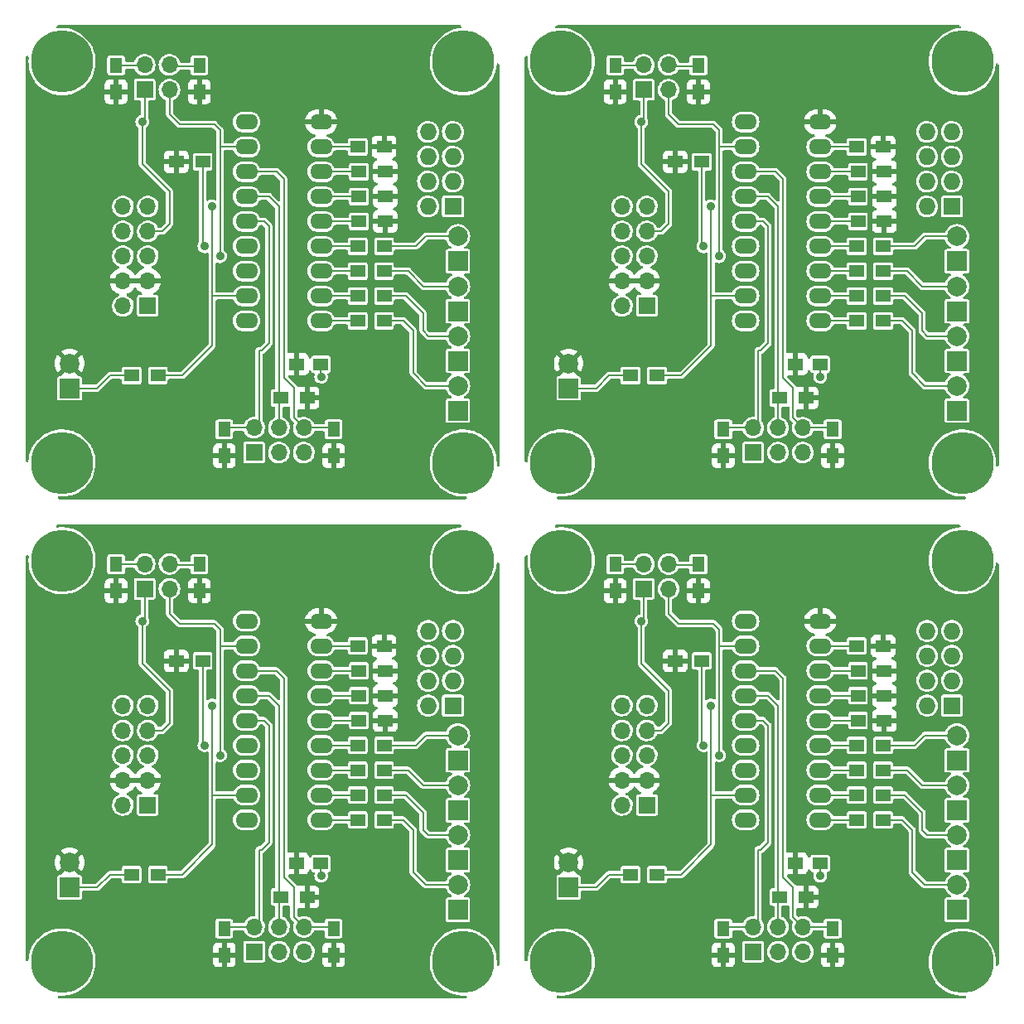
<source format=gtl>
%MOIN*%
%OFA0B0*%
%FSLAX46Y46*%
%IPPOS*%
%LPD*%
%ADD10R,0.051181102362204731X0.059055118110236227*%
%ADD11R,0.059055118110236227X0.051181102362204731*%
%ADD12O,0.0905511811023622X0.062992125984251982*%
%ADD13R,0.059055118110236227X0.049212598425196853*%
%ADD14R,0.068X0.068*%
%ADD15O,0.068X0.068*%
%ADD16R,0.07874015748031496X0.07874015748031496*%
%ADD17C,0.07874015748031496*%
%ADD18C,0.25*%
%ADD19R,0.066929133858267723X0.066929133858267723*%
%ADD20O,0.066929133858267723X0.066929133858267723*%
%ADD21C,0.035*%
%ADD22C,0.008*%
%ADD33R,0.051181102362204731X0.059055118110236227*%
%ADD34R,0.059055118110236227X0.051181102362204731*%
%ADD35O,0.0905511811023622X0.062992125984251982*%
%ADD36R,0.059055118110236227X0.049212598425196853*%
%ADD37R,0.068X0.068*%
%ADD38O,0.068X0.068*%
%ADD39R,0.07874015748031496X0.07874015748031496*%
%ADD40C,0.07874015748031496*%
%ADD41C,0.25*%
%ADD42R,0.066929133858267723X0.066929133858267723*%
%ADD43O,0.066929133858267723X0.066929133858267723*%
%ADD44C,0.035*%
%ADD45C,0.008*%
%ADD46R,0.051181102362204731X0.059055118110236227*%
%ADD47R,0.059055118110236227X0.051181102362204731*%
%ADD48O,0.0905511811023622X0.062992125984251982*%
%ADD49R,0.059055118110236227X0.049212598425196853*%
%ADD50R,0.068X0.068*%
%ADD51O,0.068X0.068*%
%ADD52R,0.07874015748031496X0.07874015748031496*%
%ADD53C,0.07874015748031496*%
%ADD54C,0.25*%
%ADD55R,0.066929133858267723X0.066929133858267723*%
%ADD56O,0.066929133858267723X0.066929133858267723*%
%ADD57C,0.035*%
%ADD58C,0.008*%
%ADD59R,0.051181102362204731X0.059055118110236227*%
%ADD60R,0.059055118110236227X0.051181102362204731*%
%ADD61O,0.0905511811023622X0.062992125984251982*%
%ADD62R,0.059055118110236227X0.049212598425196853*%
%ADD63R,0.068X0.068*%
%ADD64O,0.068X0.068*%
%ADD65R,0.07874015748031496X0.07874015748031496*%
%ADD66C,0.07874015748031496*%
%ADD67C,0.25*%
%ADD68R,0.066929133858267723X0.066929133858267723*%
%ADD69O,0.066929133858267723X0.066929133858267723*%
%ADD70C,0.035*%
%ADD71C,0.008*%
G01*
D10*
X0000000000Y0001929133D02*
X0000810000Y0000185984D03*
X0000810000Y0000292283D03*
D11*
X0001143149Y0000419133D03*
X0001036850Y0000419133D03*
D10*
X0001250000Y0000185984D03*
X0001250000Y0000292283D03*
X0000375000Y0001650984D03*
X0000375000Y0001757283D03*
X0000710000Y0001650984D03*
X0000710000Y0001757283D03*
D11*
X0000436850Y0000509133D03*
X0000543149Y0000509133D03*
X0001346850Y0001429133D03*
X0001453149Y0001429133D03*
X0001351850Y0001329133D03*
X0001458149Y0001329133D03*
X0001351850Y0001229133D03*
X0001458149Y0001229133D03*
X0001351850Y0001129133D03*
X0001458149Y0001129133D03*
X0001453149Y0001029133D03*
X0001346850Y0001029133D03*
X0001453149Y0000929133D03*
X0001346850Y0000929133D03*
X0001453149Y0000829133D03*
X0001346850Y0000829133D03*
X0001453149Y0000729133D03*
X0001346850Y0000729133D03*
D12*
X0000900000Y0001529133D03*
X0000900000Y0001429133D03*
X0000900000Y0001329133D03*
X0000900000Y0001229133D03*
X0000900000Y0001129133D03*
X0000900000Y0001029133D03*
X0000900000Y0000929133D03*
X0000900000Y0000829133D03*
X0000900000Y0000729133D03*
X0001200000Y0000729133D03*
X0001200000Y0000829133D03*
X0001200000Y0000929133D03*
X0001200000Y0001029133D03*
X0001200000Y0001129133D03*
X0001200000Y0001229133D03*
X0001200000Y0001329133D03*
X0001200000Y0001429133D03*
X0001200000Y0001529133D03*
D11*
X0000616850Y0001369133D03*
X0000723149Y0001369133D03*
D13*
X0001100787Y0000554133D03*
X0001199212Y0000554133D03*
D14*
X0001730000Y0001189133D03*
D15*
X0001630000Y0001189133D03*
X0001730000Y0001289133D03*
X0001630000Y0001289133D03*
X0001730000Y0001389133D03*
X0001630000Y0001389133D03*
X0001730000Y0001489133D03*
X0001630000Y0001489133D03*
D16*
X0001750000Y0000367952D03*
D17*
X0001750000Y0000467952D03*
D16*
X0001750000Y0000567952D03*
D17*
X0001750000Y0000667952D03*
D16*
X0001750000Y0000767952D03*
D17*
X0001750000Y0000867952D03*
D16*
X0001750000Y0000969133D03*
D17*
X0001750000Y0001069133D03*
D16*
X0000188031Y0000457952D03*
D17*
X0000188031Y0000557952D03*
D18*
X0001771653Y0000157480D03*
D19*
X0000489803Y0001658937D03*
D20*
X0000489803Y0001758937D03*
X0000589803Y0001658937D03*
X0000589803Y0001758937D03*
D19*
X0000502440Y0000789330D03*
D20*
X0000402440Y0000789330D03*
X0000502440Y0000889330D03*
X0000402440Y0000889330D03*
X0000502440Y0000989330D03*
X0000402440Y0000989330D03*
X0000502440Y0001089330D03*
X0000402440Y0001089330D03*
X0000502440Y0001189330D03*
X0000402440Y0001189330D03*
D19*
X0000930000Y0000199133D03*
D20*
X0000930000Y0000299133D03*
X0001030000Y0000199133D03*
X0001030000Y0000299133D03*
X0001130000Y0000199133D03*
X0001130000Y0000299133D03*
D18*
X0000157480Y0001771653D03*
X0001771653Y0001771653D03*
X0000157480Y0000157480D03*
D21*
X0000730000Y0001029133D03*
X0000480000Y0001529133D03*
X0000792961Y0000989133D03*
X0001200000Y0000504133D03*
X0000760000Y0001189133D03*
D22*
X0000990000Y0001109133D02*
X0000990000Y0000639133D01*
X0000950000Y0000609133D02*
X0000950000Y0000319133D01*
X0000816850Y0000299133D02*
X0000810000Y0000292283D01*
X0000970000Y0001129133D02*
X0000990000Y0001109133D01*
X0000930000Y0000299133D02*
X0000816850Y0000299133D01*
X0000900000Y0001129133D02*
X0000970000Y0001129133D01*
X0000990000Y0000639133D02*
X0000960000Y0000609133D01*
X0000950000Y0000319133D02*
X0000930000Y0000299133D01*
X0000960000Y0000609133D02*
X0000950000Y0000609133D01*
X0001030000Y0000299133D02*
X0001030000Y0001189133D01*
X0001030000Y0000402283D02*
X0001036850Y0000409133D01*
X0000990000Y0001229133D02*
X0000900000Y0001229133D01*
X0001030000Y0001189133D02*
X0000990000Y0001229133D01*
X0001130000Y0000299133D02*
X0001090000Y0000339133D01*
X0001243149Y0000299133D02*
X0001250000Y0000292283D01*
X0001090000Y0000339133D02*
X0001090000Y0000459133D01*
X0001130000Y0000299133D02*
X0001243149Y0000299133D01*
X0001050000Y0000499133D02*
X0001050000Y0001299133D01*
X0001050000Y0001299133D02*
X0001020000Y0001329133D01*
X0001090000Y0000459133D02*
X0001050000Y0000499133D01*
X0001020000Y0001329133D02*
X0000900000Y0001329133D01*
X0000723149Y0001035984D02*
X0000723149Y0001369133D01*
X0000730000Y0001029133D02*
X0000723149Y0001035984D01*
X0000589803Y0001118937D02*
X0000589803Y0001249330D01*
X0000480000Y0001359133D02*
X0000480000Y0001529133D01*
X0000589803Y0001249330D02*
X0000480000Y0001359133D01*
X0000489803Y0001538937D02*
X0000480000Y0001529133D01*
X0000560196Y0001089330D02*
X0000589803Y0001118937D01*
X0000502440Y0001089330D02*
X0000560196Y0001089330D01*
X0000489803Y0001658937D02*
X0000489803Y0001538937D01*
X0000792961Y0000989133D02*
X0000792961Y0001432094D01*
X0000770000Y0001519133D02*
X0000792961Y0001496172D01*
X0000900000Y0001429133D02*
X0000795922Y0001429133D01*
X0000792961Y0001496172D02*
X0000792961Y0001432094D01*
X0000589803Y0001658937D02*
X0000589803Y0001559330D01*
X0000589803Y0001559330D02*
X0000629999Y0001519133D01*
X0000795922Y0001429133D02*
X0000792961Y0001432094D01*
X0000629999Y0001519133D02*
X0000770000Y0001519133D01*
X0001199212Y0000504921D02*
X0001200000Y0000504133D01*
X0001199212Y0000554133D02*
X0001199212Y0000504921D01*
X0000460000Y0000509133D02*
X0000436850Y0000509133D01*
X0000461968Y0000507165D02*
X0000460000Y0000509133D01*
X0000298818Y0000457952D02*
X0000350000Y0000509133D01*
X0000188031Y0000457952D02*
X0000298818Y0000457952D01*
X0000350000Y0000509133D02*
X0000436850Y0000509133D01*
X0001200000Y0001129133D02*
X0001351850Y0001129133D01*
X0001200000Y0001229133D02*
X0001351850Y0001229133D01*
X0001200000Y0001329133D02*
X0001351850Y0001329133D01*
X0001200000Y0001429133D02*
X0001346850Y0001429133D01*
X0001200000Y0001029133D02*
X0001346850Y0001029133D01*
X0001200000Y0000929133D02*
X0001346850Y0000929133D01*
X0001200000Y0000829133D02*
X0001346850Y0000829133D01*
X0001621181Y0000467952D02*
X0001750000Y0000467952D01*
X0001570000Y0000689133D02*
X0001570000Y0000519133D01*
X0001453149Y0000729133D02*
X0001530000Y0000729133D01*
X0001570000Y0000519133D02*
X0001621181Y0000467952D01*
X0001530000Y0000729133D02*
X0001570000Y0000689133D01*
X0001610000Y0000689133D02*
X0001631181Y0000667952D01*
X0001631181Y0000667952D02*
X0001750000Y0000667952D01*
X0001453149Y0000829133D02*
X0001540000Y0000829133D01*
X0001610000Y0000759133D02*
X0001610000Y0000689133D01*
X0001540000Y0000829133D02*
X0001610000Y0000759133D01*
X0001550000Y0000929133D02*
X0001611181Y0000867952D01*
X0001453149Y0000929133D02*
X0001550000Y0000929133D01*
X0001611181Y0000867952D02*
X0001750000Y0000867952D01*
X0001620000Y0001069133D02*
X0001750000Y0001069133D01*
X0001580000Y0001029133D02*
X0001620000Y0001069133D01*
X0001453149Y0001029133D02*
X0001580000Y0001029133D01*
X0001200000Y0000729133D02*
X0001346850Y0000729133D01*
X0000761480Y0000630614D02*
X0000761480Y0001187653D01*
X0000760000Y0001189133D02*
X0000761480Y0001187653D01*
X0000900000Y0000829133D02*
X0000762961Y0000829133D01*
X0000640000Y0000509133D02*
X0000761480Y0000630614D01*
X0000543149Y0000509133D02*
X0000640000Y0000509133D01*
X0000762961Y0000829133D02*
X0000761480Y0000827653D01*
X0000471850Y0001757283D02*
X0000475000Y0001754133D01*
X0000375000Y0001757283D02*
X0000471850Y0001757283D01*
X0000696850Y0001754133D02*
X0000700000Y0001757283D01*
X0000600000Y0001754133D02*
X0000696850Y0001754133D01*
G36*
X0001760627Y0001918346D02*
G01*
X0001761452Y0001917680D01*
X0001764350Y0001914783D01*
X0001765689Y0001912330D01*
X0001765490Y0001909542D01*
X0001763815Y0001907304D01*
X0001761369Y0001906343D01*
X0001757619Y0001905942D01*
X0001750167Y0001905146D01*
X0001750167Y0001905146D01*
X0001750034Y0001905132D01*
X0001735745Y0001902016D01*
X0001721876Y0001897376D01*
X0001708589Y0001891264D01*
X0001696040Y0001883754D01*
X0001684376Y0001874932D01*
X0001673732Y0001864902D01*
X0001673645Y0001864800D01*
X0001673645Y0001864800D01*
X0001664321Y0001853884D01*
X0001664234Y0001853781D01*
X0001655992Y0001841700D01*
X0001649104Y0001828799D01*
X0001649054Y0001828674D01*
X0001649054Y0001828674D01*
X0001648820Y0001828091D01*
X0001643649Y0001815229D01*
X0001641354Y0001807063D01*
X0001640021Y0001802323D01*
X0001639692Y0001801150D01*
X0001639669Y0001801018D01*
X0001639669Y0001801018D01*
X0001637457Y0001787797D01*
X0001637278Y0001786726D01*
X0001636436Y0001772125D01*
X0001636443Y0001771991D01*
X0001636443Y0001771991D01*
X0001637046Y0001760080D01*
X0001637176Y0001757519D01*
X0001637197Y0001757387D01*
X0001637197Y0001757387D01*
X0001638582Y0001748742D01*
X0001639489Y0001743078D01*
X0001643348Y0001728972D01*
X0001645527Y0001723440D01*
X0001648600Y0001715640D01*
X0001648708Y0001715364D01*
X0001655506Y0001702416D01*
X0001655581Y0001702304D01*
X0001655581Y0001702304D01*
X0001661573Y0001693388D01*
X0001663663Y0001690277D01*
X0001673083Y0001679090D01*
X0001673180Y0001678997D01*
X0001673180Y0001678997D01*
X0001683560Y0001669079D01*
X0001683560Y0001669078D01*
X0001683657Y0001668986D01*
X0001695259Y0001660083D01*
X0001695374Y0001660013D01*
X0001707641Y0001652555D01*
X0001707641Y0001652555D01*
X0001707756Y0001652485D01*
X0001707877Y0001652428D01*
X0001707877Y0001652428D01*
X0001720878Y0001646338D01*
X0001720878Y0001646338D01*
X0001721000Y0001646281D01*
X0001721126Y0001646238D01*
X0001721126Y0001646238D01*
X0001734709Y0001641587D01*
X0001734709Y0001641587D01*
X0001734836Y0001641544D01*
X0001749103Y0001638329D01*
X0001751111Y0001638100D01*
X0001763501Y0001636688D01*
X0001763501Y0001636688D01*
X0001763634Y0001636673D01*
X0001763768Y0001636672D01*
X0001763768Y0001636672D01*
X0001771722Y0001636631D01*
X0001778258Y0001636596D01*
X0001778392Y0001636610D01*
X0001778392Y0001636610D01*
X0001792672Y0001638086D01*
X0001792673Y0001638086D01*
X0001792806Y0001638100D01*
X0001792937Y0001638128D01*
X0001792937Y0001638128D01*
X0001799983Y0001639638D01*
X0001807106Y0001641165D01*
X0001820991Y0001645758D01*
X0001821112Y0001645813D01*
X0001821113Y0001645813D01*
X0001834177Y0001651767D01*
X0001834177Y0001651767D01*
X0001834299Y0001651822D01*
X0001842431Y0001656651D01*
X0001846758Y0001659220D01*
X0001846758Y0001659220D01*
X0001846874Y0001659289D01*
X0001847625Y0001659853D01*
X0001858462Y0001667989D01*
X0001858570Y0001668070D01*
X0001869248Y0001678063D01*
X0001878785Y0001689150D01*
X0001883985Y0001696717D01*
X0001886992Y0001701093D01*
X0001886993Y0001701093D01*
X0001887068Y0001701203D01*
X0001887132Y0001701321D01*
X0001887132Y0001701321D01*
X0001893938Y0001713961D01*
X0001894002Y0001714080D01*
X0001899504Y0001727630D01*
X0001899584Y0001727912D01*
X0001902202Y0001737101D01*
X0001903511Y0001741696D01*
X0001904754Y0001748967D01*
X0001905952Y0001755980D01*
X0001905952Y0001755980D01*
X0001905975Y0001756111D01*
X0001905999Y0001756506D01*
X0001906285Y0001761184D01*
X0001907235Y0001763813D01*
X0001909455Y0001765511D01*
X0001912241Y0001765739D01*
X0001914744Y0001764389D01*
X0001917680Y0001761452D01*
X0001919020Y0001758999D01*
X0001919133Y0001757945D01*
X0001919133Y0000158953D01*
X0001919038Y0000157986D01*
X0001918937Y0000157480D01*
X0001919033Y0000157001D01*
X0001919033Y0000156512D01*
X0001919033Y0000156512D01*
X0001919065Y0000156079D01*
X0001918751Y0000149702D01*
X0001917833Y0000147062D01*
X0001917304Y0000146438D01*
X0001914788Y0000143922D01*
X0001912335Y0000142583D01*
X0001909547Y0000142782D01*
X0001907310Y0000144457D01*
X0001906333Y0000147076D01*
X0001906329Y0000147733D01*
X0001906813Y0000155649D01*
X0001906868Y0000156536D01*
X0001906871Y0000157480D01*
X0001906080Y0000172083D01*
X0001903717Y0000186516D01*
X0001899808Y0000200609D01*
X0001899759Y0000200733D01*
X0001899759Y0000200734D01*
X0001894450Y0000214073D01*
X0001894401Y0000214197D01*
X0001889689Y0000223097D01*
X0001887620Y0000227004D01*
X0001887620Y0000227004D01*
X0001887557Y0000227122D01*
X0001879358Y0000239232D01*
X0001869899Y0000250386D01*
X0001859291Y0000260453D01*
X0001847657Y0000269316D01*
X0001847542Y0000269385D01*
X0001847542Y0000269385D01*
X0001835249Y0000276801D01*
X0001835249Y0000276801D01*
X0001835134Y0000276870D01*
X0001824974Y0000281586D01*
X0001821991Y0000282971D01*
X0001821990Y0000282971D01*
X0001821869Y0000283028D01*
X0001814942Y0000285372D01*
X0001808143Y0000287674D01*
X0001808143Y0000287674D01*
X0001808016Y0000287717D01*
X0001807885Y0000287746D01*
X0001807885Y0000287746D01*
X0001793869Y0000290853D01*
X0001793869Y0000290853D01*
X0001793738Y0000290882D01*
X0001787786Y0000291539D01*
X0001779334Y0000292472D01*
X0001779334Y0000292472D01*
X0001779201Y0000292487D01*
X0001779067Y0000292487D01*
X0001779067Y0000292487D01*
X0001772151Y0000292499D01*
X0001764576Y0000292512D01*
X0001759137Y0000291931D01*
X0001750167Y0000290973D01*
X0001750167Y0000290973D01*
X0001750034Y0000290958D01*
X0001735745Y0000287843D01*
X0001721876Y0000283202D01*
X0001721754Y0000283146D01*
X0001721754Y0000283146D01*
X0001718363Y0000281586D01*
X0001708589Y0000277091D01*
X0001696040Y0000269581D01*
X0001684376Y0000260759D01*
X0001673732Y0000250729D01*
X0001673645Y0000250627D01*
X0001673645Y0000250627D01*
X0001665428Y0000241006D01*
X0001664234Y0000239608D01*
X0001655992Y0000227526D01*
X0001653532Y0000222918D01*
X0001649188Y0000214783D01*
X0001649104Y0000214625D01*
X0001649054Y0000214501D01*
X0001649054Y0000214500D01*
X0001648932Y0000214197D01*
X0001643649Y0000201056D01*
X0001642223Y0000195984D01*
X0001640243Y0000188939D01*
X0001639692Y0000186977D01*
X0001639669Y0000186845D01*
X0001639669Y0000186845D01*
X0001637733Y0000175271D01*
X0001637278Y0000172552D01*
X0001636436Y0000157952D01*
X0001637176Y0000143346D01*
X0001637197Y0000143214D01*
X0001637197Y0000143213D01*
X0001638194Y0000136990D01*
X0001639489Y0000128905D01*
X0001643348Y0000114798D01*
X0001648708Y0000101191D01*
X0001655506Y0000088242D01*
X0001655581Y0000088131D01*
X0001655581Y0000088131D01*
X0001663118Y0000076915D01*
X0001663663Y0000076104D01*
X0001673083Y0000064917D01*
X0001673180Y0000064824D01*
X0001673180Y0000064824D01*
X0001683560Y0000054905D01*
X0001683560Y0000054905D01*
X0001683657Y0000054813D01*
X0001695259Y0000045910D01*
X0001695374Y0000045840D01*
X0001707641Y0000038381D01*
X0001707641Y0000038381D01*
X0001707756Y0000038312D01*
X0001707877Y0000038255D01*
X0001707877Y0000038255D01*
X0001720878Y0000032165D01*
X0001720878Y0000032165D01*
X0001721000Y0000032108D01*
X0001721126Y0000032064D01*
X0001721126Y0000032064D01*
X0001734709Y0000027414D01*
X0001734709Y0000027414D01*
X0001734836Y0000027371D01*
X0001749103Y0000024155D01*
X0001751111Y0000023927D01*
X0001763501Y0000022515D01*
X0001763501Y0000022515D01*
X0001763634Y0000022500D01*
X0001763768Y0000022499D01*
X0001763768Y0000022499D01*
X0001771722Y0000022457D01*
X0001778258Y0000022423D01*
X0001778392Y0000022437D01*
X0001778392Y0000022437D01*
X0001781126Y0000022720D01*
X0001783875Y0000022212D01*
X0001785913Y0000020299D01*
X0001786593Y0000017588D01*
X0001785699Y0000014939D01*
X0001785144Y0000014278D01*
X0001782695Y0000011829D01*
X0001780241Y0000010489D01*
X0001779430Y0000010382D01*
X0001773054Y0000010068D01*
X0001772621Y0000010100D01*
X0001772621Y0000010100D01*
X0001772132Y0000010100D01*
X0001771653Y0000010195D01*
X0001771147Y0000010095D01*
X0001770180Y0000009999D01*
X0000158953Y0000009999D01*
X0000157986Y0000010095D01*
X0000157480Y0000010195D01*
X0000157001Y0000010100D01*
X0000156512Y0000010100D01*
X0000156512Y0000010100D01*
X0000156079Y0000010068D01*
X0000152562Y0000010241D01*
X0000146555Y0000010536D01*
X0000143915Y0000011454D01*
X0000143032Y0000012262D01*
X0000140828Y0000014833D01*
X0000139681Y0000017382D01*
X0000140093Y0000020146D01*
X0000141935Y0000022249D01*
X0000144621Y0000023022D01*
X0000145156Y0000022990D01*
X0000146928Y0000022788D01*
X0000149327Y0000022515D01*
X0000149328Y0000022515D01*
X0000149461Y0000022500D01*
X0000149595Y0000022499D01*
X0000149595Y0000022499D01*
X0000157549Y0000022457D01*
X0000164085Y0000022423D01*
X0000164218Y0000022437D01*
X0000164219Y0000022437D01*
X0000178499Y0000023913D01*
X0000178499Y0000023913D01*
X0000178633Y0000023927D01*
X0000178764Y0000023955D01*
X0000178764Y0000023955D01*
X0000185810Y0000025465D01*
X0000192932Y0000026992D01*
X0000206818Y0000031584D01*
X0000206939Y0000031640D01*
X0000206940Y0000031640D01*
X0000220003Y0000037593D01*
X0000220003Y0000037593D01*
X0000220126Y0000037649D01*
X0000224012Y0000039956D01*
X0000232585Y0000045047D01*
X0000232585Y0000045047D01*
X0000232701Y0000045116D01*
X0000244396Y0000053897D01*
X0000255075Y0000063890D01*
X0000264612Y0000074977D01*
X0000269952Y0000082748D01*
X0000272819Y0000086919D01*
X0000272819Y0000086920D01*
X0000272895Y0000087030D01*
X0000272959Y0000087148D01*
X0000272959Y0000087148D01*
X0000279765Y0000099788D01*
X0000279829Y0000099907D01*
X0000285331Y0000113457D01*
X0000289338Y0000127522D01*
X0000291802Y0000141938D01*
X0000291833Y0000142451D01*
X0000292582Y0000154698D01*
X0000764409Y0000154698D01*
X0000764424Y0000154429D01*
X0000764641Y0000152427D01*
X0000764784Y0000151826D01*
X0000766562Y0000147084D01*
X0000766898Y0000146470D01*
X0000769910Y0000142451D01*
X0000770404Y0000141957D01*
X0000774423Y0000138945D01*
X0000775037Y0000138609D01*
X0000779779Y0000136831D01*
X0000780379Y0000136688D01*
X0000782382Y0000136471D01*
X0000782650Y0000136456D01*
X0000799286Y0000136456D01*
X0000799886Y0000136632D01*
X0000799934Y0000136687D01*
X0000800000Y0000136990D01*
X0000800000Y0000137169D01*
X0000820000Y0000137169D01*
X0000820176Y0000136569D01*
X0000820230Y0000136522D01*
X0000820533Y0000136456D01*
X0000837349Y0000136456D01*
X0000837617Y0000136471D01*
X0000839620Y0000136688D01*
X0000840220Y0000136831D01*
X0000844962Y0000138609D01*
X0000845576Y0000138945D01*
X0000849595Y0000141957D01*
X0000850089Y0000142451D01*
X0000853101Y0000146470D01*
X0000853437Y0000147084D01*
X0000855215Y0000151826D01*
X0000855358Y0000152427D01*
X0000855576Y0000154429D01*
X0000855590Y0000154697D01*
X0000855590Y0000154698D01*
X0001204409Y0000154698D01*
X0001204424Y0000154429D01*
X0001204641Y0000152427D01*
X0001204784Y0000151826D01*
X0001206562Y0000147084D01*
X0001206898Y0000146470D01*
X0001209910Y0000142451D01*
X0001210404Y0000141957D01*
X0001214423Y0000138945D01*
X0001215037Y0000138609D01*
X0001219779Y0000136831D01*
X0001220379Y0000136688D01*
X0001222382Y0000136471D01*
X0001222650Y0000136456D01*
X0001239286Y0000136456D01*
X0001239886Y0000136632D01*
X0001239934Y0000136687D01*
X0001240000Y0000136990D01*
X0001240000Y0000137169D01*
X0001259999Y0000137169D01*
X0001260176Y0000136569D01*
X0001260230Y0000136522D01*
X0001260533Y0000136456D01*
X0001277349Y0000136456D01*
X0001277617Y0000136471D01*
X0001279620Y0000136688D01*
X0001280220Y0000136831D01*
X0001284962Y0000138609D01*
X0001285576Y0000138945D01*
X0001289595Y0000141957D01*
X0001290089Y0000142451D01*
X0001293101Y0000146470D01*
X0001293437Y0000147084D01*
X0001295215Y0000151826D01*
X0001295358Y0000152427D01*
X0001295576Y0000154429D01*
X0001295590Y0000154697D01*
X0001295590Y0000175271D01*
X0001295414Y0000175870D01*
X0001295359Y0000175918D01*
X0001295057Y0000175984D01*
X0001260713Y0000175984D01*
X0001260113Y0000175808D01*
X0001260065Y0000175753D01*
X0001259999Y0000175450D01*
X0001259999Y0000137169D01*
X0001240000Y0000137169D01*
X0001240000Y0000175271D01*
X0001239823Y0000175870D01*
X0001239769Y0000175918D01*
X0001239466Y0000175984D01*
X0001205122Y0000175984D01*
X0001204522Y0000175808D01*
X0001204475Y0000175753D01*
X0001204409Y0000175450D01*
X0001204409Y0000154698D01*
X0000855590Y0000154698D01*
X0000855590Y0000175271D01*
X0000855414Y0000175870D01*
X0000855359Y0000175918D01*
X0000855057Y0000175984D01*
X0000820713Y0000175984D01*
X0000820113Y0000175808D01*
X0000820065Y0000175753D01*
X0000820000Y0000175450D01*
X0000820000Y0000137169D01*
X0000800000Y0000137169D01*
X0000800000Y0000175271D01*
X0000799823Y0000175870D01*
X0000799769Y0000175918D01*
X0000799466Y0000175984D01*
X0000765122Y0000175984D01*
X0000764522Y0000175808D01*
X0000764475Y0000175753D01*
X0000764409Y0000175450D01*
X0000764409Y0000154698D01*
X0000292582Y0000154698D01*
X0000292640Y0000155649D01*
X0000292695Y0000156536D01*
X0000292698Y0000157480D01*
X0000291907Y0000172083D01*
X0000289543Y0000186516D01*
X0000286720Y0000196697D01*
X0000764409Y0000196697D01*
X0000764585Y0000196097D01*
X0000764640Y0000196050D01*
X0000764942Y0000195984D01*
X0000799286Y0000195984D01*
X0000799886Y0000196160D01*
X0000799934Y0000196215D01*
X0000800000Y0000196517D01*
X0000800000Y0000196697D01*
X0000820000Y0000196697D01*
X0000820176Y0000196097D01*
X0000820230Y0000196050D01*
X0000820533Y0000195984D01*
X0000854877Y0000195984D01*
X0000855477Y0000196160D01*
X0000855524Y0000196215D01*
X0000855590Y0000196517D01*
X0000855590Y0000217270D01*
X0000855575Y0000217538D01*
X0000855358Y0000219541D01*
X0000855215Y0000220141D01*
X0000853437Y0000224884D01*
X0000853101Y0000225497D01*
X0000850089Y0000229516D01*
X0000849595Y0000230011D01*
X0000845576Y0000233023D01*
X0000844962Y0000233359D01*
X0000844359Y0000233585D01*
X0000886515Y0000233585D01*
X0000886515Y0000164682D01*
X0000887097Y0000161759D01*
X0000887368Y0000161353D01*
X0000887368Y0000161353D01*
X0000888957Y0000158975D01*
X0000889311Y0000158445D01*
X0000892625Y0000156230D01*
X0000895548Y0000155649D01*
X0000929994Y0000155649D01*
X0000964451Y0000155649D01*
X0000965858Y0000155929D01*
X0000966894Y0000156135D01*
X0000966894Y0000156135D01*
X0000967374Y0000156230D01*
X0000967780Y0000156502D01*
X0000967780Y0000156502D01*
X0000970282Y0000158174D01*
X0000970688Y0000158445D01*
X0000972902Y0000161759D01*
X0000973484Y0000164682D01*
X0000973484Y0000200276D01*
X0000986344Y0000200276D01*
X0000986867Y0000192302D01*
X0000986923Y0000192081D01*
X0000986923Y0000192081D01*
X0000987721Y0000188939D01*
X0000988834Y0000184556D01*
X0000988929Y0000184349D01*
X0000990394Y0000181172D01*
X0000992180Y0000177298D01*
X0000992311Y0000177112D01*
X0000995772Y0000172216D01*
X0000996792Y0000170772D01*
X0001002517Y0000165195D01*
X0001009162Y0000160755D01*
X0001009370Y0000160665D01*
X0001009371Y0000160665D01*
X0001015686Y0000157952D01*
X0001016505Y0000157600D01*
X0001019379Y0000156950D01*
X0001024077Y0000155887D01*
X0001024078Y0000155887D01*
X0001024299Y0000155836D01*
X0001024527Y0000155827D01*
X0001024527Y0000155827D01*
X0001026880Y0000155735D01*
X0001032285Y0000155523D01*
X0001036509Y0000156135D01*
X0001039969Y0000156637D01*
X0001039969Y0000156637D01*
X0001040194Y0000156669D01*
X0001040409Y0000156742D01*
X0001040410Y0000156742D01*
X0001047546Y0000159165D01*
X0001047547Y0000159165D01*
X0001047762Y0000159238D01*
X0001054735Y0000163143D01*
X0001056297Y0000164443D01*
X0001060705Y0000168109D01*
X0001060879Y0000168254D01*
X0001064064Y0000172083D01*
X0001065844Y0000174223D01*
X0001065844Y0000174223D01*
X0001065990Y0000174398D01*
X0001069895Y0000181371D01*
X0001069968Y0000181586D01*
X0001069968Y0000181586D01*
X0001072390Y0000188723D01*
X0001072390Y0000188724D01*
X0001072463Y0000188939D01*
X0001072496Y0000189163D01*
X0001072496Y0000189164D01*
X0001073501Y0000196097D01*
X0001073610Y0000196848D01*
X0001073670Y0000199133D01*
X0001073565Y0000200276D01*
X0001086344Y0000200276D01*
X0001086867Y0000192302D01*
X0001086923Y0000192081D01*
X0001086923Y0000192081D01*
X0001087721Y0000188939D01*
X0001088834Y0000184556D01*
X0001088929Y0000184349D01*
X0001090394Y0000181172D01*
X0001092180Y0000177298D01*
X0001092311Y0000177112D01*
X0001095772Y0000172216D01*
X0001096792Y0000170772D01*
X0001102517Y0000165195D01*
X0001109162Y0000160755D01*
X0001109370Y0000160665D01*
X0001109371Y0000160665D01*
X0001115686Y0000157952D01*
X0001116505Y0000157600D01*
X0001119379Y0000156950D01*
X0001124077Y0000155887D01*
X0001124078Y0000155887D01*
X0001124299Y0000155836D01*
X0001124527Y0000155827D01*
X0001124527Y0000155827D01*
X0001126880Y0000155735D01*
X0001132285Y0000155523D01*
X0001136509Y0000156135D01*
X0001139969Y0000156637D01*
X0001139969Y0000156637D01*
X0001140194Y0000156669D01*
X0001140409Y0000156742D01*
X0001140410Y0000156742D01*
X0001147546Y0000159165D01*
X0001147547Y0000159165D01*
X0001147762Y0000159238D01*
X0001154735Y0000163143D01*
X0001156297Y0000164443D01*
X0001160705Y0000168109D01*
X0001160879Y0000168254D01*
X0001164064Y0000172083D01*
X0001165844Y0000174223D01*
X0001165844Y0000174223D01*
X0001165990Y0000174398D01*
X0001169895Y0000181371D01*
X0001169968Y0000181586D01*
X0001169968Y0000181586D01*
X0001172390Y0000188723D01*
X0001172390Y0000188724D01*
X0001172463Y0000188939D01*
X0001172496Y0000189163D01*
X0001172496Y0000189164D01*
X0001173501Y0000196097D01*
X0001173588Y0000196697D01*
X0001204409Y0000196697D01*
X0001204585Y0000196097D01*
X0001204640Y0000196050D01*
X0001204942Y0000195984D01*
X0001239286Y0000195984D01*
X0001239886Y0000196160D01*
X0001239934Y0000196215D01*
X0001240000Y0000196517D01*
X0001240000Y0000196697D01*
X0001259999Y0000196697D01*
X0001260176Y0000196097D01*
X0001260230Y0000196050D01*
X0001260533Y0000195984D01*
X0001294877Y0000195984D01*
X0001295477Y0000196160D01*
X0001295524Y0000196215D01*
X0001295590Y0000196517D01*
X0001295590Y0000217270D01*
X0001295575Y0000217538D01*
X0001295358Y0000219541D01*
X0001295215Y0000220141D01*
X0001293437Y0000224884D01*
X0001293101Y0000225497D01*
X0001290089Y0000229516D01*
X0001289595Y0000230011D01*
X0001285576Y0000233023D01*
X0001284962Y0000233359D01*
X0001280220Y0000235136D01*
X0001279620Y0000235279D01*
X0001277617Y0000235497D01*
X0001277349Y0000235511D01*
X0001260713Y0000235511D01*
X0001260113Y0000235335D01*
X0001260065Y0000235280D01*
X0001259999Y0000234978D01*
X0001259999Y0000196697D01*
X0001240000Y0000196697D01*
X0001240000Y0000234798D01*
X0001239823Y0000235398D01*
X0001239769Y0000235445D01*
X0001239466Y0000235511D01*
X0001222650Y0000235511D01*
X0001222382Y0000235497D01*
X0001220379Y0000235279D01*
X0001219779Y0000235136D01*
X0001215037Y0000233359D01*
X0001214423Y0000233023D01*
X0001210404Y0000230011D01*
X0001209910Y0000229516D01*
X0001206898Y0000225497D01*
X0001206562Y0000224884D01*
X0001204784Y0000220141D01*
X0001204641Y0000219541D01*
X0001204423Y0000217538D01*
X0001204409Y0000217270D01*
X0001204409Y0000196697D01*
X0001173588Y0000196697D01*
X0001173610Y0000196848D01*
X0001173670Y0000199133D01*
X0001172939Y0000207092D01*
X0001172877Y0000207311D01*
X0001170831Y0000214565D01*
X0001170831Y0000214565D01*
X0001170769Y0000214783D01*
X0001170353Y0000215628D01*
X0001167335Y0000221747D01*
X0001167235Y0000221951D01*
X0001162453Y0000228355D01*
X0001156584Y0000233780D01*
X0001156392Y0000233901D01*
X0001156392Y0000233901D01*
X0001150018Y0000237923D01*
X0001149826Y0000238044D01*
X0001142403Y0000241006D01*
X0001142180Y0000241050D01*
X0001142180Y0000241050D01*
X0001134787Y0000242520D01*
X0001134787Y0000242520D01*
X0001134564Y0000242565D01*
X0001134337Y0000242568D01*
X0001134337Y0000242568D01*
X0001130346Y0000242620D01*
X0001126573Y0000242669D01*
X0001126349Y0000242631D01*
X0001126349Y0000242631D01*
X0001122889Y0000242036D01*
X0001118697Y0000241316D01*
X0001111199Y0000238550D01*
X0001104331Y0000234464D01*
X0001104160Y0000234314D01*
X0001104160Y0000234314D01*
X0001099253Y0000230011D01*
X0001098322Y0000229194D01*
X0001093374Y0000222918D01*
X0001093268Y0000222717D01*
X0001093268Y0000222717D01*
X0001092758Y0000221747D01*
X0001089653Y0000215845D01*
X0001087283Y0000208213D01*
X0001086344Y0000200276D01*
X0001073565Y0000200276D01*
X0001072939Y0000207092D01*
X0001072877Y0000207311D01*
X0001070831Y0000214565D01*
X0001070831Y0000214565D01*
X0001070769Y0000214783D01*
X0001070353Y0000215628D01*
X0001067335Y0000221747D01*
X0001067235Y0000221951D01*
X0001062453Y0000228355D01*
X0001056584Y0000233780D01*
X0001056392Y0000233901D01*
X0001056392Y0000233901D01*
X0001050018Y0000237923D01*
X0001049826Y0000238044D01*
X0001042403Y0000241006D01*
X0001042180Y0000241050D01*
X0001042180Y0000241050D01*
X0001034787Y0000242520D01*
X0001034787Y0000242520D01*
X0001034564Y0000242565D01*
X0001034337Y0000242568D01*
X0001034337Y0000242568D01*
X0001030346Y0000242620D01*
X0001026573Y0000242669D01*
X0001026349Y0000242631D01*
X0001026349Y0000242631D01*
X0001022889Y0000242036D01*
X0001018697Y0000241316D01*
X0001011199Y0000238550D01*
X0001004331Y0000234464D01*
X0001004160Y0000234314D01*
X0001004160Y0000234314D01*
X0000999253Y0000230011D01*
X0000998322Y0000229194D01*
X0000993374Y0000222918D01*
X0000993268Y0000222717D01*
X0000993268Y0000222717D01*
X0000992758Y0000221747D01*
X0000989653Y0000215845D01*
X0000987283Y0000208213D01*
X0000986344Y0000200276D01*
X0000973484Y0000200276D01*
X0000973484Y0000233585D01*
X0000973136Y0000235335D01*
X0000972998Y0000236028D01*
X0000972998Y0000236028D01*
X0000972902Y0000236507D01*
X0000971876Y0000238044D01*
X0000970959Y0000239416D01*
X0000970688Y0000239822D01*
X0000967374Y0000242036D01*
X0000964451Y0000242618D01*
X0000930005Y0000242618D01*
X0000895548Y0000242618D01*
X0000894141Y0000242338D01*
X0000893105Y0000242132D01*
X0000893105Y0000242132D01*
X0000892625Y0000242036D01*
X0000892219Y0000241765D01*
X0000892219Y0000241765D01*
X0000889841Y0000240176D01*
X0000889311Y0000239822D01*
X0000887097Y0000236507D01*
X0000886515Y0000233585D01*
X0000844359Y0000233585D01*
X0000840220Y0000235136D01*
X0000839620Y0000235279D01*
X0000837617Y0000235497D01*
X0000837349Y0000235511D01*
X0000820713Y0000235511D01*
X0000820113Y0000235335D01*
X0000820065Y0000235280D01*
X0000820000Y0000234978D01*
X0000820000Y0000196697D01*
X0000800000Y0000196697D01*
X0000800000Y0000234798D01*
X0000799823Y0000235398D01*
X0000799769Y0000235445D01*
X0000799466Y0000235511D01*
X0000782650Y0000235511D01*
X0000782382Y0000235497D01*
X0000780379Y0000235279D01*
X0000779779Y0000235136D01*
X0000775037Y0000233359D01*
X0000774423Y0000233023D01*
X0000770404Y0000230011D01*
X0000769910Y0000229516D01*
X0000766898Y0000225497D01*
X0000766562Y0000224884D01*
X0000764784Y0000220141D01*
X0000764641Y0000219541D01*
X0000764423Y0000217538D01*
X0000764409Y0000217270D01*
X0000764409Y0000196697D01*
X0000286720Y0000196697D01*
X0000285635Y0000200609D01*
X0000285586Y0000200733D01*
X0000285586Y0000200734D01*
X0000280277Y0000214073D01*
X0000280228Y0000214197D01*
X0000275516Y0000223097D01*
X0000273447Y0000227004D01*
X0000273447Y0000227004D01*
X0000273384Y0000227122D01*
X0000265185Y0000239232D01*
X0000255726Y0000250386D01*
X0000245117Y0000260453D01*
X0000233484Y0000269316D01*
X0000233369Y0000269385D01*
X0000233369Y0000269385D01*
X0000221076Y0000276801D01*
X0000221075Y0000276801D01*
X0000220961Y0000276870D01*
X0000210801Y0000281586D01*
X0000207817Y0000282971D01*
X0000207817Y0000282971D01*
X0000207695Y0000283028D01*
X0000200769Y0000285372D01*
X0000193970Y0000287674D01*
X0000193969Y0000287674D01*
X0000193843Y0000287717D01*
X0000193712Y0000287746D01*
X0000193711Y0000287746D01*
X0000179696Y0000290853D01*
X0000179695Y0000290853D01*
X0000179564Y0000290882D01*
X0000173612Y0000291539D01*
X0000165161Y0000292472D01*
X0000165161Y0000292472D01*
X0000165028Y0000292487D01*
X0000164894Y0000292487D01*
X0000164894Y0000292487D01*
X0000157978Y0000292499D01*
X0000150403Y0000292512D01*
X0000144963Y0000291931D01*
X0000135994Y0000290973D01*
X0000135994Y0000290973D01*
X0000135861Y0000290958D01*
X0000121572Y0000287843D01*
X0000107703Y0000283202D01*
X0000107581Y0000283146D01*
X0000107581Y0000283146D01*
X0000104189Y0000281586D01*
X0000094416Y0000277091D01*
X0000081867Y0000269581D01*
X0000070202Y0000260759D01*
X0000059559Y0000250729D01*
X0000059472Y0000250627D01*
X0000059472Y0000250627D01*
X0000051254Y0000241006D01*
X0000050061Y0000239608D01*
X0000041819Y0000227526D01*
X0000039359Y0000222918D01*
X0000035015Y0000214783D01*
X0000034931Y0000214625D01*
X0000034880Y0000214501D01*
X0000034880Y0000214500D01*
X0000034759Y0000214197D01*
X0000029476Y0000201056D01*
X0000028050Y0000195984D01*
X0000026070Y0000188939D01*
X0000025518Y0000186977D01*
X0000025496Y0000186845D01*
X0000025496Y0000186845D01*
X0000023559Y0000175271D01*
X0000023105Y0000172552D01*
X0000023097Y0000172418D01*
X0000022712Y0000165750D01*
X0000021772Y0000163118D01*
X0000019557Y0000161412D01*
X0000016772Y0000161174D01*
X0000014301Y0000162480D01*
X0000013994Y0000162807D01*
X0000011194Y0000166073D01*
X0000010046Y0000168622D01*
X0000010000Y0000169302D01*
X0000010000Y0000322797D01*
X0000774389Y0000322797D01*
X0000774389Y0000261769D01*
X0000774574Y0000260840D01*
X0000774870Y0000259350D01*
X0000774971Y0000258846D01*
X0000775242Y0000258440D01*
X0000775242Y0000258440D01*
X0000775803Y0000257600D01*
X0000777185Y0000255532D01*
X0000780499Y0000253317D01*
X0000783422Y0000252736D01*
X0000809995Y0000252736D01*
X0000836577Y0000252736D01*
X0000837984Y0000253016D01*
X0000839020Y0000253222D01*
X0000839020Y0000253222D01*
X0000839500Y0000253317D01*
X0000839906Y0000253589D01*
X0000839906Y0000253589D01*
X0000842408Y0000255260D01*
X0000842814Y0000255532D01*
X0000845028Y0000258846D01*
X0000845610Y0000261769D01*
X0000845610Y0000280153D01*
X0000846397Y0000282835D01*
X0000848510Y0000284665D01*
X0000850570Y0000285114D01*
X0000885401Y0000285114D01*
X0000888083Y0000284326D01*
X0000889906Y0000282230D01*
X0000890394Y0000281172D01*
X0000892180Y0000277298D01*
X0000896792Y0000270772D01*
X0000902517Y0000265195D01*
X0000909162Y0000260755D01*
X0000909370Y0000260665D01*
X0000909371Y0000260665D01*
X0000914551Y0000258440D01*
X0000916505Y0000257600D01*
X0000919379Y0000256950D01*
X0000924077Y0000255887D01*
X0000924078Y0000255887D01*
X0000924299Y0000255836D01*
X0000924527Y0000255827D01*
X0000924527Y0000255827D01*
X0000926880Y0000255735D01*
X0000932285Y0000255523D01*
X0000936240Y0000256096D01*
X0000939969Y0000256637D01*
X0000939969Y0000256637D01*
X0000940194Y0000256669D01*
X0000940409Y0000256742D01*
X0000940410Y0000256742D01*
X0000947546Y0000259165D01*
X0000947547Y0000259165D01*
X0000947762Y0000259238D01*
X0000954735Y0000263143D01*
X0000957202Y0000265195D01*
X0000960705Y0000268109D01*
X0000960879Y0000268254D01*
X0000965990Y0000274398D01*
X0000969895Y0000281371D01*
X0000969968Y0000281586D01*
X0000969968Y0000281586D01*
X0000972390Y0000288723D01*
X0000972390Y0000288724D01*
X0000972463Y0000288939D01*
X0000972496Y0000289163D01*
X0000972496Y0000289164D01*
X0000973589Y0000296703D01*
X0000973610Y0000296848D01*
X0000973670Y0000299133D01*
X0000972939Y0000307092D01*
X0000972877Y0000307311D01*
X0000970831Y0000314565D01*
X0000970831Y0000314565D01*
X0000970769Y0000314783D01*
X0000970353Y0000315628D01*
X0000967335Y0000321747D01*
X0000967335Y0000321747D01*
X0000967235Y0000321951D01*
X0000966785Y0000322554D01*
X0000965005Y0000324937D01*
X0000964031Y0000327557D01*
X0000964019Y0000327905D01*
X0000964019Y0000592389D01*
X0000964807Y0000595071D01*
X0000966832Y0000596861D01*
X0000968172Y0000597505D01*
X0000968330Y0000597637D01*
X0000968407Y0000597714D01*
X0000968472Y0000597773D01*
X0000968488Y0000597782D01*
X0000968489Y0000597780D01*
X0000968496Y0000597787D01*
X0000968711Y0000597902D01*
X0000970060Y0000599362D01*
X0000970195Y0000599502D01*
X0000998481Y0000627788D01*
X0000999099Y0000628287D01*
X0000999221Y0000628398D01*
X0000999565Y0000628621D01*
X0001000323Y0000629581D01*
X0001000463Y0000629740D01*
X0001000460Y0000629743D01*
X0001000592Y0000629899D01*
X0001000737Y0000630044D01*
X0001000855Y0000630210D01*
X0001000856Y0000630210D01*
X0001001147Y0000630617D01*
X0001001287Y0000630804D01*
X0001002201Y0000631964D01*
X0001002455Y0000632286D01*
X0001002567Y0000632605D01*
X0001002764Y0000632880D01*
X0001003304Y0000634687D01*
X0001003376Y0000634909D01*
X0001003898Y0000636395D01*
X0001003898Y0000636395D01*
X0001004001Y0000636690D01*
X0001004019Y0000636895D01*
X0001004019Y0000637002D01*
X0001004023Y0000637091D01*
X0001004028Y0000637109D01*
X0001004030Y0000637109D01*
X0001004031Y0000637118D01*
X0001004101Y0000637352D01*
X0001004023Y0000639336D01*
X0001004019Y0000639531D01*
X0001004019Y0001107109D01*
X0001004103Y0001107898D01*
X0001004111Y0001108063D01*
X0001004197Y0001108464D01*
X0001004054Y0001109678D01*
X0001004041Y0001109890D01*
X0001004036Y0001109889D01*
X0001004019Y0001110093D01*
X0001004019Y0001110298D01*
X0001003903Y0001110994D01*
X0001003870Y0001111225D01*
X0001003697Y0001112691D01*
X0001003697Y0001112692D01*
X0001003649Y0001113099D01*
X0001003502Y0001113404D01*
X0001003447Y0001113737D01*
X0001002551Y0001115398D01*
X0001002445Y0001115605D01*
X0001001763Y0001117025D01*
X0001001763Y0001117025D01*
X0001001628Y0001117306D01*
X0001001496Y0001117464D01*
X0001001419Y0001117540D01*
X0001001360Y0001117605D01*
X0001001351Y0001117622D01*
X0001001353Y0001117623D01*
X0001001346Y0001117630D01*
X0001001230Y0001117845D01*
X0000999959Y0001119020D01*
X0000999772Y0001119193D01*
X0000999632Y0001119328D01*
X0000981345Y0001137615D01*
X0000980846Y0001138233D01*
X0000980735Y0001138355D01*
X0000980512Y0001138699D01*
X0000979552Y0001139456D01*
X0000979393Y0001139597D01*
X0000979390Y0001139593D01*
X0000979234Y0001139725D01*
X0000979089Y0001139870D01*
X0000978923Y0001139990D01*
X0000978515Y0001140281D01*
X0000978328Y0001140421D01*
X0000977169Y0001141335D01*
X0000977169Y0001141335D01*
X0000976847Y0001141589D01*
X0000976528Y0001141701D01*
X0000976253Y0001141898D01*
X0000974446Y0001142438D01*
X0000974224Y0001142510D01*
X0000972738Y0001143032D01*
X0000972738Y0001143032D01*
X0000972443Y0001143135D01*
X0000972238Y0001143153D01*
X0000972131Y0001143153D01*
X0000972041Y0001143157D01*
X0000972024Y0001143162D01*
X0000972024Y0001143164D01*
X0000972015Y0001143165D01*
X0000971781Y0001143235D01*
X0000969818Y0001143158D01*
X0000969797Y0001143157D01*
X0000969602Y0001143153D01*
X0000956303Y0001143153D01*
X0000953621Y0001143941D01*
X0000951907Y0001145815D01*
X0000951828Y0001145966D01*
X0000948686Y0001151976D01*
X0000948468Y0001152248D01*
X0000946745Y0001154390D01*
X0000943584Y0001158321D01*
X0000937348Y0001163554D01*
X0000930213Y0001167477D01*
X0000922452Y0001169938D01*
X0000922212Y0001169965D01*
X0000922211Y0001169965D01*
X0000919219Y0001170301D01*
X0000916116Y0001170649D01*
X0000884171Y0001170649D01*
X0000878117Y0001170055D01*
X0000870323Y0001167702D01*
X0000868131Y0001166537D01*
X0000863349Y0001163994D01*
X0000863348Y0001163994D01*
X0000863134Y0001163880D01*
X0000862947Y0001163727D01*
X0000862946Y0001163727D01*
X0000857013Y0001158888D01*
X0000857013Y0001158887D01*
X0000856825Y0001158734D01*
X0000856670Y0001158547D01*
X0000856670Y0001158547D01*
X0000851790Y0001152648D01*
X0000851790Y0001152648D01*
X0000851635Y0001152461D01*
X0000851520Y0001152248D01*
X0000851520Y0001152248D01*
X0000847878Y0001145513D01*
X0000847878Y0001145512D01*
X0000847763Y0001145299D01*
X0000845355Y0001137522D01*
X0000845330Y0001137281D01*
X0000845330Y0001137280D01*
X0000844696Y0001131247D01*
X0000844504Y0001129425D01*
X0000844927Y0001124777D01*
X0000845063Y0001123291D01*
X0000845242Y0001121316D01*
X0000847541Y0001113506D01*
X0000847653Y0001113291D01*
X0000851201Y0001106506D01*
X0000851201Y0001106506D01*
X0000851313Y0001106291D01*
X0000856415Y0001099946D01*
X0000862651Y0001094712D01*
X0000869786Y0001090790D01*
X0000877547Y0001088328D01*
X0000877787Y0001088301D01*
X0000877788Y0001088301D01*
X0000880780Y0001087966D01*
X0000883883Y0001087618D01*
X0000915828Y0001087618D01*
X0000921882Y0001088211D01*
X0000929676Y0001090564D01*
X0000933270Y0001092476D01*
X0000936650Y0001094273D01*
X0000936651Y0001094273D01*
X0000936865Y0001094387D01*
X0000937052Y0001094540D01*
X0000937053Y0001094540D01*
X0000942986Y0001099379D01*
X0000942986Y0001099379D01*
X0000943174Y0001099532D01*
X0000943654Y0001100113D01*
X0000948209Y0001105619D01*
X0000948209Y0001105619D01*
X0000948364Y0001105806D01*
X0000951990Y0001112512D01*
X0000953958Y0001114497D01*
X0000956354Y0001115114D01*
X0000962138Y0001115114D01*
X0000964820Y0001114326D01*
X0000965645Y0001113661D01*
X0000974527Y0001104779D01*
X0000975866Y0001102326D01*
X0000975980Y0001101272D01*
X0000975980Y0000646995D01*
X0000975192Y0000644313D01*
X0000974527Y0000643488D01*
X0000955645Y0000624606D01*
X0000953192Y0000623266D01*
X0000952138Y0000623153D01*
X0000950831Y0000623153D01*
X0000950403Y0000623172D01*
X0000950026Y0000623204D01*
X0000948884Y0000623303D01*
X0000948486Y0000623204D01*
X0000947343Y0000622920D01*
X0000946962Y0000622841D01*
X0000945395Y0000622581D01*
X0000945035Y0000622386D01*
X0000944892Y0000622337D01*
X0000944752Y0000622277D01*
X0000944355Y0000622178D01*
X0000944010Y0000621955D01*
X0000944010Y0000621955D01*
X0000943021Y0000621317D01*
X0000942686Y0000621118D01*
X0000942580Y0000621062D01*
X0000941288Y0000620364D01*
X0000941009Y0000620063D01*
X0000940890Y0000619970D01*
X0000940778Y0000619869D01*
X0000940434Y0000619646D01*
X0000940180Y0000619324D01*
X0000939450Y0000618399D01*
X0000939198Y0000618103D01*
X0000938494Y0000617342D01*
X0000938120Y0000616937D01*
X0000937954Y0000616562D01*
X0000937871Y0000616435D01*
X0000937798Y0000616303D01*
X0000937544Y0000615981D01*
X0000937072Y0000614637D01*
X0000937018Y0000614482D01*
X0000936875Y0000614121D01*
X0000936232Y0000612668D01*
X0000936197Y0000612260D01*
X0000936141Y0000612041D01*
X0000936129Y0000612001D01*
X0000936101Y0000611871D01*
X0000935998Y0000611577D01*
X0000935980Y0000611372D01*
X0000935980Y0000609965D01*
X0000935961Y0000609537D01*
X0000935830Y0000608018D01*
X0000935929Y0000607620D01*
X0000935961Y0000607211D01*
X0000935931Y0000607209D01*
X0000935980Y0000606807D01*
X0000935980Y0000347572D01*
X0000935192Y0000344890D01*
X0000933080Y0000343060D01*
X0000930954Y0000342612D01*
X0000926573Y0000342669D01*
X0000926349Y0000342631D01*
X0000926349Y0000342631D01*
X0000924326Y0000342283D01*
X0000918697Y0000341316D01*
X0000911199Y0000338550D01*
X0000904331Y0000334464D01*
X0000904160Y0000334314D01*
X0000904160Y0000334314D01*
X0000899722Y0000330422D01*
X0000898322Y0000329194D01*
X0000893374Y0000322918D01*
X0000893268Y0000322717D01*
X0000893268Y0000322717D01*
X0000891338Y0000319049D01*
X0000889653Y0000315845D01*
X0000889567Y0000315891D01*
X0000888076Y0000314039D01*
X0000885246Y0000313153D01*
X0000850570Y0000313153D01*
X0000847888Y0000313941D01*
X0000846058Y0000316053D01*
X0000845610Y0000318114D01*
X0000845610Y0000322797D01*
X0000845237Y0000324673D01*
X0000845124Y0000325241D01*
X0000845124Y0000325241D01*
X0000845028Y0000325720D01*
X0000843935Y0000327356D01*
X0000843085Y0000328628D01*
X0000842814Y0000329034D01*
X0000839500Y0000331249D01*
X0000836577Y0000331830D01*
X0000810004Y0000331830D01*
X0000783422Y0000331830D01*
X0000782015Y0000331550D01*
X0000780979Y0000331344D01*
X0000780979Y0000331344D01*
X0000780499Y0000331249D01*
X0000780093Y0000330977D01*
X0000780093Y0000330977D01*
X0000779096Y0000330311D01*
X0000777185Y0000329034D01*
X0000774971Y0000325720D01*
X0000774389Y0000322797D01*
X0000010000Y0000322797D01*
X0000010000Y0000498309D01*
X0000138641Y0000498309D01*
X0000138641Y0000417595D01*
X0000139223Y0000414673D01*
X0000141437Y0000411358D01*
X0000144751Y0000409144D01*
X0000147674Y0000408562D01*
X0000188024Y0000408562D01*
X0000228388Y0000408563D01*
X0000230097Y0000408902D01*
X0000230831Y0000409048D01*
X0000230831Y0000409049D01*
X0000231311Y0000409144D01*
X0000231717Y0000409415D01*
X0000231717Y0000409415D01*
X0000234219Y0000411087D01*
X0000234625Y0000411358D01*
X0000236839Y0000414673D01*
X0000237421Y0000417595D01*
X0000237421Y0000438972D01*
X0000238208Y0000441654D01*
X0000240321Y0000443484D01*
X0000242381Y0000443933D01*
X0000296794Y0000443933D01*
X0000297583Y0000443849D01*
X0000297748Y0000443841D01*
X0000298149Y0000443754D01*
X0000299363Y0000443898D01*
X0000299575Y0000443911D01*
X0000299574Y0000443916D01*
X0000299778Y0000443933D01*
X0000299983Y0000443933D01*
X0000300429Y0000444007D01*
X0000300678Y0000444048D01*
X0000300910Y0000444081D01*
X0000302376Y0000444255D01*
X0000302377Y0000444255D01*
X0000302784Y0000444303D01*
X0000303089Y0000444449D01*
X0000303422Y0000444505D01*
X0000305083Y0000445401D01*
X0000305291Y0000445507D01*
X0000306710Y0000446188D01*
X0000306710Y0000446188D01*
X0000306991Y0000446323D01*
X0000307149Y0000446456D01*
X0000307225Y0000446532D01*
X0000307290Y0000446592D01*
X0000307307Y0000446601D01*
X0000307308Y0000446599D01*
X0000307315Y0000446605D01*
X0000307530Y0000446721D01*
X0000308879Y0000448180D01*
X0000309014Y0000448321D01*
X0000354354Y0000493661D01*
X0000356807Y0000495000D01*
X0000357861Y0000495114D01*
X0000392342Y0000495114D01*
X0000395024Y0000494326D01*
X0000396854Y0000492214D01*
X0000397303Y0000490153D01*
X0000397303Y0000482556D01*
X0000397465Y0000481738D01*
X0000397630Y0000480909D01*
X0000397884Y0000479633D01*
X0000400099Y0000476319D01*
X0000403413Y0000474104D01*
X0000406335Y0000473523D01*
X0000436845Y0000473523D01*
X0000467364Y0000473523D01*
X0000468772Y0000473803D01*
X0000469808Y0000474009D01*
X0000469808Y0000474009D01*
X0000470287Y0000474104D01*
X0000470693Y0000474376D01*
X0000470693Y0000474376D01*
X0000473195Y0000476048D01*
X0000473601Y0000476319D01*
X0000475816Y0000479633D01*
X0000476397Y0000482556D01*
X0000476397Y0000535711D01*
X0000476397Y0000535711D01*
X0000503602Y0000535711D01*
X0000503602Y0000482556D01*
X0000503765Y0000481738D01*
X0000503930Y0000480909D01*
X0000504183Y0000479633D01*
X0000506398Y0000476319D01*
X0000509712Y0000474104D01*
X0000512635Y0000473523D01*
X0000543144Y0000473523D01*
X0000573664Y0000473523D01*
X0000575071Y0000473803D01*
X0000576107Y0000474009D01*
X0000576107Y0000474009D01*
X0000576586Y0000474104D01*
X0000576992Y0000474376D01*
X0000576992Y0000474376D01*
X0000579494Y0000476048D01*
X0000579900Y0000476319D01*
X0000582115Y0000479633D01*
X0000582696Y0000482556D01*
X0000582696Y0000490153D01*
X0000583484Y0000492835D01*
X0000585596Y0000494665D01*
X0000587657Y0000495114D01*
X0000637975Y0000495114D01*
X0000638764Y0000495030D01*
X0000638929Y0000495022D01*
X0000639330Y0000494936D01*
X0000640544Y0000495079D01*
X0000640756Y0000495092D01*
X0000640756Y0000495097D01*
X0000640959Y0000495114D01*
X0000641164Y0000495114D01*
X0000641610Y0000495188D01*
X0000641859Y0000495229D01*
X0000642091Y0000495262D01*
X0000643558Y0000495436D01*
X0000643558Y0000495436D01*
X0000643965Y0000495484D01*
X0000644270Y0000495631D01*
X0000644603Y0000495686D01*
X0000646264Y0000496582D01*
X0000646472Y0000496688D01*
X0000647891Y0000497369D01*
X0000647891Y0000497369D01*
X0000648172Y0000497505D01*
X0000648330Y0000497637D01*
X0000648407Y0000497714D01*
X0000648471Y0000497773D01*
X0000648488Y0000497782D01*
X0000648489Y0000497780D01*
X0000648496Y0000497787D01*
X0000648711Y0000497902D01*
X0000650060Y0000499362D01*
X0000650195Y0000499502D01*
X0000769962Y0000619269D01*
X0000770580Y0000619768D01*
X0000770702Y0000619879D01*
X0000771046Y0000620101D01*
X0000771803Y0000621062D01*
X0000771944Y0000621220D01*
X0000771940Y0000621224D01*
X0000772072Y0000621379D01*
X0000772217Y0000621524D01*
X0000772628Y0000622099D01*
X0000772768Y0000622286D01*
X0000773682Y0000623445D01*
X0000773682Y0000623445D01*
X0000773936Y0000623767D01*
X0000774048Y0000624086D01*
X0000774244Y0000624361D01*
X0000774785Y0000626168D01*
X0000774857Y0000626390D01*
X0000775379Y0000627876D01*
X0000775379Y0000627876D01*
X0000775482Y0000628170D01*
X0000775500Y0000628376D01*
X0000775500Y0000628483D01*
X0000775504Y0000628572D01*
X0000775509Y0000628590D01*
X0000775511Y0000628590D01*
X0000775512Y0000628599D01*
X0000775582Y0000628833D01*
X0000775504Y0000630817D01*
X0000775500Y0000631012D01*
X0000775500Y0000729425D01*
X0000844504Y0000729425D01*
X0000845242Y0000721316D01*
X0000847541Y0000713506D01*
X0000847653Y0000713291D01*
X0000851201Y0000706506D01*
X0000851201Y0000706506D01*
X0000851313Y0000706291D01*
X0000851465Y0000706102D01*
X0000851465Y0000706102D01*
X0000851853Y0000705619D01*
X0000856415Y0000699946D01*
X0000862651Y0000694712D01*
X0000869786Y0000690790D01*
X0000877547Y0000688328D01*
X0000877787Y0000688301D01*
X0000877788Y0000688301D01*
X0000880754Y0000687969D01*
X0000883883Y0000687618D01*
X0000915828Y0000687618D01*
X0000921882Y0000688211D01*
X0000929676Y0000690564D01*
X0000933676Y0000692691D01*
X0000936650Y0000694273D01*
X0000936651Y0000694273D01*
X0000936865Y0000694387D01*
X0000937052Y0000694540D01*
X0000937053Y0000694540D01*
X0000942986Y0000699379D01*
X0000942986Y0000699379D01*
X0000943174Y0000699532D01*
X0000943516Y0000699946D01*
X0000948209Y0000705619D01*
X0000948209Y0000705619D01*
X0000948364Y0000705806D01*
X0000948626Y0000706291D01*
X0000952121Y0000712754D01*
X0000952121Y0000712754D01*
X0000952236Y0000712968D01*
X0000954644Y0000720745D01*
X0000954704Y0000721316D01*
X0000955469Y0000728601D01*
X0000955469Y0000728601D01*
X0000955495Y0000728842D01*
X0000954757Y0000736950D01*
X0000952458Y0000744761D01*
X0000951940Y0000745752D01*
X0000948798Y0000751761D01*
X0000948798Y0000751761D01*
X0000948686Y0000751976D01*
X0000948468Y0000752248D01*
X0000943736Y0000758132D01*
X0000943584Y0000758321D01*
X0000937348Y0000763554D01*
X0000930213Y0000767477D01*
X0000922452Y0000769938D01*
X0000922212Y0000769965D01*
X0000922211Y0000769965D01*
X0000919219Y0000770301D01*
X0000916116Y0000770649D01*
X0000884171Y0000770649D01*
X0000878117Y0000770055D01*
X0000870323Y0000767702D01*
X0000869049Y0000767025D01*
X0000863349Y0000763994D01*
X0000863348Y0000763994D01*
X0000863134Y0000763880D01*
X0000862947Y0000763727D01*
X0000862946Y0000763727D01*
X0000857013Y0000758888D01*
X0000857013Y0000758887D01*
X0000856825Y0000758734D01*
X0000856670Y0000758547D01*
X0000856670Y0000758547D01*
X0000851790Y0000752648D01*
X0000851790Y0000752648D01*
X0000851635Y0000752461D01*
X0000851520Y0000752248D01*
X0000851520Y0000752248D01*
X0000847878Y0000745513D01*
X0000847878Y0000745512D01*
X0000847763Y0000745299D01*
X0000845355Y0000737522D01*
X0000844504Y0000729425D01*
X0000775500Y0000729425D01*
X0000775500Y0000810153D01*
X0000776287Y0000812835D01*
X0000778400Y0000814665D01*
X0000780461Y0000815114D01*
X0000843696Y0000815114D01*
X0000846378Y0000814326D01*
X0000848092Y0000812451D01*
X0000851313Y0000806291D01*
X0000851465Y0000806102D01*
X0000851465Y0000806102D01*
X0000851532Y0000806019D01*
X0000856415Y0000799946D01*
X0000862651Y0000794712D01*
X0000869786Y0000790790D01*
X0000877547Y0000788328D01*
X0000877787Y0000788301D01*
X0000877788Y0000788301D01*
X0000880780Y0000787966D01*
X0000883883Y0000787618D01*
X0000915828Y0000787618D01*
X0000921882Y0000788211D01*
X0000929676Y0000790564D01*
X0000933270Y0000792476D01*
X0000936650Y0000794273D01*
X0000936651Y0000794273D01*
X0000936865Y0000794387D01*
X0000937052Y0000794540D01*
X0000937053Y0000794540D01*
X0000942986Y0000799379D01*
X0000942986Y0000799379D01*
X0000943174Y0000799532D01*
X0000943654Y0000800113D01*
X0000948209Y0000805619D01*
X0000948209Y0000805619D01*
X0000948364Y0000805806D01*
X0000948524Y0000806102D01*
X0000952121Y0000812754D01*
X0000952121Y0000812754D01*
X0000952236Y0000812968D01*
X0000954644Y0000820745D01*
X0000954937Y0000823538D01*
X0000955469Y0000828601D01*
X0000955469Y0000828601D01*
X0000955495Y0000828842D01*
X0000954757Y0000836950D01*
X0000952458Y0000844761D01*
X0000951939Y0000845754D01*
X0000948798Y0000851761D01*
X0000948798Y0000851761D01*
X0000948686Y0000851976D01*
X0000948468Y0000852248D01*
X0000946198Y0000855071D01*
X0000943584Y0000858321D01*
X0000937348Y0000863554D01*
X0000930213Y0000867477D01*
X0000922452Y0000869938D01*
X0000922212Y0000869965D01*
X0000922211Y0000869965D01*
X0000919219Y0000870301D01*
X0000916116Y0000870649D01*
X0000884171Y0000870649D01*
X0000878117Y0000870055D01*
X0000870323Y0000867702D01*
X0000866729Y0000865791D01*
X0000863349Y0000863994D01*
X0000863348Y0000863994D01*
X0000863134Y0000863880D01*
X0000862947Y0000863727D01*
X0000862946Y0000863727D01*
X0000857013Y0000858888D01*
X0000857013Y0000858887D01*
X0000856825Y0000858734D01*
X0000856670Y0000858547D01*
X0000856670Y0000858547D01*
X0000851790Y0000852648D01*
X0000851790Y0000852648D01*
X0000851635Y0000852461D01*
X0000848171Y0000846053D01*
X0000848009Y0000845754D01*
X0000846041Y0000843770D01*
X0000843645Y0000843153D01*
X0000780461Y0000843153D01*
X0000777779Y0000843941D01*
X0000775948Y0000846053D01*
X0000775500Y0000848114D01*
X0000775500Y0000929425D01*
X0000844504Y0000929425D01*
X0000845242Y0000921316D01*
X0000847541Y0000913506D01*
X0000847653Y0000913291D01*
X0000851201Y0000906506D01*
X0000851201Y0000906506D01*
X0000851313Y0000906291D01*
X0000851465Y0000906102D01*
X0000851465Y0000906102D01*
X0000851853Y0000905619D01*
X0000856415Y0000899946D01*
X0000862651Y0000894712D01*
X0000869786Y0000890790D01*
X0000877547Y0000888328D01*
X0000877787Y0000888301D01*
X0000877788Y0000888301D01*
X0000880780Y0000887966D01*
X0000883883Y0000887618D01*
X0000915828Y0000887618D01*
X0000921882Y0000888211D01*
X0000929676Y0000890564D01*
X0000933401Y0000892545D01*
X0000936650Y0000894273D01*
X0000936651Y0000894273D01*
X0000936865Y0000894387D01*
X0000937052Y0000894540D01*
X0000937053Y0000894540D01*
X0000942986Y0000899379D01*
X0000942986Y0000899379D01*
X0000943174Y0000899532D01*
X0000943516Y0000899946D01*
X0000948209Y0000905619D01*
X0000948209Y0000905619D01*
X0000948364Y0000905806D01*
X0000948499Y0000906056D01*
X0000952121Y0000912754D01*
X0000952121Y0000912754D01*
X0000952236Y0000912968D01*
X0000954644Y0000920745D01*
X0000954729Y0000921558D01*
X0000955469Y0000928601D01*
X0000955469Y0000928601D01*
X0000955495Y0000928842D01*
X0000954757Y0000936950D01*
X0000952458Y0000944761D01*
X0000951957Y0000945720D01*
X0000948798Y0000951761D01*
X0000948798Y0000951761D01*
X0000948686Y0000951976D01*
X0000948468Y0000952248D01*
X0000943736Y0000958132D01*
X0000943584Y0000958321D01*
X0000937348Y0000963554D01*
X0000930213Y0000967477D01*
X0000922452Y0000969938D01*
X0000922212Y0000969965D01*
X0000922211Y0000969965D01*
X0000919219Y0000970301D01*
X0000916116Y0000970649D01*
X0000884171Y0000970649D01*
X0000878117Y0000970055D01*
X0000870323Y0000967702D01*
X0000869584Y0000967309D01*
X0000863349Y0000963994D01*
X0000863348Y0000963994D01*
X0000863134Y0000963880D01*
X0000862947Y0000963727D01*
X0000862946Y0000963727D01*
X0000857013Y0000958888D01*
X0000857013Y0000958887D01*
X0000856825Y0000958734D01*
X0000856670Y0000958547D01*
X0000856670Y0000958547D01*
X0000851790Y0000952648D01*
X0000851790Y0000952648D01*
X0000851635Y0000952461D01*
X0000851520Y0000952248D01*
X0000851520Y0000952248D01*
X0000847878Y0000945513D01*
X0000847878Y0000945512D01*
X0000847763Y0000945299D01*
X0000845355Y0000937522D01*
X0000845330Y0000937281D01*
X0000845330Y0000937280D01*
X0000844974Y0000933888D01*
X0000844504Y0000929425D01*
X0000775500Y0000929425D01*
X0000775500Y0000958970D01*
X0000776287Y0000961652D01*
X0000778400Y0000963483D01*
X0000781167Y0000963880D01*
X0000782287Y0000963582D01*
X0000782493Y0000963501D01*
X0000782755Y0000963358D01*
X0000789198Y0000961668D01*
X0000792647Y0000961614D01*
X0000795559Y0000961568D01*
X0000795559Y0000961568D01*
X0000795858Y0000961563D01*
X0000798147Y0000962087D01*
X0000802060Y0000962984D01*
X0000802060Y0000962984D01*
X0000802351Y0000963050D01*
X0000808302Y0000966043D01*
X0000808529Y0000966237D01*
X0000808529Y0000966237D01*
X0000813139Y0000970175D01*
X0000813139Y0000970175D01*
X0000813367Y0000970369D01*
X0000817253Y0000975778D01*
X0000819738Y0000981958D01*
X0000820676Y0000988553D01*
X0000820682Y0000989133D01*
X0000820520Y0000990473D01*
X0000820145Y0000993571D01*
X0000819882Y0000995746D01*
X0000817528Y0001001977D01*
X0000816697Y0001003185D01*
X0000813924Y0001007220D01*
X0000813924Y0001007220D01*
X0000813755Y0001007466D01*
X0000813320Y0001007854D01*
X0000808782Y0001011897D01*
X0000808839Y0001011961D01*
X0000807357Y0001013803D01*
X0000806980Y0001015699D01*
X0000806980Y0001029425D01*
X0000844504Y0001029425D01*
X0000845242Y0001021316D01*
X0000847541Y0001013506D01*
X0000847653Y0001013291D01*
X0000851201Y0001006506D01*
X0000851201Y0001006506D01*
X0000851313Y0001006291D01*
X0000851465Y0001006102D01*
X0000851465Y0001006102D01*
X0000851532Y0001006019D01*
X0000856415Y0000999946D01*
X0000862651Y0000994712D01*
X0000869786Y0000990790D01*
X0000870017Y0000990717D01*
X0000875520Y0000988971D01*
X0000877547Y0000988328D01*
X0000877787Y0000988301D01*
X0000877788Y0000988301D01*
X0000880780Y0000987966D01*
X0000883883Y0000987618D01*
X0000915828Y0000987618D01*
X0000921882Y0000988211D01*
X0000929676Y0000990564D01*
X0000933270Y0000992476D01*
X0000936650Y0000994273D01*
X0000936651Y0000994273D01*
X0000936865Y0000994387D01*
X0000937052Y0000994540D01*
X0000937053Y0000994540D01*
X0000942986Y0000999379D01*
X0000942986Y0000999379D01*
X0000943174Y0000999532D01*
X0000943654Y0001000113D01*
X0000948209Y0001005619D01*
X0000948209Y0001005619D01*
X0000948364Y0001005806D01*
X0000948524Y0001006102D01*
X0000952121Y0001012754D01*
X0000952121Y0001012754D01*
X0000952236Y0001012968D01*
X0000954644Y0001020745D01*
X0000954729Y0001021558D01*
X0000955469Y0001028601D01*
X0000955469Y0001028601D01*
X0000955495Y0001028842D01*
X0000954757Y0001036950D01*
X0000952458Y0001044761D01*
X0000951940Y0001045752D01*
X0000948798Y0001051761D01*
X0000948798Y0001051761D01*
X0000948686Y0001051976D01*
X0000948468Y0001052248D01*
X0000946254Y0001055000D01*
X0000943584Y0001058321D01*
X0000937348Y0001063554D01*
X0000930213Y0001067477D01*
X0000922452Y0001069938D01*
X0000922212Y0001069965D01*
X0000922211Y0001069965D01*
X0000919219Y0001070301D01*
X0000916116Y0001070649D01*
X0000884171Y0001070649D01*
X0000878117Y0001070055D01*
X0000870323Y0001067702D01*
X0000869584Y0001067309D01*
X0000863349Y0001063994D01*
X0000863348Y0001063994D01*
X0000863134Y0001063880D01*
X0000862947Y0001063727D01*
X0000862946Y0001063727D01*
X0000857013Y0001058888D01*
X0000857013Y0001058887D01*
X0000856825Y0001058734D01*
X0000856670Y0001058547D01*
X0000856670Y0001058547D01*
X0000851790Y0001052648D01*
X0000851790Y0001052648D01*
X0000851635Y0001052461D01*
X0000851520Y0001052248D01*
X0000851520Y0001052248D01*
X0000847878Y0001045513D01*
X0000847878Y0001045512D01*
X0000847763Y0001045299D01*
X0000845355Y0001037522D01*
X0000845330Y0001037281D01*
X0000845330Y0001037280D01*
X0000844696Y0001031247D01*
X0000844504Y0001029425D01*
X0000806980Y0001029425D01*
X0000806980Y0001229425D01*
X0000844504Y0001229425D01*
X0000845242Y0001221316D01*
X0000847541Y0001213506D01*
X0000847653Y0001213291D01*
X0000851201Y0001206506D01*
X0000851201Y0001206506D01*
X0000851313Y0001206291D01*
X0000856415Y0001199946D01*
X0000862651Y0001194712D01*
X0000869786Y0001190790D01*
X0000877547Y0001188328D01*
X0000877787Y0001188301D01*
X0000877788Y0001188301D01*
X0000880780Y0001187966D01*
X0000883883Y0001187618D01*
X0000915828Y0001187618D01*
X0000921882Y0001188211D01*
X0000929676Y0001190564D01*
X0000933270Y0001192476D01*
X0000936650Y0001194273D01*
X0000936651Y0001194273D01*
X0000936865Y0001194387D01*
X0000937052Y0001194540D01*
X0000937053Y0001194540D01*
X0000942986Y0001199379D01*
X0000942986Y0001199379D01*
X0000943174Y0001199532D01*
X0000943654Y0001200113D01*
X0000948209Y0001205619D01*
X0000948209Y0001205619D01*
X0000948364Y0001205806D01*
X0000951990Y0001212512D01*
X0000953958Y0001214497D01*
X0000956354Y0001215114D01*
X0000982138Y0001215114D01*
X0000984820Y0001214326D01*
X0000985645Y0001213661D01*
X0001014527Y0001184779D01*
X0001015866Y0001182326D01*
X0001015980Y0001181271D01*
X0001015980Y0000459704D01*
X0001015192Y0000457022D01*
X0001013080Y0000455192D01*
X0001011019Y0000454744D01*
X0001006335Y0000454744D01*
X0001004928Y0000454464D01*
X0001003892Y0000454258D01*
X0001003892Y0000454258D01*
X0001003413Y0000454162D01*
X0001003007Y0000453891D01*
X0001003007Y0000453891D01*
X0001002162Y0000453326D01*
X0001000099Y0000451948D01*
X0000997884Y0000448633D01*
X0000997303Y0000445711D01*
X0000997303Y0000392556D01*
X0000997884Y0000389633D01*
X0001000099Y0000386319D01*
X0001003413Y0000384104D01*
X0001006335Y0000383523D01*
X0001011019Y0000383523D01*
X0001013701Y0000382736D01*
X0001015532Y0000380623D01*
X0001015980Y0000378562D01*
X0001015980Y0000343771D01*
X0001015192Y0000341089D01*
X0001013080Y0000339259D01*
X0001012736Y0000339117D01*
X0001011199Y0000338550D01*
X0001004331Y0000334464D01*
X0001004160Y0000334314D01*
X0001004160Y0000334314D01*
X0000999722Y0000330422D01*
X0000998322Y0000329194D01*
X0000993374Y0000322918D01*
X0000993268Y0000322717D01*
X0000993268Y0000322717D01*
X0000992767Y0000321765D01*
X0000989653Y0000315845D01*
X0000987283Y0000308213D01*
X0000986344Y0000300276D01*
X0000986867Y0000292302D01*
X0000986923Y0000292081D01*
X0000986923Y0000292081D01*
X0000988042Y0000287674D01*
X0000988834Y0000284556D01*
X0000988929Y0000284349D01*
X0000990394Y0000281172D01*
X0000992180Y0000277298D01*
X0000996792Y0000270772D01*
X0001002517Y0000265195D01*
X0001009162Y0000260755D01*
X0001009370Y0000260665D01*
X0001009371Y0000260665D01*
X0001014551Y0000258440D01*
X0001016505Y0000257600D01*
X0001019379Y0000256950D01*
X0001024077Y0000255887D01*
X0001024078Y0000255887D01*
X0001024299Y0000255836D01*
X0001024527Y0000255827D01*
X0001024527Y0000255827D01*
X0001026880Y0000255735D01*
X0001032285Y0000255523D01*
X0001036240Y0000256096D01*
X0001039969Y0000256637D01*
X0001039969Y0000256637D01*
X0001040194Y0000256669D01*
X0001040409Y0000256742D01*
X0001040410Y0000256742D01*
X0001047546Y0000259165D01*
X0001047547Y0000259165D01*
X0001047762Y0000259238D01*
X0001054735Y0000263143D01*
X0001057202Y0000265195D01*
X0001060705Y0000268109D01*
X0001060879Y0000268254D01*
X0001065990Y0000274398D01*
X0001069895Y0000281371D01*
X0001069968Y0000281586D01*
X0001069968Y0000281586D01*
X0001072390Y0000288723D01*
X0001072390Y0000288724D01*
X0001072463Y0000288939D01*
X0001072496Y0000289163D01*
X0001072496Y0000289164D01*
X0001073589Y0000296703D01*
X0001073610Y0000296848D01*
X0001073670Y0000299133D01*
X0001072939Y0000307092D01*
X0001072877Y0000307311D01*
X0001070831Y0000314565D01*
X0001070831Y0000314565D01*
X0001070769Y0000314783D01*
X0001070353Y0000315628D01*
X0001067335Y0000321747D01*
X0001067335Y0000321747D01*
X0001067235Y0000321951D01*
X0001066785Y0000322554D01*
X0001064778Y0000325241D01*
X0001062453Y0000328355D01*
X0001056584Y0000333780D01*
X0001056392Y0000333901D01*
X0001056392Y0000333901D01*
X0001050018Y0000337923D01*
X0001049826Y0000338044D01*
X0001047142Y0000339115D01*
X0001044942Y0000340840D01*
X0001044019Y0000343722D01*
X0001044019Y0000378563D01*
X0001044807Y0000381244D01*
X0001046919Y0000383075D01*
X0001048980Y0000383523D01*
X0001067364Y0000383523D01*
X0001070052Y0000384058D01*
X0001072835Y0000383808D01*
X0001075043Y0000382094D01*
X0001075980Y0000379192D01*
X0001075980Y0000341158D01*
X0001075896Y0000340369D01*
X0001075888Y0000340204D01*
X0001075802Y0000339803D01*
X0001075850Y0000339396D01*
X0001075945Y0000338588D01*
X0001075958Y0000338377D01*
X0001075963Y0000338377D01*
X0001075980Y0000338173D01*
X0001075980Y0000337969D01*
X0001076013Y0000337767D01*
X0001076096Y0000337273D01*
X0001076128Y0000337042D01*
X0001076302Y0000335575D01*
X0001076302Y0000335575D01*
X0001076350Y0000335168D01*
X0001076497Y0000334863D01*
X0001076552Y0000334529D01*
X0001077372Y0000333009D01*
X0001077448Y0000332869D01*
X0001077554Y0000332661D01*
X0001078236Y0000331242D01*
X0001078236Y0000331242D01*
X0001078371Y0000330961D01*
X0001078503Y0000330803D01*
X0001078580Y0000330726D01*
X0001078639Y0000330661D01*
X0001078648Y0000330645D01*
X0001078646Y0000330644D01*
X0001078653Y0000330637D01*
X0001078769Y0000330422D01*
X0001079070Y0000330143D01*
X0001079070Y0000330143D01*
X0001080228Y0000329073D01*
X0001080368Y0000328938D01*
X0001088440Y0000320866D01*
X0001089780Y0000318412D01*
X0001089554Y0000315876D01*
X0001089653Y0000315845D01*
X0001087283Y0000308213D01*
X0001086344Y0000300276D01*
X0001086867Y0000292302D01*
X0001086923Y0000292081D01*
X0001086923Y0000292081D01*
X0001088042Y0000287674D01*
X0001088834Y0000284556D01*
X0001088929Y0000284349D01*
X0001090394Y0000281172D01*
X0001092180Y0000277298D01*
X0001096792Y0000270772D01*
X0001102517Y0000265195D01*
X0001109162Y0000260755D01*
X0001109370Y0000260665D01*
X0001109371Y0000260665D01*
X0001114551Y0000258440D01*
X0001116505Y0000257600D01*
X0001119379Y0000256950D01*
X0001124077Y0000255887D01*
X0001124078Y0000255887D01*
X0001124299Y0000255836D01*
X0001124527Y0000255827D01*
X0001124527Y0000255827D01*
X0001126880Y0000255735D01*
X0001132285Y0000255523D01*
X0001136240Y0000256096D01*
X0001139969Y0000256637D01*
X0001139969Y0000256637D01*
X0001140194Y0000256669D01*
X0001140409Y0000256742D01*
X0001140410Y0000256742D01*
X0001147546Y0000259165D01*
X0001147547Y0000259165D01*
X0001147762Y0000259238D01*
X0001154735Y0000263143D01*
X0001157202Y0000265195D01*
X0001160705Y0000268109D01*
X0001160879Y0000268254D01*
X0001165990Y0000274398D01*
X0001169895Y0000281371D01*
X0001170022Y0000281747D01*
X0001171630Y0000284034D01*
X0001174219Y0000285088D01*
X0001174720Y0000285114D01*
X0001209429Y0000285114D01*
X0001212111Y0000284326D01*
X0001213941Y0000282214D01*
X0001214389Y0000280153D01*
X0001214389Y0000261769D01*
X0001214574Y0000260840D01*
X0001214870Y0000259350D01*
X0001214971Y0000258846D01*
X0001215242Y0000258440D01*
X0001215242Y0000258440D01*
X0001215803Y0000257600D01*
X0001217185Y0000255532D01*
X0001220499Y0000253317D01*
X0001223422Y0000252736D01*
X0001249995Y0000252736D01*
X0001276577Y0000252736D01*
X0001277984Y0000253016D01*
X0001279020Y0000253222D01*
X0001279020Y0000253222D01*
X0001279500Y0000253317D01*
X0001279906Y0000253589D01*
X0001279906Y0000253589D01*
X0001282408Y0000255260D01*
X0001282814Y0000255532D01*
X0001285028Y0000258846D01*
X0001285610Y0000261769D01*
X0001285610Y0000322797D01*
X0001285237Y0000324673D01*
X0001285124Y0000325241D01*
X0001285124Y0000325241D01*
X0001285028Y0000325720D01*
X0001283935Y0000327356D01*
X0001283085Y0000328628D01*
X0001282814Y0000329034D01*
X0001279500Y0000331249D01*
X0001276577Y0000331830D01*
X0001250004Y0000331830D01*
X0001223422Y0000331830D01*
X0001222015Y0000331550D01*
X0001220979Y0000331344D01*
X0001220979Y0000331344D01*
X0001220499Y0000331249D01*
X0001220093Y0000330977D01*
X0001220093Y0000330977D01*
X0001219096Y0000330311D01*
X0001217185Y0000329034D01*
X0001214971Y0000325720D01*
X0001214389Y0000322797D01*
X0001214389Y0000318114D01*
X0001213602Y0000315432D01*
X0001211489Y0000313601D01*
X0001209429Y0000313153D01*
X0001174658Y0000313153D01*
X0001171976Y0000313941D01*
X0001170209Y0000315920D01*
X0001170143Y0000316053D01*
X0001167335Y0000321747D01*
X0001167335Y0000321747D01*
X0001167335Y0000321747D01*
X0001167235Y0000321951D01*
X0001166785Y0000322554D01*
X0001164778Y0000325241D01*
X0001162453Y0000328355D01*
X0001156584Y0000333780D01*
X0001156392Y0000333901D01*
X0001156392Y0000333901D01*
X0001150018Y0000337923D01*
X0001149826Y0000338044D01*
X0001142403Y0000341006D01*
X0001142180Y0000341050D01*
X0001142180Y0000341050D01*
X0001134787Y0000342520D01*
X0001134787Y0000342520D01*
X0001134564Y0000342565D01*
X0001134337Y0000342568D01*
X0001134337Y0000342568D01*
X0001130346Y0000342620D01*
X0001126573Y0000342669D01*
X0001126349Y0000342631D01*
X0001126349Y0000342631D01*
X0001124326Y0000342283D01*
X0001118697Y0000341316D01*
X0001113602Y0000339436D01*
X0001110813Y0000339247D01*
X0001108377Y0000340583D01*
X0001105472Y0000343488D01*
X0001104133Y0000345941D01*
X0001104019Y0000346995D01*
X0001104019Y0000368852D01*
X0001104807Y0000371533D01*
X0001106919Y0000373364D01*
X0001109516Y0000373783D01*
X0001111594Y0000373557D01*
X0001111863Y0000373543D01*
X0001132436Y0000373543D01*
X0001133036Y0000373719D01*
X0001133083Y0000373774D01*
X0001133149Y0000374076D01*
X0001133149Y0000374256D01*
X0001153149Y0000374256D01*
X0001153325Y0000373656D01*
X0001153380Y0000373609D01*
X0001153682Y0000373543D01*
X0001174435Y0000373543D01*
X0001174704Y0000373557D01*
X0001176706Y0000373775D01*
X0001177307Y0000373918D01*
X0001182049Y0000375695D01*
X0001182663Y0000376032D01*
X0001186682Y0000379043D01*
X0001187176Y0000379538D01*
X0001190188Y0000383557D01*
X0001190524Y0000384171D01*
X0001192302Y0000388913D01*
X0001192445Y0000389513D01*
X0001192662Y0000391516D01*
X0001192677Y0000391784D01*
X0001192677Y0000408420D01*
X0001192500Y0000409020D01*
X0001192446Y0000409068D01*
X0001192143Y0000409133D01*
X0001153862Y0000409133D01*
X0001153262Y0000408957D01*
X0001153215Y0000408902D01*
X0001153149Y0000408600D01*
X0001153149Y0000374256D01*
X0001133149Y0000374256D01*
X0001133149Y0000429847D01*
X0001153149Y0000429847D01*
X0001153325Y0000429247D01*
X0001153380Y0000429199D01*
X0001153682Y0000429133D01*
X0001191963Y0000429133D01*
X0001192563Y0000429310D01*
X0001192611Y0000429364D01*
X0001192677Y0000429667D01*
X0001192677Y0000446482D01*
X0001192662Y0000446751D01*
X0001192445Y0000448754D01*
X0001192302Y0000449354D01*
X0001190524Y0000454096D01*
X0001190188Y0000454710D01*
X0001187176Y0000458729D01*
X0001186682Y0000459223D01*
X0001182663Y0000462235D01*
X0001182049Y0000462571D01*
X0001177307Y0000464349D01*
X0001176706Y0000464492D01*
X0001174704Y0000464709D01*
X0001174435Y0000464724D01*
X0001153862Y0000464724D01*
X0001153262Y0000464548D01*
X0001153215Y0000464493D01*
X0001153149Y0000464191D01*
X0001153149Y0000429847D01*
X0001133149Y0000429847D01*
X0001133149Y0000464011D01*
X0001132973Y0000464611D01*
X0001132918Y0000464658D01*
X0001132616Y0000464724D01*
X0001111863Y0000464724D01*
X0001111594Y0000464709D01*
X0001109592Y0000464492D01*
X0001108991Y0000464349D01*
X0001108204Y0000464054D01*
X0001105416Y0000463850D01*
X0001102961Y0000465185D01*
X0001101991Y0000466551D01*
X0001101628Y0000467306D01*
X0001101496Y0000467464D01*
X0001101419Y0000467540D01*
X0001101360Y0000467605D01*
X0001101351Y0000467621D01*
X0001101353Y0000467623D01*
X0001101346Y0000467630D01*
X0001101230Y0000467845D01*
X0001099772Y0000469193D01*
X0001099631Y0000469328D01*
X0001067901Y0000501059D01*
X0001066561Y0000503512D01*
X0001066761Y0000506300D01*
X0001068436Y0000508538D01*
X0001071055Y0000509514D01*
X0001071409Y0000509527D01*
X0001090074Y0000509527D01*
X0001090674Y0000509703D01*
X0001090721Y0000509758D01*
X0001090787Y0000510060D01*
X0001090787Y0000510240D01*
X0001110787Y0000510240D01*
X0001110963Y0000509640D01*
X0001111018Y0000509593D01*
X0001111320Y0000509527D01*
X0001132073Y0000509527D01*
X0001132342Y0000509542D01*
X0001134344Y0000509759D01*
X0001134945Y0000509902D01*
X0001139687Y0000511680D01*
X0001140301Y0000512016D01*
X0001144319Y0000515028D01*
X0001144814Y0000515522D01*
X0001147826Y0000519541D01*
X0001148162Y0000520155D01*
X0001149940Y0000524897D01*
X0001150082Y0000525497D01*
X0001150190Y0000526489D01*
X0001151263Y0000529070D01*
X0001153560Y0000530662D01*
X0001156354Y0000530758D01*
X0001158756Y0000529329D01*
X0001159987Y0000526921D01*
X0001160246Y0000525618D01*
X0001160518Y0000525211D01*
X0001160518Y0000525211D01*
X0001161878Y0000523175D01*
X0001162461Y0000522303D01*
X0001165775Y0000520089D01*
X0001168698Y0000519507D01*
X0001169196Y0000519507D01*
X0001171878Y0000518720D01*
X0001173709Y0000516607D01*
X0001174107Y0000513841D01*
X0001173818Y0000512745D01*
X0001173149Y0000511027D01*
X0001172953Y0000509538D01*
X0001172331Y0000504817D01*
X0001172279Y0000504424D01*
X0001173010Y0000497803D01*
X0001173113Y0000497522D01*
X0001174060Y0000494936D01*
X0001175299Y0000491548D01*
X0001175466Y0000491300D01*
X0001175466Y0000491300D01*
X0001178848Y0000486267D01*
X0001178848Y0000486267D01*
X0001179014Y0000486019D01*
X0001183941Y0000481537D01*
X0001189794Y0000478358D01*
X0001196237Y0000476668D01*
X0001199686Y0000476614D01*
X0001202598Y0000476568D01*
X0001202598Y0000476568D01*
X0001202897Y0000476563D01*
X0001205185Y0000477087D01*
X0001209098Y0000477984D01*
X0001209099Y0000477984D01*
X0001209390Y0000478050D01*
X0001215341Y0000481043D01*
X0001215568Y0000481237D01*
X0001215568Y0000481237D01*
X0001220178Y0000485175D01*
X0001220178Y0000485175D01*
X0001220405Y0000485369D01*
X0001224292Y0000490778D01*
X0001224502Y0000491300D01*
X0001225990Y0000495000D01*
X0001226777Y0000496958D01*
X0001227715Y0000503553D01*
X0001227721Y0000504133D01*
X0001227671Y0000504546D01*
X0001227124Y0000509073D01*
X0001226921Y0000510746D01*
X0001226107Y0000512899D01*
X0001225896Y0000515686D01*
X0001227225Y0000518145D01*
X0001229780Y0000519518D01*
X0001230232Y0000519608D01*
X0001232170Y0000519993D01*
X0001232170Y0000519993D01*
X0001232649Y0000520089D01*
X0001233055Y0000520360D01*
X0001233055Y0000520360D01*
X0001235557Y0000522032D01*
X0001235963Y0000522303D01*
X0001238178Y0000525618D01*
X0001238759Y0000528540D01*
X0001238759Y0000579726D01*
X0001238178Y0000582649D01*
X0001235963Y0000585963D01*
X0001232649Y0000588178D01*
X0001229727Y0000588759D01*
X0001199217Y0000588759D01*
X0001168698Y0000588759D01*
X0001167290Y0000588479D01*
X0001166254Y0000588273D01*
X0001166254Y0000588273D01*
X0001165775Y0000588178D01*
X0001165369Y0000587907D01*
X0001165369Y0000587906D01*
X0001162991Y0000586318D01*
X0001162461Y0000585963D01*
X0001160246Y0000582649D01*
X0001160073Y0000581778D01*
X0001159987Y0000581346D01*
X0001158691Y0000578869D01*
X0001156263Y0000577486D01*
X0001153471Y0000577636D01*
X0001151204Y0000579270D01*
X0001150190Y0000581778D01*
X0001150082Y0000582769D01*
X0001149940Y0000583370D01*
X0001148162Y0000588112D01*
X0001147826Y0000588726D01*
X0001144814Y0000592745D01*
X0001144319Y0000593239D01*
X0001140301Y0000596251D01*
X0001139687Y0000596587D01*
X0001134945Y0000598365D01*
X0001134344Y0000598508D01*
X0001132341Y0000598725D01*
X0001132073Y0000598740D01*
X0001111500Y0000598740D01*
X0001110900Y0000598563D01*
X0001110853Y0000598509D01*
X0001110787Y0000598206D01*
X0001110787Y0000510240D01*
X0001090787Y0000510240D01*
X0001090787Y0000598026D01*
X0001090611Y0000598626D01*
X0001090556Y0000598674D01*
X0001090254Y0000598740D01*
X0001069500Y0000598740D01*
X0001069248Y0000598726D01*
X0001066528Y0000599367D01*
X0001064586Y0000601377D01*
X0001064019Y0000603679D01*
X0001064019Y0000729425D01*
X0001144504Y0000729425D01*
X0001145242Y0000721316D01*
X0001147541Y0000713506D01*
X0001147653Y0000713291D01*
X0001151201Y0000706506D01*
X0001151201Y0000706506D01*
X0001151313Y0000706291D01*
X0001151465Y0000706102D01*
X0001151465Y0000706102D01*
X0001151853Y0000705619D01*
X0001156415Y0000699946D01*
X0001162651Y0000694712D01*
X0001169786Y0000690790D01*
X0001177547Y0000688328D01*
X0001177787Y0000688301D01*
X0001177788Y0000688301D01*
X0001180754Y0000687969D01*
X0001183883Y0000687618D01*
X0001215828Y0000687618D01*
X0001221882Y0000688211D01*
X0001229676Y0000690564D01*
X0001233676Y0000692691D01*
X0001236650Y0000694273D01*
X0001236651Y0000694273D01*
X0001236865Y0000694387D01*
X0001237052Y0000694540D01*
X0001237053Y0000694540D01*
X0001242986Y0000699379D01*
X0001242986Y0000699379D01*
X0001243174Y0000699532D01*
X0001243516Y0000699946D01*
X0001248209Y0000705619D01*
X0001248209Y0000705619D01*
X0001248364Y0000705806D01*
X0001251990Y0000712512D01*
X0001253958Y0000714497D01*
X0001256354Y0000715114D01*
X0001302342Y0000715114D01*
X0001305024Y0000714326D01*
X0001306854Y0000712214D01*
X0001307303Y0000710153D01*
X0001307303Y0000702556D01*
X0001307583Y0000701148D01*
X0001307784Y0000700135D01*
X0001307884Y0000699633D01*
X0001310099Y0000696319D01*
X0001313413Y0000694104D01*
X0001316335Y0000693523D01*
X0001346845Y0000693523D01*
X0001377364Y0000693523D01*
X0001378772Y0000693803D01*
X0001379808Y0000694009D01*
X0001379808Y0000694009D01*
X0001380287Y0000694104D01*
X0001380693Y0000694376D01*
X0001380693Y0000694376D01*
X0001383195Y0000696048D01*
X0001383601Y0000696319D01*
X0001385816Y0000699633D01*
X0001386397Y0000702556D01*
X0001386397Y0000755711D01*
X0001386397Y0000755711D01*
X0001413602Y0000755711D01*
X0001413602Y0000702556D01*
X0001413882Y0000701148D01*
X0001414083Y0000700135D01*
X0001414183Y0000699633D01*
X0001416398Y0000696319D01*
X0001419712Y0000694104D01*
X0001422635Y0000693523D01*
X0001453144Y0000693523D01*
X0001483664Y0000693523D01*
X0001485071Y0000693803D01*
X0001486107Y0000694009D01*
X0001486107Y0000694009D01*
X0001486586Y0000694104D01*
X0001486992Y0000694376D01*
X0001486992Y0000694376D01*
X0001489494Y0000696048D01*
X0001489900Y0000696319D01*
X0001492115Y0000699633D01*
X0001492696Y0000702556D01*
X0001492696Y0000710153D01*
X0001493484Y0000712835D01*
X0001495596Y0000714665D01*
X0001497657Y0000715114D01*
X0001522138Y0000715114D01*
X0001524820Y0000714326D01*
X0001525645Y0000713661D01*
X0001554527Y0000684779D01*
X0001555866Y0000682326D01*
X0001555980Y0000681271D01*
X0001555980Y0000521158D01*
X0001555896Y0000520369D01*
X0001555888Y0000520204D01*
X0001555802Y0000519803D01*
X0001555850Y0000519396D01*
X0001555945Y0000518588D01*
X0001555958Y0000518377D01*
X0001555963Y0000518377D01*
X0001555980Y0000518173D01*
X0001555980Y0000517969D01*
X0001556013Y0000517767D01*
X0001556096Y0000517273D01*
X0001556128Y0000517042D01*
X0001556302Y0000515575D01*
X0001556302Y0000515575D01*
X0001556350Y0000515168D01*
X0001556497Y0000514863D01*
X0001556552Y0000514529D01*
X0001557372Y0000513009D01*
X0001557448Y0000512869D01*
X0001557554Y0000512661D01*
X0001558236Y0000511242D01*
X0001558236Y0000511242D01*
X0001558371Y0000510960D01*
X0001558503Y0000510803D01*
X0001558580Y0000510726D01*
X0001558639Y0000510661D01*
X0001558648Y0000510645D01*
X0001558646Y0000510644D01*
X0001558653Y0000510637D01*
X0001558769Y0000510422D01*
X0001559070Y0000510144D01*
X0001559070Y0000510143D01*
X0001560228Y0000509073D01*
X0001560368Y0000508938D01*
X0001609835Y0000459471D01*
X0001610335Y0000458853D01*
X0001610445Y0000458731D01*
X0001610668Y0000458386D01*
X0001610990Y0000458132D01*
X0001611628Y0000457629D01*
X0001611787Y0000457488D01*
X0001611790Y0000457492D01*
X0001611946Y0000457360D01*
X0001612091Y0000457215D01*
X0001612257Y0000457096D01*
X0001612257Y0000457096D01*
X0001612665Y0000456805D01*
X0001612851Y0000456665D01*
X0001614333Y0000455497D01*
X0001614652Y0000455385D01*
X0001614927Y0000455188D01*
X0001616526Y0000454710D01*
X0001616734Y0000454648D01*
X0001616956Y0000454576D01*
X0001618442Y0000454054D01*
X0001618442Y0000454054D01*
X0001618737Y0000453950D01*
X0001618942Y0000453933D01*
X0001619049Y0000453933D01*
X0001619139Y0000453929D01*
X0001619156Y0000453923D01*
X0001619156Y0000453921D01*
X0001619165Y0000453921D01*
X0001619399Y0000453851D01*
X0001621383Y0000453929D01*
X0001621578Y0000453933D01*
X0001698889Y0000453933D01*
X0001701571Y0000453145D01*
X0001703401Y0000451033D01*
X0001703401Y0000451032D01*
X0001703411Y0000450995D01*
X0001703454Y0000450904D01*
X0001706972Y0000443359D01*
X0001706972Y0000443359D01*
X0001707063Y0000443163D01*
X0001712020Y0000436084D01*
X0001718131Y0000429973D01*
X0001718309Y0000429849D01*
X0001718309Y0000429849D01*
X0001723282Y0000426366D01*
X0001725027Y0000424183D01*
X0001725315Y0000421402D01*
X0001724054Y0000418908D01*
X0001721645Y0000417491D01*
X0001720437Y0000417342D01*
X0001709643Y0000417342D01*
X0001708235Y0000417062D01*
X0001707199Y0000416856D01*
X0001707199Y0000416856D01*
X0001706720Y0000416761D01*
X0001706314Y0000416489D01*
X0001706314Y0000416489D01*
X0001704312Y0000415152D01*
X0001703406Y0000414546D01*
X0001701191Y0000411232D01*
X0001700610Y0000408309D01*
X0001700610Y0000327595D01*
X0001700876Y0000326257D01*
X0001701078Y0000325241D01*
X0001701191Y0000324673D01*
X0001701463Y0000324266D01*
X0001701463Y0000324266D01*
X0001702607Y0000322554D01*
X0001703406Y0000321358D01*
X0001706720Y0000319144D01*
X0001709643Y0000318562D01*
X0001749993Y0000318562D01*
X0001790356Y0000318563D01*
X0001791764Y0000318842D01*
X0001792800Y0000319048D01*
X0001792800Y0000319049D01*
X0001793279Y0000319144D01*
X0001793685Y0000319415D01*
X0001793685Y0000319415D01*
X0001796187Y0000321087D01*
X0001796593Y0000321358D01*
X0001798808Y0000324673D01*
X0001799389Y0000327595D01*
X0001799389Y0000408309D01*
X0001798808Y0000411232D01*
X0001796593Y0000414546D01*
X0001793279Y0000416761D01*
X0001790356Y0000417342D01*
X0001779562Y0000417342D01*
X0001776880Y0000418130D01*
X0001775050Y0000420242D01*
X0001774652Y0000423009D01*
X0001775813Y0000425551D01*
X0001776717Y0000426366D01*
X0001781690Y0000429849D01*
X0001781690Y0000429849D01*
X0001781868Y0000429973D01*
X0001787979Y0000436084D01*
X0001792936Y0000443163D01*
X0001793027Y0000443359D01*
X0001793027Y0000443359D01*
X0001795341Y0000448321D01*
X0001796588Y0000450995D01*
X0001798825Y0000459343D01*
X0001799578Y0000467952D01*
X0001798825Y0000476561D01*
X0001796588Y0000484909D01*
X0001793964Y0000490536D01*
X0001793027Y0000492545D01*
X0001793027Y0000492545D01*
X0001792936Y0000492741D01*
X0001792292Y0000493661D01*
X0001788103Y0000499643D01*
X0001788103Y0000499643D01*
X0001787979Y0000499821D01*
X0001781868Y0000505932D01*
X0001781690Y0000506056D01*
X0001781690Y0000506056D01*
X0001776717Y0000509538D01*
X0001774972Y0000511722D01*
X0001774684Y0000514502D01*
X0001775945Y0000516997D01*
X0001778354Y0000518413D01*
X0001779562Y0000518563D01*
X0001790356Y0000518563D01*
X0001792080Y0000518905D01*
X0001792800Y0000519048D01*
X0001792800Y0000519048D01*
X0001793279Y0000519144D01*
X0001793685Y0000519415D01*
X0001793685Y0000519415D01*
X0001796187Y0000521087D01*
X0001796593Y0000521358D01*
X0001798808Y0000524673D01*
X0001799389Y0000527595D01*
X0001799389Y0000608309D01*
X0001798808Y0000611232D01*
X0001798294Y0000612001D01*
X0001796865Y0000614140D01*
X0001796593Y0000614546D01*
X0001793279Y0000616761D01*
X0001790356Y0000617342D01*
X0001779562Y0000617342D01*
X0001776880Y0000618130D01*
X0001775050Y0000620242D01*
X0001774652Y0000623009D01*
X0001775813Y0000625551D01*
X0001776717Y0000626366D01*
X0001781690Y0000629849D01*
X0001781690Y0000629849D01*
X0001781868Y0000629973D01*
X0001787979Y0000636084D01*
X0001788197Y0000636395D01*
X0001792811Y0000642986D01*
X0001792811Y0000642986D01*
X0001792936Y0000643163D01*
X0001793027Y0000643359D01*
X0001793027Y0000643359D01*
X0001796496Y0000650799D01*
X0001796588Y0000650995D01*
X0001798825Y0000659343D01*
X0001799578Y0000667952D01*
X0001798825Y0000676561D01*
X0001796588Y0000684909D01*
X0001794364Y0000689678D01*
X0001793027Y0000692545D01*
X0001793027Y0000692545D01*
X0001792936Y0000692741D01*
X0001792388Y0000693523D01*
X0001788103Y0000699643D01*
X0001788103Y0000699643D01*
X0001787979Y0000699821D01*
X0001781868Y0000705932D01*
X0001781690Y0000706056D01*
X0001781690Y0000706056D01*
X0001776717Y0000709538D01*
X0001774972Y0000711722D01*
X0001774684Y0000714502D01*
X0001775945Y0000716997D01*
X0001778354Y0000718413D01*
X0001779562Y0000718563D01*
X0001790356Y0000718563D01*
X0001791764Y0000718842D01*
X0001792800Y0000719048D01*
X0001792800Y0000719049D01*
X0001793279Y0000719144D01*
X0001793685Y0000719415D01*
X0001793685Y0000719415D01*
X0001796187Y0000721087D01*
X0001796593Y0000721358D01*
X0001798808Y0000724673D01*
X0001799389Y0000727595D01*
X0001799389Y0000808309D01*
X0001798808Y0000811232D01*
X0001798332Y0000811944D01*
X0001796865Y0000814140D01*
X0001796593Y0000814546D01*
X0001793279Y0000816761D01*
X0001790356Y0000817342D01*
X0001779562Y0000817342D01*
X0001776880Y0000818130D01*
X0001775050Y0000820242D01*
X0001774652Y0000823009D01*
X0001775813Y0000825551D01*
X0001776717Y0000826366D01*
X0001781690Y0000829849D01*
X0001781690Y0000829849D01*
X0001781868Y0000829973D01*
X0001787979Y0000836084D01*
X0001788416Y0000836709D01*
X0001792811Y0000842986D01*
X0001792811Y0000842986D01*
X0001792936Y0000843163D01*
X0001793027Y0000843359D01*
X0001793027Y0000843359D01*
X0001795301Y0000848236D01*
X0001796588Y0000850995D01*
X0001798825Y0000859343D01*
X0001799578Y0000867952D01*
X0001798825Y0000876561D01*
X0001796588Y0000884909D01*
X0001793984Y0000890494D01*
X0001793027Y0000892545D01*
X0001793027Y0000892545D01*
X0001792936Y0000892741D01*
X0001792388Y0000893523D01*
X0001788103Y0000899643D01*
X0001788103Y0000899643D01*
X0001787979Y0000899821D01*
X0001781868Y0000905932D01*
X0001781690Y0000906056D01*
X0001781690Y0000906056D01*
X0001775839Y0000910153D01*
X0001775030Y0000910720D01*
X0001773285Y0000912903D01*
X0001772997Y0000915683D01*
X0001774258Y0000918178D01*
X0001776668Y0000919594D01*
X0001777875Y0000919744D01*
X0001790356Y0000919744D01*
X0001791764Y0000920024D01*
X0001792800Y0000920230D01*
X0001792800Y0000920230D01*
X0001793279Y0000920325D01*
X0001793685Y0000920596D01*
X0001793685Y0000920596D01*
X0001796187Y0000922268D01*
X0001796593Y0000922540D01*
X0001798808Y0000925854D01*
X0001799389Y0000928776D01*
X0001799389Y0001009490D01*
X0001798808Y0001012413D01*
X0001798504Y0001012868D01*
X0001796865Y0001015321D01*
X0001796593Y0001015727D01*
X0001793279Y0001017942D01*
X0001790356Y0001018523D01*
X0001779562Y0001018523D01*
X0001776880Y0001019311D01*
X0001775050Y0001021423D01*
X0001774652Y0001024190D01*
X0001775813Y0001026732D01*
X0001776717Y0001027547D01*
X0001781690Y0001031030D01*
X0001781690Y0001031030D01*
X0001781868Y0001031154D01*
X0001787979Y0001037265D01*
X0001788159Y0001037522D01*
X0001792811Y0001044167D01*
X0001792811Y0001044167D01*
X0001792936Y0001044344D01*
X0001793027Y0001044540D01*
X0001793027Y0001044540D01*
X0001795310Y0001049435D01*
X0001796588Y0001052177D01*
X0001798825Y0001060524D01*
X0001799578Y0001069133D01*
X0001798825Y0001077743D01*
X0001796588Y0001086090D01*
X0001794342Y0001090907D01*
X0001793027Y0001093726D01*
X0001793027Y0001093726D01*
X0001792936Y0001093923D01*
X0001792618Y0001094376D01*
X0001788103Y0001100824D01*
X0001788103Y0001100824D01*
X0001787979Y0001101002D01*
X0001781868Y0001107113D01*
X0001781690Y0001107237D01*
X0001781690Y0001107237D01*
X0001774966Y0001111945D01*
X0001774966Y0001111945D01*
X0001774789Y0001112070D01*
X0001774593Y0001112161D01*
X0001774592Y0001112161D01*
X0001769356Y0001114603D01*
X0001766956Y0001115722D01*
X0001758609Y0001117959D01*
X0001750000Y0001118712D01*
X0001741390Y0001117959D01*
X0001733043Y0001115722D01*
X0001730643Y0001114603D01*
X0001725407Y0001112161D01*
X0001725406Y0001112161D01*
X0001725210Y0001112070D01*
X0001725033Y0001111945D01*
X0001725033Y0001111945D01*
X0001718309Y0001107237D01*
X0001718309Y0001107237D01*
X0001718131Y0001107113D01*
X0001712020Y0001101002D01*
X0001711896Y0001100824D01*
X0001711896Y0001100824D01*
X0001707381Y0001094376D01*
X0001707063Y0001093923D01*
X0001706972Y0001093726D01*
X0001706972Y0001093726D01*
X0001703411Y0001086090D01*
X0001703335Y0001086126D01*
X0001701894Y0001084167D01*
X0001699283Y0001083169D01*
X0001698889Y0001083153D01*
X0001622024Y0001083153D01*
X0001621235Y0001083237D01*
X0001621070Y0001083245D01*
X0001620669Y0001083331D01*
X0001619874Y0001083237D01*
X0001619455Y0001083187D01*
X0001619243Y0001083175D01*
X0001619243Y0001083170D01*
X0001619040Y0001083153D01*
X0001618835Y0001083153D01*
X0001618389Y0001083079D01*
X0001618140Y0001083037D01*
X0001617908Y0001083004D01*
X0001616441Y0001082831D01*
X0001616441Y0001082831D01*
X0001616034Y0001082783D01*
X0001615729Y0001082636D01*
X0001615395Y0001082581D01*
X0001613876Y0001081761D01*
X0001613735Y0001081685D01*
X0001613527Y0001081579D01*
X0001612108Y0001080897D01*
X0001612108Y0001080897D01*
X0001611827Y0001080762D01*
X0001611669Y0001080629D01*
X0001611592Y0001080553D01*
X0001611527Y0001080494D01*
X0001611511Y0001080485D01*
X0001611510Y0001080486D01*
X0001611503Y0001080480D01*
X0001611288Y0001080364D01*
X0001611010Y0001080063D01*
X0001611010Y0001080063D01*
X0001609940Y0001078906D01*
X0001609805Y0001078765D01*
X0001575645Y0001044606D01*
X0001573192Y0001043266D01*
X0001572138Y0001043153D01*
X0001497657Y0001043153D01*
X0001494975Y0001043941D01*
X0001493145Y0001046053D01*
X0001492696Y0001048114D01*
X0001492696Y0001055711D01*
X0001492416Y0001057118D01*
X0001492210Y0001058154D01*
X0001492210Y0001058154D01*
X0001492115Y0001058633D01*
X0001490991Y0001060315D01*
X0001490172Y0001061542D01*
X0001489900Y0001061948D01*
X0001486586Y0001064162D01*
X0001483664Y0001064744D01*
X0001453154Y0001064744D01*
X0001422635Y0001064744D01*
X0001421227Y0001064464D01*
X0001420191Y0001064258D01*
X0001420191Y0001064258D01*
X0001419712Y0001064162D01*
X0001419306Y0001063891D01*
X0001419306Y0001063891D01*
X0001418569Y0001063398D01*
X0001416398Y0001061948D01*
X0001414183Y0001058633D01*
X0001413602Y0001055711D01*
X0001413602Y0001002556D01*
X0001413882Y0001001148D01*
X0001414083Y0001000135D01*
X0001414183Y0000999633D01*
X0001414455Y0000999227D01*
X0001414455Y0000999227D01*
X0001415604Y0000997507D01*
X0001416398Y0000996319D01*
X0001419712Y0000994104D01*
X0001422635Y0000993523D01*
X0001453144Y0000993523D01*
X0001483664Y0000993523D01*
X0001485071Y0000993803D01*
X0001486107Y0000994009D01*
X0001486107Y0000994009D01*
X0001486586Y0000994104D01*
X0001486992Y0000994376D01*
X0001486992Y0000994376D01*
X0001489494Y0000996048D01*
X0001489900Y0000996319D01*
X0001492115Y0000999633D01*
X0001492696Y0001002556D01*
X0001492696Y0001010153D01*
X0001493484Y0001012835D01*
X0001495596Y0001014665D01*
X0001497657Y0001015114D01*
X0001577975Y0001015114D01*
X0001578764Y0001015030D01*
X0001578929Y0001015022D01*
X0001579330Y0001014936D01*
X0001580544Y0001015079D01*
X0001580756Y0001015092D01*
X0001580756Y0001015097D01*
X0001580959Y0001015114D01*
X0001581164Y0001015114D01*
X0001581610Y0001015188D01*
X0001581859Y0001015229D01*
X0001582091Y0001015262D01*
X0001583558Y0001015436D01*
X0001583558Y0001015436D01*
X0001583965Y0001015484D01*
X0001584270Y0001015631D01*
X0001584604Y0001015686D01*
X0001586264Y0001016582D01*
X0001586472Y0001016688D01*
X0001587891Y0001017369D01*
X0001587891Y0001017369D01*
X0001588172Y0001017505D01*
X0001588330Y0001017637D01*
X0001588407Y0001017714D01*
X0001588472Y0001017773D01*
X0001588488Y0001017782D01*
X0001588489Y0001017780D01*
X0001588496Y0001017787D01*
X0001588711Y0001017902D01*
X0001589241Y0001018476D01*
X0001590059Y0001019361D01*
X0001590194Y0001019501D01*
X0001624354Y0001053661D01*
X0001626807Y0001055000D01*
X0001627861Y0001055114D01*
X0001698889Y0001055114D01*
X0001701571Y0001054326D01*
X0001703401Y0001052214D01*
X0001703401Y0001052213D01*
X0001703411Y0001052177D01*
X0001703454Y0001052085D01*
X0001706972Y0001044540D01*
X0001706972Y0001044540D01*
X0001707063Y0001044344D01*
X0001707188Y0001044167D01*
X0001707188Y0001044167D01*
X0001711840Y0001037522D01*
X0001712020Y0001037265D01*
X0001718131Y0001031154D01*
X0001718309Y0001031030D01*
X0001718309Y0001031030D01*
X0001723282Y0001027547D01*
X0001725027Y0001025364D01*
X0001725315Y0001022584D01*
X0001724054Y0001020089D01*
X0001721645Y0001018672D01*
X0001720437Y0001018523D01*
X0001709643Y0001018523D01*
X0001708235Y0001018243D01*
X0001707199Y0001018037D01*
X0001707199Y0001018037D01*
X0001706720Y0001017942D01*
X0001706314Y0001017670D01*
X0001706314Y0001017670D01*
X0001705863Y0001017369D01*
X0001703406Y0001015727D01*
X0001701191Y0001012413D01*
X0001700610Y0001009490D01*
X0001700610Y0000928776D01*
X0001701191Y0000925854D01*
X0001703406Y0000922540D01*
X0001706720Y0000920325D01*
X0001709643Y0000919744D01*
X0001722124Y0000919744D01*
X0001724806Y0000918956D01*
X0001726636Y0000916844D01*
X0001727034Y0000914077D01*
X0001725873Y0000911534D01*
X0001724969Y0000910719D01*
X0001718309Y0000906056D01*
X0001718309Y0000906056D01*
X0001718131Y0000905932D01*
X0001712020Y0000899821D01*
X0001711896Y0000899643D01*
X0001711896Y0000899643D01*
X0001707611Y0000893523D01*
X0001707063Y0000892741D01*
X0001706972Y0000892545D01*
X0001706972Y0000892545D01*
X0001703411Y0000884909D01*
X0001703335Y0000884944D01*
X0001701894Y0000882986D01*
X0001699283Y0000881988D01*
X0001698889Y0000881972D01*
X0001619042Y0000881972D01*
X0001616361Y0000882759D01*
X0001615535Y0000883425D01*
X0001588807Y0000910153D01*
X0001561345Y0000937615D01*
X0001560846Y0000938233D01*
X0001560735Y0000938355D01*
X0001560512Y0000938699D01*
X0001559552Y0000939456D01*
X0001559393Y0000939597D01*
X0001559390Y0000939593D01*
X0001559234Y0000939725D01*
X0001559089Y0000939870D01*
X0001558923Y0000939990D01*
X0001558515Y0000940281D01*
X0001558328Y0000940421D01*
X0001557169Y0000941335D01*
X0001557169Y0000941335D01*
X0001556847Y0000941589D01*
X0001556528Y0000941701D01*
X0001556253Y0000941898D01*
X0001554446Y0000942438D01*
X0001554224Y0000942510D01*
X0001552738Y0000943032D01*
X0001552738Y0000943032D01*
X0001552443Y0000943135D01*
X0001552238Y0000943153D01*
X0001552131Y0000943153D01*
X0001552041Y0000943157D01*
X0001552024Y0000943162D01*
X0001552024Y0000943164D01*
X0001552015Y0000943165D01*
X0001551781Y0000943235D01*
X0001549818Y0000943158D01*
X0001549797Y0000943157D01*
X0001549602Y0000943153D01*
X0001497657Y0000943153D01*
X0001494975Y0000943941D01*
X0001493145Y0000946053D01*
X0001492696Y0000948114D01*
X0001492696Y0000955711D01*
X0001492416Y0000957118D01*
X0001492210Y0000958154D01*
X0001492210Y0000958154D01*
X0001492115Y0000958633D01*
X0001489900Y0000961948D01*
X0001486586Y0000964162D01*
X0001483664Y0000964744D01*
X0001453154Y0000964744D01*
X0001422635Y0000964744D01*
X0001421227Y0000964464D01*
X0001420191Y0000964258D01*
X0001420191Y0000964258D01*
X0001419712Y0000964162D01*
X0001419306Y0000963891D01*
X0001419306Y0000963891D01*
X0001418249Y0000963185D01*
X0001416398Y0000961948D01*
X0001414183Y0000958633D01*
X0001413602Y0000955711D01*
X0001413602Y0000902556D01*
X0001413882Y0000901148D01*
X0001414083Y0000900135D01*
X0001414183Y0000899633D01*
X0001416398Y0000896319D01*
X0001419712Y0000894104D01*
X0001422635Y0000893523D01*
X0001453144Y0000893523D01*
X0001483664Y0000893523D01*
X0001485071Y0000893803D01*
X0001486107Y0000894009D01*
X0001486107Y0000894009D01*
X0001486586Y0000894104D01*
X0001486992Y0000894376D01*
X0001486992Y0000894376D01*
X0001489494Y0000896048D01*
X0001489900Y0000896319D01*
X0001492115Y0000899633D01*
X0001492696Y0000902556D01*
X0001492696Y0000910153D01*
X0001493484Y0000912835D01*
X0001495596Y0000914665D01*
X0001497657Y0000915114D01*
X0001542138Y0000915114D01*
X0001544820Y0000914326D01*
X0001545645Y0000913661D01*
X0001599835Y0000859471D01*
X0001600334Y0000858853D01*
X0001600445Y0000858731D01*
X0001600668Y0000858386D01*
X0001600990Y0000858133D01*
X0001601628Y0000857629D01*
X0001601787Y0000857488D01*
X0001601790Y0000857492D01*
X0001601946Y0000857360D01*
X0001602091Y0000857215D01*
X0001602257Y0000857096D01*
X0001602257Y0000857096D01*
X0001602665Y0000856805D01*
X0001602852Y0000856664D01*
X0001604011Y0000855751D01*
X0001604011Y0000855751D01*
X0001604333Y0000855497D01*
X0001604652Y0000855385D01*
X0001604927Y0000855188D01*
X0001606475Y0000854725D01*
X0001606734Y0000854648D01*
X0001606956Y0000854576D01*
X0001608442Y0000854054D01*
X0001608442Y0000854054D01*
X0001608737Y0000853950D01*
X0001608942Y0000853933D01*
X0001609049Y0000853933D01*
X0001609139Y0000853929D01*
X0001609156Y0000853923D01*
X0001609156Y0000853921D01*
X0001609165Y0000853921D01*
X0001609399Y0000853851D01*
X0001611383Y0000853929D01*
X0001611578Y0000853933D01*
X0001698889Y0000853933D01*
X0001701571Y0000853145D01*
X0001703401Y0000851033D01*
X0001703401Y0000851032D01*
X0001703411Y0000850995D01*
X0001703454Y0000850904D01*
X0001706972Y0000843359D01*
X0001706972Y0000843359D01*
X0001707063Y0000843163D01*
X0001707188Y0000842986D01*
X0001707188Y0000842986D01*
X0001711583Y0000836709D01*
X0001712020Y0000836084D01*
X0001718131Y0000829973D01*
X0001718309Y0000829849D01*
X0001718309Y0000829849D01*
X0001723282Y0000826366D01*
X0001725027Y0000824183D01*
X0001725315Y0000821402D01*
X0001724054Y0000818908D01*
X0001721645Y0000817491D01*
X0001720437Y0000817342D01*
X0001709643Y0000817342D01*
X0001708235Y0000817062D01*
X0001707199Y0000816856D01*
X0001707199Y0000816856D01*
X0001706720Y0000816761D01*
X0001706314Y0000816489D01*
X0001706314Y0000816489D01*
X0001704255Y0000815114D01*
X0001703406Y0000814546D01*
X0001703134Y0000814140D01*
X0001701667Y0000811944D01*
X0001701191Y0000811232D01*
X0001700610Y0000808309D01*
X0001700610Y0000727595D01*
X0001701191Y0000724673D01*
X0001703406Y0000721358D01*
X0001706720Y0000719144D01*
X0001709643Y0000718562D01*
X0001720437Y0000718562D01*
X0001723119Y0000717775D01*
X0001724949Y0000715663D01*
X0001725347Y0000712896D01*
X0001724186Y0000710353D01*
X0001723282Y0000709538D01*
X0001718309Y0000706056D01*
X0001718309Y0000706056D01*
X0001718131Y0000705932D01*
X0001712020Y0000699821D01*
X0001711896Y0000699643D01*
X0001711896Y0000699643D01*
X0001707611Y0000693523D01*
X0001707063Y0000692741D01*
X0001706972Y0000692545D01*
X0001706972Y0000692545D01*
X0001703411Y0000684909D01*
X0001703335Y0000684944D01*
X0001701894Y0000682986D01*
X0001699283Y0000681988D01*
X0001698889Y0000681972D01*
X0001639042Y0000681972D01*
X0001636361Y0000682759D01*
X0001635535Y0000683425D01*
X0001625472Y0000693488D01*
X0001624133Y0000695941D01*
X0001624019Y0000696995D01*
X0001624019Y0000757108D01*
X0001624103Y0000757898D01*
X0001624111Y0000758063D01*
X0001624197Y0000758464D01*
X0001624054Y0000759678D01*
X0001624041Y0000759890D01*
X0001624036Y0000759889D01*
X0001624019Y0000760093D01*
X0001624019Y0000760298D01*
X0001623903Y0000760993D01*
X0001623871Y0000761224D01*
X0001623697Y0000762691D01*
X0001623697Y0000762692D01*
X0001623649Y0000763099D01*
X0001623502Y0000763404D01*
X0001623447Y0000763737D01*
X0001622551Y0000765397D01*
X0001622445Y0000765606D01*
X0001621763Y0000767025D01*
X0001621763Y0000767025D01*
X0001621628Y0000767306D01*
X0001621496Y0000767464D01*
X0001621419Y0000767540D01*
X0001621360Y0000767605D01*
X0001621351Y0000767622D01*
X0001621353Y0000767623D01*
X0001621346Y0000767630D01*
X0001621230Y0000767845D01*
X0001619771Y0000769194D01*
X0001619631Y0000769329D01*
X0001551345Y0000837615D01*
X0001550846Y0000838233D01*
X0001550735Y0000838355D01*
X0001550512Y0000838699D01*
X0001549552Y0000839456D01*
X0001549393Y0000839597D01*
X0001549390Y0000839593D01*
X0001549234Y0000839725D01*
X0001549089Y0000839870D01*
X0001548923Y0000839990D01*
X0001548515Y0000840281D01*
X0001548328Y0000840421D01*
X0001547169Y0000841335D01*
X0001547169Y0000841335D01*
X0001546847Y0000841589D01*
X0001546528Y0000841701D01*
X0001546253Y0000841898D01*
X0001544446Y0000842438D01*
X0001544224Y0000842510D01*
X0001542738Y0000843032D01*
X0001542738Y0000843032D01*
X0001542443Y0000843135D01*
X0001542238Y0000843153D01*
X0001542131Y0000843153D01*
X0001542041Y0000843157D01*
X0001542024Y0000843162D01*
X0001542024Y0000843164D01*
X0001542015Y0000843165D01*
X0001541781Y0000843235D01*
X0001539861Y0000843159D01*
X0001539797Y0000843157D01*
X0001539602Y0000843153D01*
X0001497657Y0000843153D01*
X0001494975Y0000843941D01*
X0001493145Y0000846053D01*
X0001492696Y0000848114D01*
X0001492696Y0000855711D01*
X0001492342Y0000857492D01*
X0001492210Y0000858154D01*
X0001492210Y0000858154D01*
X0001492115Y0000858633D01*
X0001491805Y0000859097D01*
X0001490172Y0000861542D01*
X0001489900Y0000861948D01*
X0001486586Y0000864162D01*
X0001483664Y0000864744D01*
X0001453154Y0000864744D01*
X0001422635Y0000864744D01*
X0001421227Y0000864464D01*
X0001420191Y0000864258D01*
X0001420191Y0000864258D01*
X0001419712Y0000864162D01*
X0001419306Y0000863891D01*
X0001419306Y0000863891D01*
X0001418569Y0000863398D01*
X0001416398Y0000861948D01*
X0001414183Y0000858633D01*
X0001413602Y0000855711D01*
X0001413602Y0000802556D01*
X0001413882Y0000801148D01*
X0001414083Y0000800135D01*
X0001414183Y0000799633D01*
X0001414455Y0000799227D01*
X0001414455Y0000799227D01*
X0001415604Y0000797507D01*
X0001416398Y0000796319D01*
X0001419712Y0000794104D01*
X0001422635Y0000793523D01*
X0001453144Y0000793523D01*
X0001483664Y0000793523D01*
X0001485071Y0000793803D01*
X0001486107Y0000794009D01*
X0001486107Y0000794009D01*
X0001486586Y0000794104D01*
X0001486992Y0000794376D01*
X0001486992Y0000794376D01*
X0001489494Y0000796048D01*
X0001489900Y0000796319D01*
X0001492115Y0000799633D01*
X0001492696Y0000802556D01*
X0001492696Y0000810153D01*
X0001493484Y0000812835D01*
X0001495596Y0000814665D01*
X0001497657Y0000815114D01*
X0001532138Y0000815114D01*
X0001534820Y0000814326D01*
X0001535645Y0000813661D01*
X0001594527Y0000754779D01*
X0001595866Y0000752326D01*
X0001595980Y0000751272D01*
X0001595980Y0000691158D01*
X0001595896Y0000690369D01*
X0001595888Y0000690204D01*
X0001595802Y0000689803D01*
X0001595850Y0000689396D01*
X0001595945Y0000688588D01*
X0001595958Y0000688377D01*
X0001595963Y0000688377D01*
X0001595980Y0000688173D01*
X0001595980Y0000687969D01*
X0001596013Y0000687767D01*
X0001596096Y0000687273D01*
X0001596128Y0000687042D01*
X0001596302Y0000685575D01*
X0001596302Y0000685575D01*
X0001596350Y0000685168D01*
X0001596497Y0000684863D01*
X0001596552Y0000684529D01*
X0001597372Y0000683009D01*
X0001597448Y0000682869D01*
X0001597554Y0000682661D01*
X0001598236Y0000681242D01*
X0001598236Y0000681242D01*
X0001598371Y0000680961D01*
X0001598503Y0000680803D01*
X0001598580Y0000680726D01*
X0001598639Y0000680661D01*
X0001598648Y0000680645D01*
X0001598646Y0000680644D01*
X0001598653Y0000680637D01*
X0001598769Y0000680422D01*
X0001599070Y0000680144D01*
X0001599070Y0000680143D01*
X0001600227Y0000679074D01*
X0001600368Y0000678939D01*
X0001619835Y0000659470D01*
X0001620334Y0000658853D01*
X0001620445Y0000658731D01*
X0001620668Y0000658386D01*
X0001620990Y0000658133D01*
X0001621628Y0000657629D01*
X0001621787Y0000657488D01*
X0001621790Y0000657492D01*
X0001621946Y0000657360D01*
X0001622091Y0000657215D01*
X0001622257Y0000657096D01*
X0001622257Y0000657096D01*
X0001622665Y0000656805D01*
X0001622852Y0000656664D01*
X0001624011Y0000655751D01*
X0001624011Y0000655751D01*
X0001624333Y0000655497D01*
X0001624652Y0000655385D01*
X0001624927Y0000655188D01*
X0001626723Y0000654651D01*
X0001626734Y0000654648D01*
X0001626956Y0000654576D01*
X0001628442Y0000654054D01*
X0001628442Y0000654054D01*
X0001628737Y0000653950D01*
X0001628942Y0000653933D01*
X0001629049Y0000653933D01*
X0001629139Y0000653929D01*
X0001629156Y0000653923D01*
X0001629156Y0000653921D01*
X0001629165Y0000653921D01*
X0001629399Y0000653851D01*
X0001631383Y0000653929D01*
X0001631578Y0000653933D01*
X0001698889Y0000653933D01*
X0001701571Y0000653145D01*
X0001703401Y0000651033D01*
X0001703401Y0000651032D01*
X0001703411Y0000650995D01*
X0001703454Y0000650904D01*
X0001706972Y0000643359D01*
X0001706972Y0000643359D01*
X0001707063Y0000643163D01*
X0001707188Y0000642986D01*
X0001707188Y0000642986D01*
X0001711802Y0000636395D01*
X0001712020Y0000636084D01*
X0001718131Y0000629973D01*
X0001718309Y0000629849D01*
X0001718309Y0000629849D01*
X0001723282Y0000626366D01*
X0001725027Y0000624183D01*
X0001725315Y0000621402D01*
X0001724054Y0000618908D01*
X0001721645Y0000617491D01*
X0001720437Y0000617342D01*
X0001709643Y0000617342D01*
X0001708235Y0000617062D01*
X0001707199Y0000616856D01*
X0001707199Y0000616856D01*
X0001706720Y0000616761D01*
X0001706314Y0000616489D01*
X0001706314Y0000616489D01*
X0001705553Y0000615981D01*
X0001703406Y0000614546D01*
X0001701191Y0000611232D01*
X0001700610Y0000608309D01*
X0001700610Y0000527595D01*
X0001700830Y0000526489D01*
X0001701084Y0000525211D01*
X0001701191Y0000524673D01*
X0001701463Y0000524266D01*
X0001701463Y0000524266D01*
X0001702956Y0000522032D01*
X0001703406Y0000521358D01*
X0001703812Y0000521087D01*
X0001706176Y0000519507D01*
X0001706720Y0000519144D01*
X0001709643Y0000518562D01*
X0001720437Y0000518562D01*
X0001723119Y0000517775D01*
X0001724949Y0000515663D01*
X0001725347Y0000512896D01*
X0001724186Y0000510353D01*
X0001723282Y0000509538D01*
X0001723097Y0000509409D01*
X0001718309Y0000506056D01*
X0001718309Y0000506056D01*
X0001718131Y0000505932D01*
X0001712020Y0000499821D01*
X0001711896Y0000499643D01*
X0001711896Y0000499643D01*
X0001707707Y0000493661D01*
X0001707063Y0000492741D01*
X0001706972Y0000492545D01*
X0001706972Y0000492545D01*
X0001703411Y0000484909D01*
X0001703335Y0000484944D01*
X0001701894Y0000482986D01*
X0001699283Y0000481988D01*
X0001698889Y0000481972D01*
X0001629042Y0000481972D01*
X0001626361Y0000482759D01*
X0001625535Y0000483425D01*
X0001585472Y0000523488D01*
X0001584133Y0000525941D01*
X0001584019Y0000526995D01*
X0001584019Y0000687109D01*
X0001584103Y0000687898D01*
X0001584111Y0000688063D01*
X0001584197Y0000688464D01*
X0001584054Y0000689678D01*
X0001584041Y0000689890D01*
X0001584036Y0000689889D01*
X0001584019Y0000690093D01*
X0001584019Y0000690298D01*
X0001583903Y0000690993D01*
X0001583871Y0000691225D01*
X0001583697Y0000692691D01*
X0001583697Y0000692692D01*
X0001583649Y0000693099D01*
X0001583502Y0000693404D01*
X0001583447Y0000693737D01*
X0001582551Y0000695397D01*
X0001582445Y0000695606D01*
X0001581763Y0000697025D01*
X0001581763Y0000697025D01*
X0001581628Y0000697306D01*
X0001581496Y0000697464D01*
X0001581419Y0000697540D01*
X0001581360Y0000697605D01*
X0001581351Y0000697622D01*
X0001581353Y0000697623D01*
X0001581346Y0000697630D01*
X0001581230Y0000697845D01*
X0001579771Y0000699194D01*
X0001579631Y0000699329D01*
X0001541345Y0000737615D01*
X0001540846Y0000738233D01*
X0001540735Y0000738355D01*
X0001540512Y0000738699D01*
X0001539552Y0000739456D01*
X0001539393Y0000739597D01*
X0001539390Y0000739593D01*
X0001539234Y0000739725D01*
X0001539089Y0000739870D01*
X0001538923Y0000739990D01*
X0001538515Y0000740281D01*
X0001538328Y0000740421D01*
X0001537169Y0000741335D01*
X0001537169Y0000741335D01*
X0001536847Y0000741589D01*
X0001536528Y0000741701D01*
X0001536253Y0000741898D01*
X0001534446Y0000742438D01*
X0001534224Y0000742510D01*
X0001532738Y0000743032D01*
X0001532738Y0000743032D01*
X0001532443Y0000743135D01*
X0001532238Y0000743153D01*
X0001532131Y0000743153D01*
X0001532041Y0000743157D01*
X0001532024Y0000743162D01*
X0001532024Y0000743164D01*
X0001532015Y0000743165D01*
X0001531781Y0000743235D01*
X0001529818Y0000743158D01*
X0001529797Y0000743157D01*
X0001529602Y0000743153D01*
X0001497657Y0000743153D01*
X0001494975Y0000743941D01*
X0001493145Y0000746053D01*
X0001492696Y0000748114D01*
X0001492696Y0000755711D01*
X0001492261Y0000757898D01*
X0001492210Y0000758154D01*
X0001492210Y0000758154D01*
X0001492115Y0000758633D01*
X0001491275Y0000759890D01*
X0001490172Y0000761542D01*
X0001489900Y0000761948D01*
X0001486586Y0000764162D01*
X0001483664Y0000764744D01*
X0001453154Y0000764744D01*
X0001422635Y0000764744D01*
X0001421227Y0000764464D01*
X0001420191Y0000764258D01*
X0001420191Y0000764258D01*
X0001419712Y0000764162D01*
X0001419306Y0000763891D01*
X0001419306Y0000763891D01*
X0001416928Y0000762302D01*
X0001416398Y0000761948D01*
X0001414183Y0000758633D01*
X0001413602Y0000755711D01*
X0001386397Y0000755711D01*
X0001385962Y0000757898D01*
X0001385911Y0000758154D01*
X0001385911Y0000758154D01*
X0001385816Y0000758633D01*
X0001384976Y0000759890D01*
X0001383873Y0000761542D01*
X0001383601Y0000761948D01*
X0001380287Y0000764162D01*
X0001377364Y0000764744D01*
X0001346855Y0000764744D01*
X0001316335Y0000764744D01*
X0001314928Y0000764464D01*
X0001313892Y0000764258D01*
X0001313892Y0000764258D01*
X0001313413Y0000764162D01*
X0001313007Y0000763891D01*
X0001313007Y0000763891D01*
X0001310629Y0000762302D01*
X0001310099Y0000761948D01*
X0001307884Y0000758633D01*
X0001307303Y0000755711D01*
X0001307303Y0000748114D01*
X0001306515Y0000745432D01*
X0001304403Y0000743601D01*
X0001302342Y0000743153D01*
X0001256303Y0000743153D01*
X0001253621Y0000743941D01*
X0001251907Y0000745815D01*
X0001251891Y0000745846D01*
X0001248686Y0000751976D01*
X0001248468Y0000752248D01*
X0001243736Y0000758132D01*
X0001243584Y0000758321D01*
X0001237348Y0000763554D01*
X0001230213Y0000767477D01*
X0001222452Y0000769938D01*
X0001222212Y0000769965D01*
X0001222211Y0000769965D01*
X0001219219Y0000770301D01*
X0001216116Y0000770649D01*
X0001184171Y0000770649D01*
X0001178117Y0000770055D01*
X0001170323Y0000767702D01*
X0001169049Y0000767025D01*
X0001163349Y0000763994D01*
X0001163348Y0000763994D01*
X0001163134Y0000763880D01*
X0001162947Y0000763727D01*
X0001162946Y0000763727D01*
X0001157013Y0000758888D01*
X0001157013Y0000758887D01*
X0001156825Y0000758734D01*
X0001156670Y0000758547D01*
X0001156670Y0000758547D01*
X0001151790Y0000752648D01*
X0001151790Y0000752648D01*
X0001151635Y0000752461D01*
X0001151520Y0000752248D01*
X0001151520Y0000752248D01*
X0001147878Y0000745513D01*
X0001147878Y0000745512D01*
X0001147763Y0000745299D01*
X0001145355Y0000737522D01*
X0001144504Y0000729425D01*
X0001064019Y0000729425D01*
X0001064019Y0000829425D01*
X0001144504Y0000829425D01*
X0001145242Y0000821316D01*
X0001147541Y0000813506D01*
X0001147653Y0000813291D01*
X0001151201Y0000806506D01*
X0001151201Y0000806506D01*
X0001151313Y0000806291D01*
X0001151465Y0000806102D01*
X0001151465Y0000806102D01*
X0001151532Y0000806019D01*
X0001156415Y0000799946D01*
X0001162651Y0000794712D01*
X0001169786Y0000790790D01*
X0001177547Y0000788328D01*
X0001177787Y0000788301D01*
X0001177788Y0000788301D01*
X0001180780Y0000787966D01*
X0001183883Y0000787618D01*
X0001215828Y0000787618D01*
X0001221882Y0000788211D01*
X0001229676Y0000790564D01*
X0001233270Y0000792476D01*
X0001236650Y0000794273D01*
X0001236651Y0000794273D01*
X0001236865Y0000794387D01*
X0001237052Y0000794540D01*
X0001237053Y0000794540D01*
X0001242986Y0000799379D01*
X0001242986Y0000799379D01*
X0001243174Y0000799532D01*
X0001243654Y0000800113D01*
X0001248209Y0000805619D01*
X0001248209Y0000805619D01*
X0001248364Y0000805806D01*
X0001251990Y0000812512D01*
X0001253958Y0000814497D01*
X0001256354Y0000815114D01*
X0001302342Y0000815114D01*
X0001305024Y0000814326D01*
X0001306854Y0000812214D01*
X0001307303Y0000810153D01*
X0001307303Y0000802556D01*
X0001307583Y0000801148D01*
X0001307784Y0000800135D01*
X0001307884Y0000799633D01*
X0001308155Y0000799227D01*
X0001308155Y0000799227D01*
X0001309304Y0000797507D01*
X0001310099Y0000796319D01*
X0001313413Y0000794104D01*
X0001316335Y0000793523D01*
X0001346845Y0000793523D01*
X0001377364Y0000793523D01*
X0001378772Y0000793803D01*
X0001379808Y0000794009D01*
X0001379808Y0000794009D01*
X0001380287Y0000794104D01*
X0001380693Y0000794376D01*
X0001380693Y0000794376D01*
X0001383195Y0000796048D01*
X0001383601Y0000796319D01*
X0001385816Y0000799633D01*
X0001386397Y0000802556D01*
X0001386397Y0000855711D01*
X0001386043Y0000857492D01*
X0001385911Y0000858154D01*
X0001385911Y0000858154D01*
X0001385816Y0000858633D01*
X0001385506Y0000859097D01*
X0001383873Y0000861542D01*
X0001383601Y0000861948D01*
X0001380287Y0000864162D01*
X0001377364Y0000864744D01*
X0001346855Y0000864744D01*
X0001316335Y0000864744D01*
X0001314928Y0000864464D01*
X0001313892Y0000864258D01*
X0001313892Y0000864258D01*
X0001313413Y0000864162D01*
X0001313007Y0000863891D01*
X0001313007Y0000863891D01*
X0001312270Y0000863398D01*
X0001310099Y0000861948D01*
X0001307884Y0000858633D01*
X0001307303Y0000855711D01*
X0001307303Y0000848114D01*
X0001306515Y0000845432D01*
X0001304403Y0000843601D01*
X0001302342Y0000843153D01*
X0001256303Y0000843153D01*
X0001253621Y0000843941D01*
X0001251907Y0000845815D01*
X0001251782Y0000846053D01*
X0001248686Y0000851976D01*
X0001248468Y0000852248D01*
X0001246198Y0000855071D01*
X0001243584Y0000858321D01*
X0001237348Y0000863554D01*
X0001230213Y0000867477D01*
X0001222452Y0000869938D01*
X0001222212Y0000869965D01*
X0001222211Y0000869965D01*
X0001219219Y0000870301D01*
X0001216116Y0000870649D01*
X0001184171Y0000870649D01*
X0001178117Y0000870055D01*
X0001170323Y0000867702D01*
X0001166729Y0000865791D01*
X0001163349Y0000863994D01*
X0001163348Y0000863994D01*
X0001163134Y0000863880D01*
X0001162947Y0000863727D01*
X0001162946Y0000863727D01*
X0001157013Y0000858888D01*
X0001157013Y0000858887D01*
X0001156825Y0000858734D01*
X0001156670Y0000858547D01*
X0001156670Y0000858547D01*
X0001151790Y0000852648D01*
X0001151790Y0000852648D01*
X0001151635Y0000852461D01*
X0001151520Y0000852248D01*
X0001151520Y0000852248D01*
X0001147878Y0000845513D01*
X0001147878Y0000845512D01*
X0001147763Y0000845299D01*
X0001145355Y0000837522D01*
X0001145330Y0000837281D01*
X0001145330Y0000837280D01*
X0001144550Y0000829856D01*
X0001144504Y0000829425D01*
X0001064019Y0000829425D01*
X0001064019Y0000929425D01*
X0001144504Y0000929425D01*
X0001145242Y0000921316D01*
X0001147541Y0000913506D01*
X0001147653Y0000913291D01*
X0001151201Y0000906506D01*
X0001151201Y0000906506D01*
X0001151313Y0000906291D01*
X0001151465Y0000906102D01*
X0001151465Y0000906102D01*
X0001151853Y0000905619D01*
X0001156415Y0000899946D01*
X0001162651Y0000894712D01*
X0001169786Y0000890790D01*
X0001177547Y0000888328D01*
X0001177787Y0000888301D01*
X0001177788Y0000888301D01*
X0001180780Y0000887966D01*
X0001183883Y0000887618D01*
X0001215828Y0000887618D01*
X0001221882Y0000888211D01*
X0001229676Y0000890564D01*
X0001233401Y0000892545D01*
X0001236650Y0000894273D01*
X0001236651Y0000894273D01*
X0001236865Y0000894387D01*
X0001237052Y0000894540D01*
X0001237053Y0000894540D01*
X0001242986Y0000899379D01*
X0001242986Y0000899379D01*
X0001243174Y0000899532D01*
X0001243516Y0000899946D01*
X0001248209Y0000905619D01*
X0001248209Y0000905619D01*
X0001248364Y0000905806D01*
X0001251990Y0000912512D01*
X0001253958Y0000914497D01*
X0001256354Y0000915114D01*
X0001302342Y0000915114D01*
X0001305024Y0000914326D01*
X0001306854Y0000912214D01*
X0001307303Y0000910153D01*
X0001307303Y0000902556D01*
X0001307583Y0000901148D01*
X0001307784Y0000900135D01*
X0001307884Y0000899633D01*
X0001310099Y0000896319D01*
X0001313413Y0000894104D01*
X0001316335Y0000893523D01*
X0001346845Y0000893523D01*
X0001377364Y0000893523D01*
X0001378772Y0000893803D01*
X0001379808Y0000894009D01*
X0001379808Y0000894009D01*
X0001380287Y0000894104D01*
X0001380693Y0000894376D01*
X0001380693Y0000894376D01*
X0001383195Y0000896048D01*
X0001383601Y0000896319D01*
X0001385816Y0000899633D01*
X0001386397Y0000902556D01*
X0001386397Y0000955711D01*
X0001386117Y0000957118D01*
X0001385911Y0000958154D01*
X0001385911Y0000958154D01*
X0001385816Y0000958633D01*
X0001383601Y0000961948D01*
X0001380287Y0000964162D01*
X0001377364Y0000964744D01*
X0001346855Y0000964744D01*
X0001316335Y0000964744D01*
X0001314928Y0000964464D01*
X0001313892Y0000964258D01*
X0001313892Y0000964258D01*
X0001313413Y0000964162D01*
X0001313007Y0000963891D01*
X0001313007Y0000963891D01*
X0001311950Y0000963185D01*
X0001310099Y0000961948D01*
X0001307884Y0000958633D01*
X0001307303Y0000955711D01*
X0001307303Y0000948114D01*
X0001306515Y0000945432D01*
X0001304403Y0000943601D01*
X0001302342Y0000943153D01*
X0001256303Y0000943153D01*
X0001253621Y0000943941D01*
X0001251907Y0000945815D01*
X0001251782Y0000946053D01*
X0001248686Y0000951976D01*
X0001248468Y0000952248D01*
X0001243736Y0000958132D01*
X0001243584Y0000958321D01*
X0001237348Y0000963554D01*
X0001230213Y0000967477D01*
X0001222452Y0000969938D01*
X0001222212Y0000969965D01*
X0001222211Y0000969965D01*
X0001219219Y0000970301D01*
X0001216116Y0000970649D01*
X0001184171Y0000970649D01*
X0001178117Y0000970055D01*
X0001170323Y0000967702D01*
X0001169584Y0000967309D01*
X0001163349Y0000963994D01*
X0001163348Y0000963994D01*
X0001163134Y0000963880D01*
X0001162947Y0000963727D01*
X0001162946Y0000963727D01*
X0001157013Y0000958888D01*
X0001157013Y0000958887D01*
X0001156825Y0000958734D01*
X0001156670Y0000958547D01*
X0001156670Y0000958547D01*
X0001151790Y0000952648D01*
X0001151790Y0000952648D01*
X0001151635Y0000952461D01*
X0001151520Y0000952248D01*
X0001151520Y0000952248D01*
X0001147878Y0000945513D01*
X0001147878Y0000945512D01*
X0001147763Y0000945299D01*
X0001145355Y0000937522D01*
X0001145330Y0000937281D01*
X0001145330Y0000937280D01*
X0001144974Y0000933888D01*
X0001144504Y0000929425D01*
X0001064019Y0000929425D01*
X0001064019Y0001029425D01*
X0001144504Y0001029425D01*
X0001145242Y0001021316D01*
X0001147541Y0001013506D01*
X0001147653Y0001013291D01*
X0001151201Y0001006506D01*
X0001151201Y0001006506D01*
X0001151313Y0001006291D01*
X0001151465Y0001006102D01*
X0001151465Y0001006102D01*
X0001151532Y0001006019D01*
X0001156415Y0000999946D01*
X0001162651Y0000994712D01*
X0001169786Y0000990790D01*
X0001170017Y0000990717D01*
X0001175520Y0000988971D01*
X0001177547Y0000988328D01*
X0001177787Y0000988301D01*
X0001177788Y0000988301D01*
X0001180780Y0000987966D01*
X0001183883Y0000987618D01*
X0001215828Y0000987618D01*
X0001221882Y0000988211D01*
X0001229676Y0000990564D01*
X0001233270Y0000992476D01*
X0001236650Y0000994273D01*
X0001236651Y0000994273D01*
X0001236865Y0000994387D01*
X0001237052Y0000994540D01*
X0001237053Y0000994540D01*
X0001242986Y0000999379D01*
X0001242986Y0000999379D01*
X0001243174Y0000999532D01*
X0001243654Y0001000113D01*
X0001248209Y0001005619D01*
X0001248209Y0001005619D01*
X0001248364Y0001005806D01*
X0001251990Y0001012512D01*
X0001253958Y0001014497D01*
X0001256354Y0001015114D01*
X0001302342Y0001015114D01*
X0001305024Y0001014326D01*
X0001306854Y0001012214D01*
X0001307303Y0001010153D01*
X0001307303Y0001002556D01*
X0001307583Y0001001148D01*
X0001307784Y0001000135D01*
X0001307884Y0000999633D01*
X0001308155Y0000999227D01*
X0001308155Y0000999227D01*
X0001309304Y0000997507D01*
X0001310099Y0000996319D01*
X0001313413Y0000994104D01*
X0001316335Y0000993523D01*
X0001346845Y0000993523D01*
X0001377364Y0000993523D01*
X0001378772Y0000993803D01*
X0001379808Y0000994009D01*
X0001379808Y0000994009D01*
X0001380287Y0000994104D01*
X0001380693Y0000994376D01*
X0001380693Y0000994376D01*
X0001383195Y0000996048D01*
X0001383601Y0000996319D01*
X0001385816Y0000999633D01*
X0001386397Y0001002556D01*
X0001386397Y0001055711D01*
X0001386117Y0001057118D01*
X0001385911Y0001058154D01*
X0001385911Y0001058154D01*
X0001385816Y0001058633D01*
X0001384692Y0001060315D01*
X0001383873Y0001061542D01*
X0001383601Y0001061948D01*
X0001380287Y0001064162D01*
X0001377364Y0001064744D01*
X0001346855Y0001064744D01*
X0001316335Y0001064744D01*
X0001314928Y0001064464D01*
X0001313892Y0001064258D01*
X0001313892Y0001064258D01*
X0001313413Y0001064162D01*
X0001313007Y0001063891D01*
X0001313007Y0001063891D01*
X0001312270Y0001063398D01*
X0001310099Y0001061948D01*
X0001307884Y0001058633D01*
X0001307303Y0001055711D01*
X0001307303Y0001048114D01*
X0001306515Y0001045432D01*
X0001304403Y0001043601D01*
X0001302342Y0001043153D01*
X0001256303Y0001043153D01*
X0001253621Y0001043941D01*
X0001251907Y0001045815D01*
X0001251801Y0001046017D01*
X0001248686Y0001051976D01*
X0001248468Y0001052248D01*
X0001246254Y0001055000D01*
X0001243584Y0001058321D01*
X0001237348Y0001063554D01*
X0001230213Y0001067477D01*
X0001222452Y0001069938D01*
X0001222212Y0001069965D01*
X0001222211Y0001069965D01*
X0001219219Y0001070301D01*
X0001216116Y0001070649D01*
X0001184171Y0001070649D01*
X0001178117Y0001070055D01*
X0001170323Y0001067702D01*
X0001169584Y0001067309D01*
X0001163349Y0001063994D01*
X0001163348Y0001063994D01*
X0001163134Y0001063880D01*
X0001162947Y0001063727D01*
X0001162946Y0001063727D01*
X0001157013Y0001058888D01*
X0001157013Y0001058887D01*
X0001156825Y0001058734D01*
X0001156670Y0001058547D01*
X0001156670Y0001058547D01*
X0001151790Y0001052648D01*
X0001151790Y0001052648D01*
X0001151635Y0001052461D01*
X0001151520Y0001052248D01*
X0001151520Y0001052248D01*
X0001147878Y0001045513D01*
X0001147878Y0001045512D01*
X0001147763Y0001045299D01*
X0001145355Y0001037522D01*
X0001145330Y0001037281D01*
X0001145330Y0001037280D01*
X0001144696Y0001031247D01*
X0001144504Y0001029425D01*
X0001064019Y0001029425D01*
X0001064019Y0001129425D01*
X0001144504Y0001129425D01*
X0001144927Y0001124777D01*
X0001145063Y0001123291D01*
X0001145242Y0001121316D01*
X0001147541Y0001113506D01*
X0001147653Y0001113291D01*
X0001151201Y0001106506D01*
X0001151201Y0001106506D01*
X0001151313Y0001106291D01*
X0001156415Y0001099946D01*
X0001162651Y0001094712D01*
X0001169786Y0001090790D01*
X0001177547Y0001088328D01*
X0001177787Y0001088301D01*
X0001177788Y0001088301D01*
X0001180780Y0001087966D01*
X0001183883Y0001087618D01*
X0001215828Y0001087618D01*
X0001221882Y0001088211D01*
X0001229676Y0001090564D01*
X0001233270Y0001092476D01*
X0001236650Y0001094273D01*
X0001236651Y0001094273D01*
X0001236865Y0001094387D01*
X0001237052Y0001094540D01*
X0001237053Y0001094540D01*
X0001242986Y0001099379D01*
X0001242986Y0001099379D01*
X0001243174Y0001099532D01*
X0001243654Y0001100113D01*
X0001248209Y0001105619D01*
X0001248209Y0001105619D01*
X0001248364Y0001105806D01*
X0001251990Y0001112512D01*
X0001253958Y0001114497D01*
X0001256354Y0001115114D01*
X0001307342Y0001115114D01*
X0001310024Y0001114326D01*
X0001311854Y0001112214D01*
X0001312303Y0001110153D01*
X0001312303Y0001102556D01*
X0001312456Y0001101784D01*
X0001312784Y0001100135D01*
X0001312884Y0001099633D01*
X0001313155Y0001099227D01*
X0001313155Y0001099227D01*
X0001314305Y0001097507D01*
X0001315099Y0001096319D01*
X0001318413Y0001094104D01*
X0001321335Y0001093523D01*
X0001351845Y0001093523D01*
X0001382364Y0001093523D01*
X0001383772Y0001093803D01*
X0001384808Y0001094009D01*
X0001384808Y0001094009D01*
X0001385287Y0001094104D01*
X0001385693Y0001094376D01*
X0001385693Y0001094376D01*
X0001388195Y0001096048D01*
X0001388601Y0001096319D01*
X0001390816Y0001099633D01*
X0001391244Y0001101784D01*
X0001408622Y0001101784D01*
X0001408636Y0001101516D01*
X0001408854Y0001099513D01*
X0001408996Y0001098913D01*
X0001410774Y0001094171D01*
X0001411110Y0001093557D01*
X0001414122Y0001089538D01*
X0001414617Y0001089043D01*
X0001418635Y0001086032D01*
X0001419249Y0001085695D01*
X0001423991Y0001083918D01*
X0001424592Y0001083775D01*
X0001426595Y0001083557D01*
X0001426863Y0001083543D01*
X0001447436Y0001083543D01*
X0001448036Y0001083719D01*
X0001448083Y0001083774D01*
X0001448149Y0001084076D01*
X0001448149Y0001084256D01*
X0001468149Y0001084256D01*
X0001468325Y0001083656D01*
X0001468380Y0001083609D01*
X0001468682Y0001083543D01*
X0001489435Y0001083543D01*
X0001489704Y0001083557D01*
X0001491706Y0001083775D01*
X0001492307Y0001083918D01*
X0001497049Y0001085695D01*
X0001497663Y0001086032D01*
X0001501682Y0001089043D01*
X0001502176Y0001089538D01*
X0001505188Y0001093557D01*
X0001505524Y0001094171D01*
X0001507302Y0001098913D01*
X0001507445Y0001099513D01*
X0001507662Y0001101516D01*
X0001507677Y0001101784D01*
X0001507677Y0001118420D01*
X0001507500Y0001119020D01*
X0001507446Y0001119068D01*
X0001507143Y0001119133D01*
X0001468862Y0001119133D01*
X0001468262Y0001118957D01*
X0001468215Y0001118902D01*
X0001468149Y0001118600D01*
X0001468149Y0001084256D01*
X0001448149Y0001084256D01*
X0001448149Y0001118420D01*
X0001447973Y0001119020D01*
X0001447918Y0001119068D01*
X0001447616Y0001119133D01*
X0001409335Y0001119133D01*
X0001408735Y0001118957D01*
X0001408687Y0001118902D01*
X0001408622Y0001118600D01*
X0001408622Y0001101784D01*
X0001391244Y0001101784D01*
X0001391397Y0001102556D01*
X0001391397Y0001139847D01*
X0001408622Y0001139847D01*
X0001408798Y0001139247D01*
X0001408852Y0001139199D01*
X0001409155Y0001139133D01*
X0001506963Y0001139133D01*
X0001507563Y0001139310D01*
X0001507611Y0001139364D01*
X0001507677Y0001139667D01*
X0001507677Y0001156483D01*
X0001507662Y0001156751D01*
X0001507445Y0001158754D01*
X0001507302Y0001159354D01*
X0001505524Y0001164096D01*
X0001505188Y0001164710D01*
X0001502176Y0001168729D01*
X0001501682Y0001169223D01*
X0001497663Y0001172235D01*
X0001497049Y0001172571D01*
X0001492016Y0001174458D01*
X0001492051Y0001174554D01*
X0001490056Y0001175694D01*
X0001488763Y0001178172D01*
X0001489016Y0001180956D01*
X0001490734Y0001183161D01*
X0001492035Y0001183755D01*
X0001492016Y0001183808D01*
X0001497049Y0001185695D01*
X0001497663Y0001186032D01*
X0001501682Y0001189043D01*
X0001502176Y0001189538D01*
X0001502740Y0001190291D01*
X0001585806Y0001190291D01*
X0001586336Y0001182218D01*
X0001588327Y0001174376D01*
X0001591714Y0001167029D01*
X0001596383Y0001160422D01*
X0001602178Y0001154777D01*
X0001602367Y0001154651D01*
X0001602367Y0001154651D01*
X0001605964Y0001152248D01*
X0001608905Y0001150282D01*
X0001609114Y0001150193D01*
X0001609114Y0001150193D01*
X0001615060Y0001147638D01*
X0001616338Y0001147089D01*
X0001622245Y0001145752D01*
X0001623661Y0001145432D01*
X0001624229Y0001145303D01*
X0001624456Y0001145294D01*
X0001624456Y0001145294D01*
X0001627507Y0001145175D01*
X0001632313Y0001144986D01*
X0001636548Y0001145600D01*
X0001640095Y0001146114D01*
X0001640095Y0001146114D01*
X0001640320Y0001146147D01*
X0001640535Y0001146220D01*
X0001640535Y0001146220D01*
X0001647765Y0001148674D01*
X0001647765Y0001148674D01*
X0001647981Y0001148747D01*
X0001649209Y0001149435D01*
X0001652143Y0001151078D01*
X0001655039Y0001152700D01*
X0001661259Y0001157873D01*
X0001666433Y0001164094D01*
X0001670097Y0001170637D01*
X0001670275Y0001170954D01*
X0001670275Y0001170954D01*
X0001670386Y0001171152D01*
X0001670459Y0001171367D01*
X0001670459Y0001171368D01*
X0001672913Y0001178598D01*
X0001672913Y0001178598D01*
X0001672986Y0001178813D01*
X0001673033Y0001179136D01*
X0001673851Y0001184779D01*
X0001674147Y0001186820D01*
X0001674208Y0001189133D01*
X0001673467Y0001197190D01*
X0001673211Y0001198099D01*
X0001671333Y0001204757D01*
X0001671333Y0001204757D01*
X0001671271Y0001204976D01*
X0001667693Y0001212232D01*
X0001663072Y0001218420D01*
X0001662989Y0001218532D01*
X0001662989Y0001218532D01*
X0001662853Y0001218714D01*
X0001659291Y0001222006D01*
X0001657079Y0001224052D01*
X0001657079Y0001224052D01*
X0001657005Y0001224120D01*
X0001685980Y0001224120D01*
X0001685980Y0001154147D01*
X0001686239Y0001152846D01*
X0001686358Y0001152248D01*
X0001686561Y0001151224D01*
X0001688776Y0001147910D01*
X0001692090Y0001145695D01*
X0001695013Y0001145114D01*
X0001729994Y0001145114D01*
X0001764986Y0001145114D01*
X0001766394Y0001145394D01*
X0001767430Y0001145600D01*
X0001767430Y0001145600D01*
X0001767909Y0001145695D01*
X0001768315Y0001145966D01*
X0001768315Y0001145967D01*
X0001770817Y0001147638D01*
X0001771223Y0001147910D01*
X0001773438Y0001151224D01*
X0001774019Y0001154146D01*
X0001774019Y0001224120D01*
X0001773438Y0001227043D01*
X0001772718Y0001228120D01*
X0001771495Y0001229951D01*
X0001771223Y0001230357D01*
X0001769011Y0001231835D01*
X0001768315Y0001232300D01*
X0001767909Y0001232572D01*
X0001764986Y0001233153D01*
X0001730005Y0001233153D01*
X0001695013Y0001233153D01*
X0001693605Y0001232873D01*
X0001692569Y0001232667D01*
X0001692569Y0001232667D01*
X0001692090Y0001232572D01*
X0001691684Y0001232300D01*
X0001691684Y0001232300D01*
X0001690505Y0001231513D01*
X0001688776Y0001230357D01*
X0001686561Y0001227043D01*
X0001685980Y0001224120D01*
X0001657005Y0001224120D01*
X0001656912Y0001224206D01*
X0001653175Y0001226564D01*
X0001650262Y0001228402D01*
X0001650262Y0001228402D01*
X0001650070Y0001228523D01*
X0001642555Y0001231521D01*
X0001634621Y0001233099D01*
X0001634393Y0001233102D01*
X0001634393Y0001233102D01*
X0001630425Y0001233154D01*
X0001626531Y0001233205D01*
X0001618558Y0001231835D01*
X0001618344Y0001231757D01*
X0001618344Y0001231757D01*
X0001614551Y0001230357D01*
X0001610967Y0001229035D01*
X0001610482Y0001228747D01*
X0001604210Y0001225015D01*
X0001604210Y0001225015D01*
X0001604015Y0001224899D01*
X0001597932Y0001219564D01*
X0001597791Y0001219386D01*
X0001597791Y0001219386D01*
X0001593210Y0001213574D01*
X0001592923Y0001213211D01*
X0001592817Y0001213010D01*
X0001592767Y0001212914D01*
X0001589156Y0001206051D01*
X0001589080Y0001205806D01*
X0001586940Y0001198913D01*
X0001586757Y0001198325D01*
X0001585806Y0001190291D01*
X0001502740Y0001190291D01*
X0001505188Y0001193557D01*
X0001505524Y0001194171D01*
X0001507302Y0001198913D01*
X0001507445Y0001199513D01*
X0001507662Y0001201516D01*
X0001507677Y0001201784D01*
X0001507677Y0001218420D01*
X0001507500Y0001219020D01*
X0001507446Y0001219068D01*
X0001507143Y0001219133D01*
X0001409335Y0001219133D01*
X0001408735Y0001218957D01*
X0001408687Y0001218902D01*
X0001408622Y0001218600D01*
X0001408622Y0001201784D01*
X0001408636Y0001201516D01*
X0001408854Y0001199513D01*
X0001408996Y0001198913D01*
X0001410774Y0001194171D01*
X0001411110Y0001193557D01*
X0001414122Y0001189538D01*
X0001414617Y0001189043D01*
X0001418635Y0001186032D01*
X0001419249Y0001185695D01*
X0001424283Y0001183808D01*
X0001424247Y0001183713D01*
X0001426243Y0001182573D01*
X0001427535Y0001180095D01*
X0001427282Y0001177311D01*
X0001425564Y0001175106D01*
X0001424263Y0001174511D01*
X0001424283Y0001174458D01*
X0001419249Y0001172571D01*
X0001418635Y0001172235D01*
X0001414617Y0001169223D01*
X0001414122Y0001168729D01*
X0001411110Y0001164710D01*
X0001410774Y0001164096D01*
X0001408996Y0001159354D01*
X0001408854Y0001158753D01*
X0001408636Y0001156751D01*
X0001408622Y0001156483D01*
X0001408622Y0001139847D01*
X0001391397Y0001139847D01*
X0001391397Y0001155711D01*
X0001390996Y0001157728D01*
X0001390911Y0001158154D01*
X0001390911Y0001158154D01*
X0001390816Y0001158633D01*
X0001389726Y0001160264D01*
X0001388873Y0001161542D01*
X0001388601Y0001161948D01*
X0001385287Y0001164162D01*
X0001382364Y0001164744D01*
X0001351855Y0001164744D01*
X0001321335Y0001164744D01*
X0001319928Y0001164464D01*
X0001318892Y0001164258D01*
X0001318892Y0001164258D01*
X0001318413Y0001164162D01*
X0001318007Y0001163891D01*
X0001318007Y0001163891D01*
X0001317270Y0001163398D01*
X0001315099Y0001161948D01*
X0001312884Y0001158633D01*
X0001312303Y0001155711D01*
X0001312303Y0001148114D01*
X0001311515Y0001145432D01*
X0001309403Y0001143601D01*
X0001307342Y0001143153D01*
X0001256303Y0001143153D01*
X0001253621Y0001143941D01*
X0001251907Y0001145815D01*
X0001251828Y0001145966D01*
X0001248686Y0001151976D01*
X0001248468Y0001152248D01*
X0001246745Y0001154390D01*
X0001243584Y0001158321D01*
X0001237348Y0001163554D01*
X0001230213Y0001167477D01*
X0001222452Y0001169938D01*
X0001222212Y0001169965D01*
X0001222211Y0001169965D01*
X0001219219Y0001170301D01*
X0001216116Y0001170649D01*
X0001184171Y0001170649D01*
X0001178117Y0001170055D01*
X0001170323Y0001167702D01*
X0001168131Y0001166537D01*
X0001163349Y0001163994D01*
X0001163348Y0001163994D01*
X0001163134Y0001163880D01*
X0001162947Y0001163727D01*
X0001162946Y0001163727D01*
X0001157013Y0001158888D01*
X0001157013Y0001158887D01*
X0001156825Y0001158734D01*
X0001156670Y0001158547D01*
X0001156670Y0001158547D01*
X0001151790Y0001152648D01*
X0001151790Y0001152648D01*
X0001151635Y0001152461D01*
X0001151520Y0001152248D01*
X0001151520Y0001152248D01*
X0001147878Y0001145513D01*
X0001147878Y0001145512D01*
X0001147763Y0001145299D01*
X0001145355Y0001137522D01*
X0001145330Y0001137281D01*
X0001145330Y0001137280D01*
X0001144696Y0001131247D01*
X0001144504Y0001129425D01*
X0001064019Y0001129425D01*
X0001064019Y0001229425D01*
X0001144504Y0001229425D01*
X0001145242Y0001221316D01*
X0001147541Y0001213506D01*
X0001147653Y0001213291D01*
X0001151201Y0001206506D01*
X0001151201Y0001206506D01*
X0001151313Y0001206291D01*
X0001156415Y0001199946D01*
X0001162651Y0001194712D01*
X0001169786Y0001190790D01*
X0001177547Y0001188328D01*
X0001177787Y0001188301D01*
X0001177788Y0001188301D01*
X0001180780Y0001187966D01*
X0001183883Y0001187618D01*
X0001215828Y0001187618D01*
X0001221882Y0001188211D01*
X0001229676Y0001190564D01*
X0001233270Y0001192476D01*
X0001236650Y0001194273D01*
X0001236651Y0001194273D01*
X0001236865Y0001194387D01*
X0001237052Y0001194540D01*
X0001237053Y0001194540D01*
X0001242986Y0001199379D01*
X0001242986Y0001199379D01*
X0001243174Y0001199532D01*
X0001243654Y0001200113D01*
X0001248209Y0001205619D01*
X0001248209Y0001205619D01*
X0001248364Y0001205806D01*
X0001251990Y0001212512D01*
X0001253958Y0001214497D01*
X0001256354Y0001215114D01*
X0001307342Y0001215114D01*
X0001310024Y0001214326D01*
X0001311854Y0001212214D01*
X0001312303Y0001210153D01*
X0001312303Y0001202556D01*
X0001312456Y0001201784D01*
X0001312784Y0001200135D01*
X0001312884Y0001199633D01*
X0001313155Y0001199227D01*
X0001313155Y0001199227D01*
X0001313909Y0001198099D01*
X0001315099Y0001196319D01*
X0001318413Y0001194104D01*
X0001321335Y0001193523D01*
X0001351845Y0001193523D01*
X0001382364Y0001193523D01*
X0001383772Y0001193803D01*
X0001384808Y0001194009D01*
X0001384808Y0001194009D01*
X0001385287Y0001194104D01*
X0001385693Y0001194376D01*
X0001385693Y0001194376D01*
X0001388195Y0001196048D01*
X0001388601Y0001196319D01*
X0001390816Y0001199633D01*
X0001391397Y0001202556D01*
X0001391397Y0001239847D01*
X0001408622Y0001239847D01*
X0001408798Y0001239247D01*
X0001408852Y0001239199D01*
X0001409155Y0001239133D01*
X0001506963Y0001239133D01*
X0001507563Y0001239310D01*
X0001507611Y0001239364D01*
X0001507677Y0001239667D01*
X0001507677Y0001256483D01*
X0001507662Y0001256751D01*
X0001507445Y0001258754D01*
X0001507302Y0001259354D01*
X0001505524Y0001264096D01*
X0001505188Y0001264710D01*
X0001502176Y0001268729D01*
X0001501682Y0001269223D01*
X0001497663Y0001272235D01*
X0001497049Y0001272571D01*
X0001492016Y0001274458D01*
X0001492051Y0001274554D01*
X0001490056Y0001275694D01*
X0001488763Y0001278172D01*
X0001489016Y0001280956D01*
X0001490734Y0001283161D01*
X0001492035Y0001283755D01*
X0001492016Y0001283808D01*
X0001497049Y0001285695D01*
X0001497663Y0001286032D01*
X0001501682Y0001289043D01*
X0001502176Y0001289538D01*
X0001502740Y0001290291D01*
X0001585806Y0001290291D01*
X0001586336Y0001282218D01*
X0001588327Y0001274376D01*
X0001591714Y0001267029D01*
X0001596383Y0001260422D01*
X0001602178Y0001254777D01*
X0001602367Y0001254651D01*
X0001602367Y0001254651D01*
X0001605964Y0001252248D01*
X0001608905Y0001250282D01*
X0001609114Y0001250193D01*
X0001609114Y0001250193D01*
X0001614605Y0001247833D01*
X0001616338Y0001247089D01*
X0001622431Y0001245710D01*
X0001623661Y0001245432D01*
X0001624229Y0001245303D01*
X0001624456Y0001245294D01*
X0001624456Y0001245294D01*
X0001627507Y0001245175D01*
X0001632313Y0001244986D01*
X0001636316Y0001245566D01*
X0001640095Y0001246114D01*
X0001640095Y0001246114D01*
X0001640320Y0001246147D01*
X0001640535Y0001246220D01*
X0001640535Y0001246220D01*
X0001647765Y0001248674D01*
X0001647765Y0001248674D01*
X0001647981Y0001248747D01*
X0001648553Y0001249068D01*
X0001652343Y0001251190D01*
X0001655039Y0001252700D01*
X0001661259Y0001257873D01*
X0001666433Y0001264094D01*
X0001670097Y0001270637D01*
X0001670275Y0001270954D01*
X0001670275Y0001270954D01*
X0001670386Y0001271152D01*
X0001670459Y0001271367D01*
X0001670459Y0001271368D01*
X0001672913Y0001278598D01*
X0001672913Y0001278598D01*
X0001672986Y0001278813D01*
X0001673172Y0001280095D01*
X0001673721Y0001283877D01*
X0001674147Y0001286820D01*
X0001674208Y0001289133D01*
X0001674101Y0001290291D01*
X0001685806Y0001290291D01*
X0001686336Y0001282218D01*
X0001688327Y0001274376D01*
X0001691714Y0001267029D01*
X0001696383Y0001260422D01*
X0001702178Y0001254777D01*
X0001702367Y0001254651D01*
X0001702367Y0001254651D01*
X0001705964Y0001252248D01*
X0001708905Y0001250282D01*
X0001709114Y0001250193D01*
X0001709114Y0001250193D01*
X0001714605Y0001247833D01*
X0001716338Y0001247089D01*
X0001722431Y0001245710D01*
X0001723661Y0001245432D01*
X0001724229Y0001245303D01*
X0001724456Y0001245294D01*
X0001724456Y0001245294D01*
X0001727507Y0001245175D01*
X0001732313Y0001244986D01*
X0001736316Y0001245566D01*
X0001740095Y0001246114D01*
X0001740095Y0001246114D01*
X0001740320Y0001246147D01*
X0001740535Y0001246220D01*
X0001740535Y0001246220D01*
X0001747765Y0001248674D01*
X0001747765Y0001248674D01*
X0001747981Y0001248747D01*
X0001748553Y0001249068D01*
X0001752343Y0001251190D01*
X0001755039Y0001252700D01*
X0001761259Y0001257873D01*
X0001766433Y0001264094D01*
X0001770097Y0001270637D01*
X0001770275Y0001270954D01*
X0001770275Y0001270954D01*
X0001770386Y0001271152D01*
X0001770459Y0001271367D01*
X0001770459Y0001271368D01*
X0001772913Y0001278598D01*
X0001772913Y0001278598D01*
X0001772986Y0001278813D01*
X0001773172Y0001280095D01*
X0001773721Y0001283877D01*
X0001774147Y0001286820D01*
X0001774208Y0001289133D01*
X0001773467Y0001297190D01*
X0001772993Y0001298871D01*
X0001771333Y0001304757D01*
X0001771333Y0001304757D01*
X0001771271Y0001304976D01*
X0001767693Y0001312232D01*
X0001762853Y0001318714D01*
X0001757614Y0001323557D01*
X0001757079Y0001324052D01*
X0001757079Y0001324052D01*
X0001756912Y0001324206D01*
X0001754019Y0001326032D01*
X0001750262Y0001328402D01*
X0001750262Y0001328402D01*
X0001750070Y0001328523D01*
X0001742555Y0001331521D01*
X0001734621Y0001333099D01*
X0001734393Y0001333102D01*
X0001734393Y0001333102D01*
X0001730425Y0001333154D01*
X0001726531Y0001333205D01*
X0001718558Y0001331835D01*
X0001718344Y0001331757D01*
X0001718344Y0001331757D01*
X0001712677Y0001329666D01*
X0001710967Y0001329035D01*
X0001710107Y0001328523D01*
X0001704210Y0001325015D01*
X0001704210Y0001325015D01*
X0001704015Y0001324899D01*
X0001697932Y0001319564D01*
X0001697791Y0001319386D01*
X0001697791Y0001319386D01*
X0001693278Y0001313661D01*
X0001692923Y0001313211D01*
X0001692817Y0001313010D01*
X0001692556Y0001312512D01*
X0001689156Y0001306051D01*
X0001688299Y0001303289D01*
X0001686940Y0001298913D01*
X0001686757Y0001298325D01*
X0001685806Y0001290291D01*
X0001674101Y0001290291D01*
X0001673467Y0001297190D01*
X0001672993Y0001298871D01*
X0001671333Y0001304757D01*
X0001671333Y0001304757D01*
X0001671271Y0001304976D01*
X0001667693Y0001312232D01*
X0001662853Y0001318714D01*
X0001657614Y0001323557D01*
X0001657079Y0001324052D01*
X0001657079Y0001324052D01*
X0001656912Y0001324206D01*
X0001654019Y0001326032D01*
X0001650262Y0001328402D01*
X0001650262Y0001328402D01*
X0001650070Y0001328523D01*
X0001642555Y0001331521D01*
X0001634621Y0001333099D01*
X0001634393Y0001333102D01*
X0001634393Y0001333102D01*
X0001630425Y0001333154D01*
X0001626531Y0001333205D01*
X0001618558Y0001331835D01*
X0001618344Y0001331757D01*
X0001618344Y0001331757D01*
X0001612677Y0001329666D01*
X0001610967Y0001329035D01*
X0001610107Y0001328523D01*
X0001604210Y0001325015D01*
X0001604210Y0001325015D01*
X0001604015Y0001324899D01*
X0001597932Y0001319564D01*
X0001597791Y0001319386D01*
X0001597791Y0001319386D01*
X0001593278Y0001313661D01*
X0001592923Y0001313211D01*
X0001592817Y0001313010D01*
X0001592556Y0001312512D01*
X0001589156Y0001306051D01*
X0001588299Y0001303289D01*
X0001586940Y0001298913D01*
X0001586757Y0001298325D01*
X0001585806Y0001290291D01*
X0001502740Y0001290291D01*
X0001505188Y0001293557D01*
X0001505524Y0001294171D01*
X0001507302Y0001298913D01*
X0001507445Y0001299513D01*
X0001507662Y0001301516D01*
X0001507677Y0001301784D01*
X0001507677Y0001318420D01*
X0001507500Y0001319020D01*
X0001507446Y0001319068D01*
X0001507143Y0001319133D01*
X0001409335Y0001319133D01*
X0001408735Y0001318957D01*
X0001408687Y0001318902D01*
X0001408622Y0001318600D01*
X0001408622Y0001301784D01*
X0001408636Y0001301516D01*
X0001408854Y0001299513D01*
X0001408996Y0001298913D01*
X0001410774Y0001294171D01*
X0001411110Y0001293557D01*
X0001414122Y0001289538D01*
X0001414617Y0001289043D01*
X0001418635Y0001286032D01*
X0001419249Y0001285695D01*
X0001424283Y0001283808D01*
X0001424247Y0001283713D01*
X0001426243Y0001282573D01*
X0001427535Y0001280095D01*
X0001427282Y0001277311D01*
X0001425564Y0001275106D01*
X0001424263Y0001274511D01*
X0001424283Y0001274458D01*
X0001419249Y0001272571D01*
X0001418635Y0001272235D01*
X0001414617Y0001269223D01*
X0001414122Y0001268729D01*
X0001411110Y0001264710D01*
X0001410774Y0001264096D01*
X0001408996Y0001259354D01*
X0001408854Y0001258753D01*
X0001408636Y0001256751D01*
X0001408622Y0001256483D01*
X0001408622Y0001239847D01*
X0001391397Y0001239847D01*
X0001391397Y0001255711D01*
X0001391097Y0001257222D01*
X0001390911Y0001258154D01*
X0001390911Y0001258154D01*
X0001390816Y0001258633D01*
X0001389726Y0001260264D01*
X0001388873Y0001261542D01*
X0001388601Y0001261948D01*
X0001385287Y0001264162D01*
X0001382364Y0001264744D01*
X0001351855Y0001264744D01*
X0001321335Y0001264744D01*
X0001319928Y0001264464D01*
X0001318892Y0001264258D01*
X0001318892Y0001264258D01*
X0001318413Y0001264162D01*
X0001318007Y0001263891D01*
X0001318007Y0001263891D01*
X0001317270Y0001263398D01*
X0001315099Y0001261948D01*
X0001312884Y0001258633D01*
X0001312303Y0001255711D01*
X0001312303Y0001248114D01*
X0001311515Y0001245432D01*
X0001309403Y0001243601D01*
X0001307342Y0001243153D01*
X0001256303Y0001243153D01*
X0001253621Y0001243941D01*
X0001251907Y0001245815D01*
X0001251733Y0001246147D01*
X0001248686Y0001251976D01*
X0001248468Y0001252248D01*
X0001244847Y0001256751D01*
X0001243584Y0001258321D01*
X0001237348Y0001263554D01*
X0001230213Y0001267477D01*
X0001222452Y0001269938D01*
X0001222212Y0001269965D01*
X0001222211Y0001269965D01*
X0001219219Y0001270301D01*
X0001216116Y0001270649D01*
X0001184171Y0001270649D01*
X0001178117Y0001270055D01*
X0001170323Y0001267702D01*
X0001168708Y0001266844D01*
X0001163349Y0001263994D01*
X0001163348Y0001263994D01*
X0001163134Y0001263880D01*
X0001162947Y0001263727D01*
X0001162946Y0001263727D01*
X0001157013Y0001258888D01*
X0001157013Y0001258887D01*
X0001156825Y0001258734D01*
X0001156670Y0001258547D01*
X0001156670Y0001258547D01*
X0001151790Y0001252648D01*
X0001151790Y0001252648D01*
X0001151635Y0001252461D01*
X0001151520Y0001252248D01*
X0001151520Y0001252248D01*
X0001147878Y0001245513D01*
X0001147878Y0001245512D01*
X0001147763Y0001245299D01*
X0001145355Y0001237522D01*
X0001145330Y0001237281D01*
X0001145330Y0001237280D01*
X0001144602Y0001230357D01*
X0001144504Y0001229425D01*
X0001064019Y0001229425D01*
X0001064019Y0001297108D01*
X0001064103Y0001297898D01*
X0001064111Y0001298063D01*
X0001064197Y0001298464D01*
X0001064054Y0001299678D01*
X0001064041Y0001299890D01*
X0001064036Y0001299889D01*
X0001064019Y0001300093D01*
X0001064019Y0001300298D01*
X0001063903Y0001300993D01*
X0001063871Y0001301224D01*
X0001063697Y0001302691D01*
X0001063697Y0001302692D01*
X0001063649Y0001303099D01*
X0001063502Y0001303404D01*
X0001063447Y0001303737D01*
X0001062551Y0001305397D01*
X0001062445Y0001305606D01*
X0001061763Y0001307025D01*
X0001061763Y0001307025D01*
X0001061628Y0001307306D01*
X0001061496Y0001307464D01*
X0001061419Y0001307540D01*
X0001061360Y0001307605D01*
X0001061351Y0001307622D01*
X0001061353Y0001307623D01*
X0001061346Y0001307630D01*
X0001061230Y0001307845D01*
X0001059771Y0001309194D01*
X0001059631Y0001309329D01*
X0001039535Y0001329425D01*
X0001144504Y0001329425D01*
X0001145242Y0001321316D01*
X0001147541Y0001313506D01*
X0001147653Y0001313291D01*
X0001151201Y0001306506D01*
X0001151201Y0001306506D01*
X0001151313Y0001306291D01*
X0001156415Y0001299946D01*
X0001162651Y0001294712D01*
X0001169786Y0001290790D01*
X0001177547Y0001288328D01*
X0001177787Y0001288301D01*
X0001177788Y0001288301D01*
X0001180780Y0001287966D01*
X0001183883Y0001287618D01*
X0001215828Y0001287618D01*
X0001221882Y0001288211D01*
X0001229676Y0001290564D01*
X0001234870Y0001293326D01*
X0001236650Y0001294273D01*
X0001236651Y0001294273D01*
X0001236865Y0001294387D01*
X0001237052Y0001294540D01*
X0001237053Y0001294540D01*
X0001242986Y0001299379D01*
X0001242986Y0001299379D01*
X0001243174Y0001299532D01*
X0001243516Y0001299946D01*
X0001248209Y0001305619D01*
X0001248209Y0001305619D01*
X0001248364Y0001305806D01*
X0001251990Y0001312512D01*
X0001253958Y0001314497D01*
X0001256354Y0001315114D01*
X0001307342Y0001315114D01*
X0001310024Y0001314326D01*
X0001311854Y0001312214D01*
X0001312303Y0001310153D01*
X0001312303Y0001302556D01*
X0001312456Y0001301784D01*
X0001312784Y0001300135D01*
X0001312884Y0001299633D01*
X0001313155Y0001299227D01*
X0001313155Y0001299227D01*
X0001314668Y0001296963D01*
X0001315099Y0001296319D01*
X0001318413Y0001294104D01*
X0001321335Y0001293523D01*
X0001351845Y0001293523D01*
X0001382364Y0001293523D01*
X0001383772Y0001293803D01*
X0001384808Y0001294009D01*
X0001384808Y0001294009D01*
X0001385287Y0001294104D01*
X0001385693Y0001294376D01*
X0001385693Y0001294376D01*
X0001388195Y0001296048D01*
X0001388601Y0001296319D01*
X0001390816Y0001299633D01*
X0001391397Y0001302556D01*
X0001391397Y0001355711D01*
X0001390988Y0001357767D01*
X0001390911Y0001358154D01*
X0001390911Y0001358154D01*
X0001390816Y0001358633D01*
X0001390526Y0001359068D01*
X0001388873Y0001361542D01*
X0001388601Y0001361948D01*
X0001385287Y0001364162D01*
X0001382364Y0001364744D01*
X0001351855Y0001364744D01*
X0001321335Y0001364744D01*
X0001319928Y0001364464D01*
X0001318892Y0001364258D01*
X0001318892Y0001364258D01*
X0001318413Y0001364162D01*
X0001318007Y0001363891D01*
X0001318007Y0001363891D01*
X0001317403Y0001363488D01*
X0001315099Y0001361948D01*
X0001312884Y0001358633D01*
X0001312303Y0001355711D01*
X0001312303Y0001348114D01*
X0001311515Y0001345432D01*
X0001309403Y0001343601D01*
X0001307342Y0001343153D01*
X0001256303Y0001343153D01*
X0001253621Y0001343941D01*
X0001251907Y0001345815D01*
X0001251733Y0001346147D01*
X0001248686Y0001351976D01*
X0001248468Y0001352248D01*
X0001244613Y0001357042D01*
X0001243584Y0001358321D01*
X0001237348Y0001363554D01*
X0001230213Y0001367477D01*
X0001222452Y0001369938D01*
X0001222212Y0001369965D01*
X0001222211Y0001369965D01*
X0001219219Y0001370301D01*
X0001216116Y0001370649D01*
X0001184171Y0001370649D01*
X0001178117Y0001370055D01*
X0001170323Y0001367702D01*
X0001168708Y0001366844D01*
X0001163349Y0001363994D01*
X0001163348Y0001363994D01*
X0001163134Y0001363880D01*
X0001162947Y0001363727D01*
X0001162946Y0001363727D01*
X0001157013Y0001358888D01*
X0001157013Y0001358887D01*
X0001156825Y0001358734D01*
X0001156670Y0001358547D01*
X0001156670Y0001358547D01*
X0001151790Y0001352648D01*
X0001151790Y0001352648D01*
X0001151635Y0001352461D01*
X0001151520Y0001352248D01*
X0001151520Y0001352248D01*
X0001147878Y0001345513D01*
X0001147878Y0001345512D01*
X0001147763Y0001345299D01*
X0001145355Y0001337522D01*
X0001145330Y0001337281D01*
X0001145330Y0001337280D01*
X0001144758Y0001331835D01*
X0001144504Y0001329425D01*
X0001039535Y0001329425D01*
X0001031345Y0001337615D01*
X0001030846Y0001338233D01*
X0001030735Y0001338355D01*
X0001030512Y0001338699D01*
X0001029843Y0001339227D01*
X0001029552Y0001339456D01*
X0001029393Y0001339597D01*
X0001029390Y0001339593D01*
X0001029234Y0001339725D01*
X0001029089Y0001339870D01*
X0001028923Y0001339990D01*
X0001028515Y0001340281D01*
X0001028328Y0001340421D01*
X0001027169Y0001341335D01*
X0001027169Y0001341335D01*
X0001026847Y0001341589D01*
X0001026528Y0001341701D01*
X0001026253Y0001341898D01*
X0001024446Y0001342438D01*
X0001024224Y0001342510D01*
X0001022738Y0001343032D01*
X0001022738Y0001343032D01*
X0001022443Y0001343135D01*
X0001022238Y0001343153D01*
X0001022131Y0001343153D01*
X0001022041Y0001343157D01*
X0001022024Y0001343162D01*
X0001022024Y0001343164D01*
X0001022015Y0001343165D01*
X0001021781Y0001343235D01*
X0001019818Y0001343158D01*
X0001019797Y0001343157D01*
X0001019602Y0001343153D01*
X0000956303Y0001343153D01*
X0000953621Y0001343941D01*
X0000951907Y0001345815D01*
X0000951733Y0001346147D01*
X0000948686Y0001351976D01*
X0000948468Y0001352248D01*
X0000944613Y0001357042D01*
X0000943584Y0001358321D01*
X0000937348Y0001363554D01*
X0000930213Y0001367477D01*
X0000922452Y0001369938D01*
X0000922212Y0001369965D01*
X0000922211Y0001369965D01*
X0000919219Y0001370301D01*
X0000916116Y0001370649D01*
X0000884171Y0001370649D01*
X0000878117Y0001370055D01*
X0000870323Y0001367702D01*
X0000868708Y0001366844D01*
X0000863349Y0001363994D01*
X0000863348Y0001363994D01*
X0000863134Y0001363880D01*
X0000862947Y0001363727D01*
X0000862946Y0001363727D01*
X0000857013Y0001358888D01*
X0000857013Y0001358887D01*
X0000856825Y0001358734D01*
X0000856670Y0001358547D01*
X0000856670Y0001358547D01*
X0000851790Y0001352648D01*
X0000851790Y0001352648D01*
X0000851635Y0001352461D01*
X0000851520Y0001352248D01*
X0000851520Y0001352248D01*
X0000847878Y0001345513D01*
X0000847878Y0001345512D01*
X0000847763Y0001345299D01*
X0000845355Y0001337522D01*
X0000845330Y0001337281D01*
X0000845330Y0001337280D01*
X0000844758Y0001331835D01*
X0000844504Y0001329425D01*
X0000845242Y0001321316D01*
X0000847541Y0001313506D01*
X0000847653Y0001313291D01*
X0000851201Y0001306506D01*
X0000851201Y0001306506D01*
X0000851313Y0001306291D01*
X0000856415Y0001299946D01*
X0000862651Y0001294712D01*
X0000869786Y0001290790D01*
X0000877547Y0001288328D01*
X0000877787Y0001288301D01*
X0000877788Y0001288301D01*
X0000880780Y0001287966D01*
X0000883883Y0001287618D01*
X0000915828Y0001287618D01*
X0000921882Y0001288211D01*
X0000929676Y0001290564D01*
X0000934870Y0001293326D01*
X0000936650Y0001294273D01*
X0000936651Y0001294273D01*
X0000936865Y0001294387D01*
X0000937052Y0001294540D01*
X0000937053Y0001294540D01*
X0000942986Y0001299379D01*
X0000942986Y0001299379D01*
X0000943174Y0001299532D01*
X0000943516Y0001299946D01*
X0000948209Y0001305619D01*
X0000948209Y0001305619D01*
X0000948364Y0001305806D01*
X0000951990Y0001312512D01*
X0000953958Y0001314497D01*
X0000956354Y0001315114D01*
X0001012138Y0001315114D01*
X0001014820Y0001314326D01*
X0001015645Y0001313661D01*
X0001034527Y0001294779D01*
X0001035866Y0001292326D01*
X0001035980Y0001291272D01*
X0001035980Y0001214956D01*
X0001035192Y0001212274D01*
X0001033080Y0001210443D01*
X0001030313Y0001210046D01*
X0001027771Y0001211207D01*
X0001027512Y0001211448D01*
X0001001345Y0001237615D01*
X0001000846Y0001238233D01*
X0001000735Y0001238355D01*
X0001000512Y0001238699D01*
X0000999552Y0001239456D01*
X0000999393Y0001239597D01*
X0000999390Y0001239593D01*
X0000999234Y0001239725D01*
X0000999089Y0001239870D01*
X0000998923Y0001239990D01*
X0000998515Y0001240281D01*
X0000998328Y0001240421D01*
X0000997169Y0001241335D01*
X0000997169Y0001241335D01*
X0000996847Y0001241589D01*
X0000996528Y0001241701D01*
X0000996253Y0001241898D01*
X0000994446Y0001242438D01*
X0000994224Y0001242510D01*
X0000992738Y0001243032D01*
X0000992738Y0001243032D01*
X0000992443Y0001243135D01*
X0000992238Y0001243153D01*
X0000992131Y0001243153D01*
X0000992041Y0001243157D01*
X0000992024Y0001243162D01*
X0000992024Y0001243164D01*
X0000992015Y0001243165D01*
X0000991781Y0001243235D01*
X0000989818Y0001243158D01*
X0000989797Y0001243157D01*
X0000989602Y0001243153D01*
X0000956303Y0001243153D01*
X0000953621Y0001243941D01*
X0000951907Y0001245815D01*
X0000951733Y0001246147D01*
X0000948686Y0001251976D01*
X0000948468Y0001252248D01*
X0000944847Y0001256751D01*
X0000943584Y0001258321D01*
X0000937348Y0001263554D01*
X0000930213Y0001267477D01*
X0000922452Y0001269938D01*
X0000922212Y0001269965D01*
X0000922211Y0001269965D01*
X0000919219Y0001270301D01*
X0000916116Y0001270649D01*
X0000884171Y0001270649D01*
X0000878117Y0001270055D01*
X0000870323Y0001267702D01*
X0000868708Y0001266844D01*
X0000863349Y0001263994D01*
X0000863348Y0001263994D01*
X0000863134Y0001263880D01*
X0000862947Y0001263727D01*
X0000862946Y0001263727D01*
X0000857013Y0001258888D01*
X0000857013Y0001258887D01*
X0000856825Y0001258734D01*
X0000856670Y0001258547D01*
X0000856670Y0001258547D01*
X0000851790Y0001252648D01*
X0000851790Y0001252648D01*
X0000851635Y0001252461D01*
X0000851520Y0001252248D01*
X0000851520Y0001252248D01*
X0000847878Y0001245513D01*
X0000847878Y0001245512D01*
X0000847763Y0001245299D01*
X0000845355Y0001237522D01*
X0000845330Y0001237281D01*
X0000845330Y0001237280D01*
X0000844602Y0001230357D01*
X0000844504Y0001229425D01*
X0000806980Y0001229425D01*
X0000806980Y0001410153D01*
X0000807768Y0001412835D01*
X0000809880Y0001414665D01*
X0000811941Y0001415114D01*
X0000843696Y0001415114D01*
X0000846378Y0001414326D01*
X0000848092Y0001412451D01*
X0000851313Y0001406291D01*
X0000851465Y0001406102D01*
X0000851465Y0001406102D01*
X0000851532Y0001406019D01*
X0000856415Y0001399946D01*
X0000862651Y0001394712D01*
X0000869786Y0001390790D01*
X0000877547Y0001388328D01*
X0000877787Y0001388301D01*
X0000877788Y0001388301D01*
X0000880780Y0001387966D01*
X0000883883Y0001387618D01*
X0000915828Y0001387618D01*
X0000921882Y0001388211D01*
X0000929676Y0001390564D01*
X0000933270Y0001392476D01*
X0000936650Y0001394273D01*
X0000936651Y0001394273D01*
X0000936865Y0001394387D01*
X0000937052Y0001394540D01*
X0000937053Y0001394540D01*
X0000942986Y0001399379D01*
X0000942986Y0001399379D01*
X0000943174Y0001399532D01*
X0000943654Y0001400113D01*
X0000948209Y0001405619D01*
X0000948209Y0001405619D01*
X0000948364Y0001405806D01*
X0000948479Y0001406019D01*
X0000952121Y0001412754D01*
X0000952121Y0001412754D01*
X0000952236Y0001412968D01*
X0000954644Y0001420745D01*
X0000955495Y0001428842D01*
X0000954757Y0001436950D01*
X0000952458Y0001444761D01*
X0000951939Y0001445754D01*
X0000948798Y0001451761D01*
X0000948798Y0001451761D01*
X0000948686Y0001451976D01*
X0000948468Y0001452248D01*
X0000944847Y0001456751D01*
X0000943584Y0001458321D01*
X0000937348Y0001463554D01*
X0000930213Y0001467477D01*
X0000922452Y0001469938D01*
X0000922212Y0001469965D01*
X0000922211Y0001469965D01*
X0000919219Y0001470301D01*
X0000916116Y0001470649D01*
X0000884171Y0001470649D01*
X0000878117Y0001470055D01*
X0000870323Y0001467702D01*
X0000868708Y0001466844D01*
X0000863349Y0001463994D01*
X0000863348Y0001463994D01*
X0000863134Y0001463880D01*
X0000862947Y0001463727D01*
X0000862946Y0001463727D01*
X0000857013Y0001458888D01*
X0000857013Y0001458887D01*
X0000856825Y0001458734D01*
X0000856670Y0001458547D01*
X0000856670Y0001458547D01*
X0000851790Y0001452648D01*
X0000851790Y0001452648D01*
X0000851635Y0001452461D01*
X0000848221Y0001446147D01*
X0000848009Y0001445754D01*
X0000846041Y0001443770D01*
X0000843645Y0001443153D01*
X0000811941Y0001443153D01*
X0000809259Y0001443941D01*
X0000807429Y0001446053D01*
X0000806980Y0001448114D01*
X0000806980Y0001494148D01*
X0000807064Y0001494937D01*
X0000807072Y0001495102D01*
X0000807158Y0001495503D01*
X0000807015Y0001496717D01*
X0000807002Y0001496929D01*
X0000806997Y0001496928D01*
X0000806980Y0001497132D01*
X0000806980Y0001497337D01*
X0000806865Y0001498032D01*
X0000806832Y0001498263D01*
X0000806658Y0001499730D01*
X0000806658Y0001499731D01*
X0000806610Y0001500138D01*
X0000806463Y0001500443D01*
X0000806408Y0001500776D01*
X0000805512Y0001502436D01*
X0000805406Y0001502645D01*
X0000804725Y0001504064D01*
X0000804724Y0001504064D01*
X0000804589Y0001504345D01*
X0000804457Y0001504503D01*
X0000804380Y0001504579D01*
X0000804321Y0001504644D01*
X0000804312Y0001504660D01*
X0000804314Y0001504662D01*
X0000804307Y0001504669D01*
X0000804191Y0001504884D01*
X0000803871Y0001505180D01*
X0000802733Y0001506232D01*
X0000802593Y0001506367D01*
X0000781345Y0001527615D01*
X0000780846Y0001528233D01*
X0000780735Y0001528355D01*
X0000780512Y0001528699D01*
X0000779592Y0001529425D01*
X0000844504Y0001529425D01*
X0000845242Y0001521316D01*
X0000847541Y0001513506D01*
X0000847653Y0001513291D01*
X0000851201Y0001506506D01*
X0000851201Y0001506506D01*
X0000851313Y0001506291D01*
X0000851465Y0001506102D01*
X0000851465Y0001506102D01*
X0000851703Y0001505806D01*
X0000856415Y0001499946D01*
X0000862651Y0001494712D01*
X0000869786Y0001490790D01*
X0000877547Y0001488328D01*
X0000877787Y0001488301D01*
X0000877788Y0001488301D01*
X0000880780Y0001487966D01*
X0000883883Y0001487618D01*
X0000915828Y0001487618D01*
X0000921882Y0001488211D01*
X0000929676Y0001490564D01*
X0000933270Y0001492476D01*
X0000936650Y0001494273D01*
X0000936651Y0001494273D01*
X0000936865Y0001494387D01*
X0000937052Y0001494540D01*
X0000937053Y0001494540D01*
X0000942986Y0001499379D01*
X0000942986Y0001499379D01*
X0000943174Y0001499532D01*
X0000943516Y0001499946D01*
X0000948209Y0001505619D01*
X0000948209Y0001505619D01*
X0000948364Y0001505806D01*
X0000948492Y0001506043D01*
X0000952121Y0001512754D01*
X0000952121Y0001512754D01*
X0000952236Y0001512968D01*
X0000953992Y0001518640D01*
X0001135719Y0001518640D01*
X0001137589Y0001511662D01*
X0001137736Y0001511257D01*
X0001141361Y0001503483D01*
X0001141577Y0001503109D01*
X0001146497Y0001496083D01*
X0001146774Y0001495752D01*
X0001152839Y0001489688D01*
X0001153170Y0001489410D01*
X0001160196Y0001484490D01*
X0001160570Y0001484275D01*
X0001168344Y0001480650D01*
X0001168749Y0001480502D01*
X0001175223Y0001478767D01*
X0001177610Y0001477313D01*
X0001178831Y0001474798D01*
X0001178499Y0001472023D01*
X0001176719Y0001469868D01*
X0001175373Y0001469227D01*
X0001170323Y0001467702D01*
X0001168708Y0001466844D01*
X0001163349Y0001463994D01*
X0001163348Y0001463994D01*
X0001163134Y0001463880D01*
X0001162947Y0001463727D01*
X0001162946Y0001463727D01*
X0001157013Y0001458888D01*
X0001157013Y0001458887D01*
X0001156825Y0001458734D01*
X0001156670Y0001458547D01*
X0001156670Y0001458547D01*
X0001151790Y0001452648D01*
X0001151790Y0001452648D01*
X0001151635Y0001452461D01*
X0001151520Y0001452248D01*
X0001151520Y0001452248D01*
X0001147878Y0001445513D01*
X0001147878Y0001445512D01*
X0001147763Y0001445299D01*
X0001145355Y0001437522D01*
X0001145330Y0001437281D01*
X0001145330Y0001437280D01*
X0001144697Y0001431259D01*
X0001144504Y0001429425D01*
X0001145242Y0001421316D01*
X0001147541Y0001413506D01*
X0001147653Y0001413291D01*
X0001151201Y0001406506D01*
X0001151201Y0001406506D01*
X0001151313Y0001406291D01*
X0001151465Y0001406102D01*
X0001151465Y0001406102D01*
X0001151532Y0001406019D01*
X0001156415Y0001399946D01*
X0001162651Y0001394712D01*
X0001169786Y0001390790D01*
X0001177547Y0001388328D01*
X0001177787Y0001388301D01*
X0001177788Y0001388301D01*
X0001180780Y0001387966D01*
X0001183883Y0001387618D01*
X0001215828Y0001387618D01*
X0001221882Y0001388211D01*
X0001229676Y0001390564D01*
X0001233270Y0001392476D01*
X0001236650Y0001394273D01*
X0001236651Y0001394273D01*
X0001236865Y0001394387D01*
X0001237052Y0001394540D01*
X0001237053Y0001394540D01*
X0001242986Y0001399379D01*
X0001242986Y0001399379D01*
X0001243174Y0001399532D01*
X0001243654Y0001400113D01*
X0001248209Y0001405619D01*
X0001248209Y0001405619D01*
X0001248364Y0001405806D01*
X0001251990Y0001412512D01*
X0001253958Y0001414497D01*
X0001256354Y0001415114D01*
X0001302342Y0001415114D01*
X0001305024Y0001414326D01*
X0001306854Y0001412214D01*
X0001307303Y0001410153D01*
X0001307303Y0001402556D01*
X0001307370Y0001402219D01*
X0001307784Y0001400135D01*
X0001307884Y0001399633D01*
X0001308155Y0001399227D01*
X0001308155Y0001399227D01*
X0001308872Y0001398154D01*
X0001310099Y0001396319D01*
X0001313413Y0001394104D01*
X0001316335Y0001393523D01*
X0001346845Y0001393523D01*
X0001377364Y0001393523D01*
X0001378772Y0001393803D01*
X0001379808Y0001394009D01*
X0001379808Y0001394009D01*
X0001380287Y0001394104D01*
X0001380693Y0001394376D01*
X0001380693Y0001394376D01*
X0001383195Y0001396048D01*
X0001383601Y0001396319D01*
X0001385816Y0001399633D01*
X0001386244Y0001401784D01*
X0001403622Y0001401784D01*
X0001403636Y0001401516D01*
X0001403854Y0001399513D01*
X0001403996Y0001398913D01*
X0001405774Y0001394171D01*
X0001406110Y0001393557D01*
X0001409122Y0001389538D01*
X0001409617Y0001389043D01*
X0001413635Y0001386032D01*
X0001414249Y0001385695D01*
X0001418991Y0001383918D01*
X0001419592Y0001383775D01*
X0001421728Y0001383543D01*
X0001421722Y0001383482D01*
X0001424129Y0001382631D01*
X0001425842Y0001380422D01*
X0001426089Y0001377638D01*
X0001424791Y0001375162D01*
X0001422966Y0001373965D01*
X0001419249Y0001372571D01*
X0001418635Y0001372235D01*
X0001414617Y0001369223D01*
X0001414122Y0001368729D01*
X0001411110Y0001364710D01*
X0001410774Y0001364096D01*
X0001408996Y0001359354D01*
X0001408854Y0001358753D01*
X0001408636Y0001356751D01*
X0001408622Y0001356483D01*
X0001408622Y0001339847D01*
X0001408798Y0001339247D01*
X0001408852Y0001339199D01*
X0001409155Y0001339133D01*
X0001506963Y0001339133D01*
X0001507563Y0001339310D01*
X0001507611Y0001339364D01*
X0001507677Y0001339667D01*
X0001507677Y0001356483D01*
X0001507662Y0001356751D01*
X0001507445Y0001358754D01*
X0001507302Y0001359354D01*
X0001505524Y0001364096D01*
X0001505188Y0001364710D01*
X0001502176Y0001368729D01*
X0001501682Y0001369223D01*
X0001497663Y0001372235D01*
X0001497049Y0001372571D01*
X0001492307Y0001374349D01*
X0001491706Y0001374492D01*
X0001489570Y0001374724D01*
X0001489577Y0001374784D01*
X0001487169Y0001375636D01*
X0001485456Y0001377845D01*
X0001485209Y0001380629D01*
X0001486507Y0001383105D01*
X0001488333Y0001384302D01*
X0001492049Y0001385695D01*
X0001492663Y0001386032D01*
X0001496682Y0001389043D01*
X0001497176Y0001389538D01*
X0001497740Y0001390291D01*
X0001585806Y0001390291D01*
X0001586336Y0001382218D01*
X0001588327Y0001374376D01*
X0001591714Y0001367029D01*
X0001596383Y0001360422D01*
X0001598734Y0001358132D01*
X0001601874Y0001355073D01*
X0001602178Y0001354777D01*
X0001602367Y0001354651D01*
X0001602367Y0001354651D01*
X0001605964Y0001352248D01*
X0001608905Y0001350282D01*
X0001609114Y0001350193D01*
X0001609114Y0001350193D01*
X0001616129Y0001347179D01*
X0001616338Y0001347089D01*
X0001622431Y0001345710D01*
X0001623661Y0001345432D01*
X0001624229Y0001345303D01*
X0001624456Y0001345294D01*
X0001624456Y0001345294D01*
X0001627507Y0001345175D01*
X0001632313Y0001344986D01*
X0001636316Y0001345566D01*
X0001640095Y0001346114D01*
X0001640095Y0001346114D01*
X0001640320Y0001346147D01*
X0001640535Y0001346220D01*
X0001640535Y0001346220D01*
X0001647765Y0001348674D01*
X0001647765Y0001348674D01*
X0001647981Y0001348747D01*
X0001648322Y0001348938D01*
X0001650971Y0001350422D01*
X0001655039Y0001352700D01*
X0001661259Y0001357873D01*
X0001666433Y0001364094D01*
X0001670097Y0001370637D01*
X0001670275Y0001370954D01*
X0001670275Y0001370954D01*
X0001670386Y0001371152D01*
X0001670459Y0001371367D01*
X0001670459Y0001371368D01*
X0001672913Y0001378598D01*
X0001672913Y0001378598D01*
X0001672986Y0001378813D01*
X0001673033Y0001379133D01*
X0001673984Y0001385695D01*
X0001674147Y0001386820D01*
X0001674208Y0001389133D01*
X0001674101Y0001390291D01*
X0001685806Y0001390291D01*
X0001686336Y0001382218D01*
X0001688327Y0001374376D01*
X0001691714Y0001367029D01*
X0001696383Y0001360422D01*
X0001698734Y0001358132D01*
X0001701874Y0001355073D01*
X0001702178Y0001354777D01*
X0001702367Y0001354651D01*
X0001702367Y0001354651D01*
X0001705964Y0001352248D01*
X0001708905Y0001350282D01*
X0001709114Y0001350193D01*
X0001709114Y0001350193D01*
X0001716129Y0001347179D01*
X0001716338Y0001347089D01*
X0001722431Y0001345710D01*
X0001723661Y0001345432D01*
X0001724229Y0001345303D01*
X0001724456Y0001345294D01*
X0001724456Y0001345294D01*
X0001727507Y0001345175D01*
X0001732313Y0001344986D01*
X0001736316Y0001345566D01*
X0001740095Y0001346114D01*
X0001740095Y0001346114D01*
X0001740320Y0001346147D01*
X0001740535Y0001346220D01*
X0001740535Y0001346220D01*
X0001747765Y0001348674D01*
X0001747765Y0001348674D01*
X0001747981Y0001348747D01*
X0001748322Y0001348938D01*
X0001750971Y0001350422D01*
X0001755039Y0001352700D01*
X0001761259Y0001357873D01*
X0001766433Y0001364094D01*
X0001770097Y0001370637D01*
X0001770275Y0001370954D01*
X0001770275Y0001370954D01*
X0001770386Y0001371152D01*
X0001770459Y0001371367D01*
X0001770459Y0001371368D01*
X0001772913Y0001378598D01*
X0001772913Y0001378598D01*
X0001772986Y0001378813D01*
X0001773033Y0001379133D01*
X0001773984Y0001385695D01*
X0001774147Y0001386820D01*
X0001774208Y0001389133D01*
X0001773467Y0001397190D01*
X0001773211Y0001398099D01*
X0001771333Y0001404757D01*
X0001771333Y0001404757D01*
X0001771271Y0001404976D01*
X0001767693Y0001412232D01*
X0001762853Y0001418714D01*
X0001756912Y0001424206D01*
X0001755131Y0001425330D01*
X0001750262Y0001428402D01*
X0001750262Y0001428402D01*
X0001750070Y0001428523D01*
X0001742555Y0001431521D01*
X0001734621Y0001433099D01*
X0001734393Y0001433102D01*
X0001734393Y0001433102D01*
X0001730425Y0001433154D01*
X0001726531Y0001433205D01*
X0001718558Y0001431835D01*
X0001718344Y0001431757D01*
X0001718344Y0001431757D01*
X0001712677Y0001429666D01*
X0001710967Y0001429035D01*
X0001710107Y0001428523D01*
X0001704210Y0001425015D01*
X0001704210Y0001425015D01*
X0001704015Y0001424899D01*
X0001697932Y0001419564D01*
X0001697791Y0001419386D01*
X0001697791Y0001419386D01*
X0001693340Y0001413739D01*
X0001692923Y0001413211D01*
X0001692817Y0001413010D01*
X0001692726Y0001412835D01*
X0001689156Y0001406051D01*
X0001688147Y0001402800D01*
X0001686940Y0001398913D01*
X0001686757Y0001398325D01*
X0001685806Y0001390291D01*
X0001674101Y0001390291D01*
X0001673467Y0001397190D01*
X0001673211Y0001398099D01*
X0001671333Y0001404757D01*
X0001671333Y0001404757D01*
X0001671271Y0001404976D01*
X0001667693Y0001412232D01*
X0001662853Y0001418714D01*
X0001656912Y0001424206D01*
X0001655131Y0001425330D01*
X0001650262Y0001428402D01*
X0001650262Y0001428402D01*
X0001650070Y0001428523D01*
X0001642555Y0001431521D01*
X0001634621Y0001433099D01*
X0001634393Y0001433102D01*
X0001634393Y0001433102D01*
X0001630425Y0001433154D01*
X0001626531Y0001433205D01*
X0001618558Y0001431835D01*
X0001618344Y0001431757D01*
X0001618344Y0001431757D01*
X0001612677Y0001429666D01*
X0001610967Y0001429035D01*
X0001610107Y0001428523D01*
X0001604210Y0001425015D01*
X0001604210Y0001425015D01*
X0001604015Y0001424899D01*
X0001597932Y0001419564D01*
X0001597791Y0001419386D01*
X0001597791Y0001419386D01*
X0001593340Y0001413739D01*
X0001592923Y0001413211D01*
X0001592817Y0001413010D01*
X0001592726Y0001412835D01*
X0001589156Y0001406051D01*
X0001588147Y0001402800D01*
X0001586940Y0001398913D01*
X0001586757Y0001398325D01*
X0001585806Y0001390291D01*
X0001497740Y0001390291D01*
X0001500188Y0001393557D01*
X0001500524Y0001394171D01*
X0001502302Y0001398913D01*
X0001502445Y0001399513D01*
X0001502662Y0001401516D01*
X0001502677Y0001401784D01*
X0001502677Y0001418420D01*
X0001502500Y0001419020D01*
X0001502446Y0001419068D01*
X0001502143Y0001419133D01*
X0001404335Y0001419133D01*
X0001403735Y0001418957D01*
X0001403687Y0001418902D01*
X0001403622Y0001418600D01*
X0001403622Y0001401784D01*
X0001386244Y0001401784D01*
X0001386397Y0001402556D01*
X0001386397Y0001439847D01*
X0001403622Y0001439847D01*
X0001403798Y0001439247D01*
X0001403852Y0001439199D01*
X0001404155Y0001439133D01*
X0001442436Y0001439133D01*
X0001443036Y0001439310D01*
X0001443083Y0001439364D01*
X0001443149Y0001439667D01*
X0001443149Y0001439847D01*
X0001463149Y0001439847D01*
X0001463325Y0001439247D01*
X0001463380Y0001439199D01*
X0001463682Y0001439133D01*
X0001501963Y0001439133D01*
X0001502563Y0001439310D01*
X0001502611Y0001439364D01*
X0001502677Y0001439667D01*
X0001502677Y0001456483D01*
X0001502662Y0001456751D01*
X0001502445Y0001458754D01*
X0001502302Y0001459354D01*
X0001500524Y0001464096D01*
X0001500188Y0001464710D01*
X0001497176Y0001468729D01*
X0001496682Y0001469223D01*
X0001492663Y0001472235D01*
X0001492049Y0001472571D01*
X0001487307Y0001474349D01*
X0001486706Y0001474492D01*
X0001484704Y0001474709D01*
X0001484435Y0001474724D01*
X0001463862Y0001474724D01*
X0001463262Y0001474548D01*
X0001463215Y0001474493D01*
X0001463149Y0001474191D01*
X0001463149Y0001439847D01*
X0001443149Y0001439847D01*
X0001443149Y0001474011D01*
X0001442973Y0001474611D01*
X0001442918Y0001474658D01*
X0001442616Y0001474724D01*
X0001421863Y0001474724D01*
X0001421594Y0001474709D01*
X0001419592Y0001474492D01*
X0001418991Y0001474349D01*
X0001414249Y0001472571D01*
X0001413635Y0001472235D01*
X0001409617Y0001469223D01*
X0001409122Y0001468729D01*
X0001406110Y0001464710D01*
X0001405774Y0001464096D01*
X0001403996Y0001459354D01*
X0001403854Y0001458753D01*
X0001403636Y0001456751D01*
X0001403622Y0001456483D01*
X0001403622Y0001439847D01*
X0001386397Y0001439847D01*
X0001386397Y0001455711D01*
X0001385996Y0001457728D01*
X0001385911Y0001458154D01*
X0001385911Y0001458154D01*
X0001385816Y0001458633D01*
X0001384726Y0001460264D01*
X0001383873Y0001461542D01*
X0001383601Y0001461948D01*
X0001380287Y0001464162D01*
X0001377364Y0001464744D01*
X0001346855Y0001464744D01*
X0001316335Y0001464744D01*
X0001314928Y0001464464D01*
X0001313892Y0001464258D01*
X0001313892Y0001464258D01*
X0001313413Y0001464162D01*
X0001313007Y0001463891D01*
X0001313007Y0001463891D01*
X0001312270Y0001463398D01*
X0001310099Y0001461948D01*
X0001307884Y0001458633D01*
X0001307303Y0001455711D01*
X0001307303Y0001448114D01*
X0001306515Y0001445432D01*
X0001304403Y0001443601D01*
X0001302342Y0001443153D01*
X0001256303Y0001443153D01*
X0001253621Y0001443941D01*
X0001251907Y0001445815D01*
X0001251782Y0001446053D01*
X0001248686Y0001451976D01*
X0001248468Y0001452248D01*
X0001244847Y0001456751D01*
X0001243584Y0001458321D01*
X0001237348Y0001463554D01*
X0001230213Y0001467477D01*
X0001226265Y0001468729D01*
X0001224598Y0001469258D01*
X0001222280Y0001470819D01*
X0001221174Y0001473386D01*
X0001221632Y0001476144D01*
X0001223507Y0001478216D01*
X0001224814Y0001478778D01*
X0001231250Y0001480502D01*
X0001231655Y0001480650D01*
X0001239429Y0001484275D01*
X0001239803Y0001484490D01*
X0001246829Y0001489410D01*
X0001247160Y0001489688D01*
X0001247763Y0001490291D01*
X0001585806Y0001490291D01*
X0001586336Y0001482218D01*
X0001588327Y0001474376D01*
X0001591714Y0001467029D01*
X0001596383Y0001460422D01*
X0001602178Y0001454777D01*
X0001602367Y0001454651D01*
X0001602367Y0001454651D01*
X0001607884Y0001450965D01*
X0001608905Y0001450282D01*
X0001609114Y0001450193D01*
X0001609114Y0001450193D01*
X0001616129Y0001447179D01*
X0001616338Y0001447089D01*
X0001622236Y0001445754D01*
X0001623661Y0001445432D01*
X0001624229Y0001445303D01*
X0001624456Y0001445294D01*
X0001624456Y0001445294D01*
X0001627507Y0001445175D01*
X0001632313Y0001444986D01*
X0001636316Y0001445566D01*
X0001640095Y0001446114D01*
X0001640095Y0001446114D01*
X0001640320Y0001446147D01*
X0001640535Y0001446220D01*
X0001640535Y0001446220D01*
X0001647765Y0001448674D01*
X0001647765Y0001448674D01*
X0001647981Y0001448747D01*
X0001655039Y0001452700D01*
X0001661259Y0001457873D01*
X0001666433Y0001464094D01*
X0001670097Y0001470637D01*
X0001670275Y0001470954D01*
X0001670275Y0001470954D01*
X0001670386Y0001471152D01*
X0001670459Y0001471367D01*
X0001670459Y0001471368D01*
X0001672913Y0001478598D01*
X0001672913Y0001478598D01*
X0001672986Y0001478813D01*
X0001673480Y0001482218D01*
X0001674126Y0001486675D01*
X0001674147Y0001486820D01*
X0001674208Y0001489133D01*
X0001674101Y0001490291D01*
X0001685806Y0001490291D01*
X0001686336Y0001482218D01*
X0001688327Y0001474376D01*
X0001691714Y0001467029D01*
X0001696383Y0001460422D01*
X0001702178Y0001454777D01*
X0001702367Y0001454651D01*
X0001702367Y0001454651D01*
X0001707884Y0001450965D01*
X0001708905Y0001450282D01*
X0001709114Y0001450193D01*
X0001709114Y0001450193D01*
X0001716129Y0001447179D01*
X0001716338Y0001447089D01*
X0001722236Y0001445754D01*
X0001723661Y0001445432D01*
X0001724229Y0001445303D01*
X0001724456Y0001445294D01*
X0001724456Y0001445294D01*
X0001727507Y0001445175D01*
X0001732313Y0001444986D01*
X0001736316Y0001445566D01*
X0001740095Y0001446114D01*
X0001740095Y0001446114D01*
X0001740320Y0001446147D01*
X0001740535Y0001446220D01*
X0001740535Y0001446220D01*
X0001747765Y0001448674D01*
X0001747765Y0001448674D01*
X0001747981Y0001448747D01*
X0001755039Y0001452700D01*
X0001761259Y0001457873D01*
X0001766433Y0001464094D01*
X0001770097Y0001470637D01*
X0001770275Y0001470954D01*
X0001770275Y0001470954D01*
X0001770386Y0001471152D01*
X0001770459Y0001471367D01*
X0001770459Y0001471368D01*
X0001772913Y0001478598D01*
X0001772913Y0001478598D01*
X0001772986Y0001478813D01*
X0001773480Y0001482218D01*
X0001774126Y0001486675D01*
X0001774147Y0001486820D01*
X0001774208Y0001489133D01*
X0001773467Y0001497190D01*
X0001772850Y0001499379D01*
X0001771333Y0001504757D01*
X0001771333Y0001504757D01*
X0001771271Y0001504976D01*
X0001767693Y0001512232D01*
X0001764470Y0001516548D01*
X0001762989Y0001518532D01*
X0001762989Y0001518532D01*
X0001762853Y0001518714D01*
X0001756912Y0001524206D01*
X0001751509Y0001527615D01*
X0001750262Y0001528402D01*
X0001750262Y0001528402D01*
X0001750070Y0001528523D01*
X0001742555Y0001531521D01*
X0001734621Y0001533099D01*
X0001734393Y0001533102D01*
X0001734393Y0001533102D01*
X0001730425Y0001533154D01*
X0001726531Y0001533205D01*
X0001718558Y0001531835D01*
X0001718344Y0001531757D01*
X0001718344Y0001531757D01*
X0001714344Y0001530281D01*
X0001710967Y0001529035D01*
X0001707619Y0001527043D01*
X0001704210Y0001525015D01*
X0001704210Y0001525015D01*
X0001704015Y0001524899D01*
X0001697932Y0001519564D01*
X0001697791Y0001519386D01*
X0001697791Y0001519386D01*
X0001693340Y0001513739D01*
X0001692923Y0001513211D01*
X0001692817Y0001513010D01*
X0001692683Y0001512754D01*
X0001689156Y0001506051D01*
X0001686757Y0001498325D01*
X0001685806Y0001490291D01*
X0001674101Y0001490291D01*
X0001673467Y0001497190D01*
X0001672850Y0001499379D01*
X0001671333Y0001504757D01*
X0001671333Y0001504757D01*
X0001671271Y0001504976D01*
X0001667693Y0001512232D01*
X0001664470Y0001516548D01*
X0001662989Y0001518532D01*
X0001662989Y0001518532D01*
X0001662853Y0001518714D01*
X0001656912Y0001524206D01*
X0001651509Y0001527615D01*
X0001650262Y0001528402D01*
X0001650262Y0001528402D01*
X0001650070Y0001528523D01*
X0001642555Y0001531521D01*
X0001634621Y0001533099D01*
X0001634393Y0001533102D01*
X0001634393Y0001533102D01*
X0001630425Y0001533154D01*
X0001626531Y0001533205D01*
X0001618558Y0001531835D01*
X0001618344Y0001531757D01*
X0001618344Y0001531757D01*
X0001614344Y0001530281D01*
X0001610967Y0001529035D01*
X0001607619Y0001527043D01*
X0001604210Y0001525015D01*
X0001604210Y0001525015D01*
X0001604015Y0001524899D01*
X0001597932Y0001519564D01*
X0001597791Y0001519386D01*
X0001597791Y0001519386D01*
X0001593340Y0001513739D01*
X0001592923Y0001513211D01*
X0001592817Y0001513010D01*
X0001592683Y0001512754D01*
X0001589156Y0001506051D01*
X0001586757Y0001498325D01*
X0001585806Y0001490291D01*
X0001247763Y0001490291D01*
X0001253225Y0001495752D01*
X0001253502Y0001496083D01*
X0001258422Y0001503109D01*
X0001258638Y0001503483D01*
X0001262263Y0001511257D01*
X0001262410Y0001511662D01*
X0001264228Y0001518445D01*
X0001264214Y0001518999D01*
X0001263902Y0001519133D01*
X0001136300Y0001519133D01*
X0001135767Y0001518977D01*
X0001135719Y0001518640D01*
X0000953992Y0001518640D01*
X0000954644Y0001520745D01*
X0000954802Y0001522255D01*
X0000955469Y0001528601D01*
X0000955469Y0001528601D01*
X0000955495Y0001528842D01*
X0000954757Y0001536950D01*
X0000953911Y0001539822D01*
X0001135771Y0001539822D01*
X0001135785Y0001539267D01*
X0001136097Y0001539133D01*
X0001189286Y0001539133D01*
X0001189886Y0001539310D01*
X0001189934Y0001539364D01*
X0001190000Y0001539667D01*
X0001190000Y0001539847D01*
X0001210000Y0001539847D01*
X0001210176Y0001539247D01*
X0001210230Y0001539199D01*
X0001210533Y0001539133D01*
X0001263699Y0001539133D01*
X0001264232Y0001539290D01*
X0001264280Y0001539626D01*
X0001262410Y0001546604D01*
X0001262263Y0001547009D01*
X0001258638Y0001554783D01*
X0001258422Y0001555157D01*
X0001253502Y0001562183D01*
X0001253225Y0001562514D01*
X0001247160Y0001568579D01*
X0001246829Y0001568857D01*
X0001239803Y0001573776D01*
X0001239429Y0001573992D01*
X0001231655Y0001577617D01*
X0001231250Y0001577765D01*
X0001222965Y0001579985D01*
X0001222540Y0001580060D01*
X0001216135Y0001580620D01*
X0001215919Y0001580629D01*
X0001210713Y0001580629D01*
X0001210113Y0001580453D01*
X0001210065Y0001580398D01*
X0001210000Y0001580096D01*
X0001210000Y0001539847D01*
X0001190000Y0001539847D01*
X0001190000Y0001579916D01*
X0001189823Y0001580516D01*
X0001189769Y0001580564D01*
X0001189466Y0001580629D01*
X0001184080Y0001580629D01*
X0001183864Y0001580620D01*
X0001177459Y0001580060D01*
X0001177034Y0001579985D01*
X0001168749Y0001577765D01*
X0001168344Y0001577617D01*
X0001160570Y0001573992D01*
X0001160196Y0001573776D01*
X0001153170Y0001568857D01*
X0001152839Y0001568579D01*
X0001146774Y0001562514D01*
X0001146497Y0001562183D01*
X0001141577Y0001555157D01*
X0001141361Y0001554783D01*
X0001137736Y0001547009D01*
X0001137589Y0001546604D01*
X0001135771Y0001539822D01*
X0000953911Y0001539822D01*
X0000952458Y0001544761D01*
X0000952065Y0001545513D01*
X0000948798Y0001551761D01*
X0000948798Y0001551761D01*
X0000948686Y0001551976D01*
X0000948468Y0001552247D01*
X0000946128Y0001555157D01*
X0000943584Y0001558321D01*
X0000937348Y0001563554D01*
X0000930213Y0001567477D01*
X0000922452Y0001569938D01*
X0000922212Y0001569965D01*
X0000922211Y0001569965D01*
X0000919219Y0001570301D01*
X0000916116Y0001570649D01*
X0000884171Y0001570649D01*
X0000878117Y0001570055D01*
X0000870323Y0001567702D01*
X0000869364Y0001567192D01*
X0000863349Y0001563994D01*
X0000863348Y0001563994D01*
X0000863134Y0001563880D01*
X0000862947Y0001563727D01*
X0000862946Y0001563727D01*
X0000857013Y0001558888D01*
X0000857013Y0001558887D01*
X0000856825Y0001558734D01*
X0000856670Y0001558547D01*
X0000856670Y0001558547D01*
X0000851790Y0001552648D01*
X0000851790Y0001552648D01*
X0000851635Y0001552461D01*
X0000851520Y0001552248D01*
X0000851520Y0001552247D01*
X0000847878Y0001545513D01*
X0000847878Y0001545512D01*
X0000847763Y0001545299D01*
X0000845355Y0001537522D01*
X0000845330Y0001537281D01*
X0000845330Y0001537280D01*
X0000844609Y0001530421D01*
X0000844504Y0001529425D01*
X0000779592Y0001529425D01*
X0000779552Y0001529456D01*
X0000779393Y0001529597D01*
X0000779390Y0001529593D01*
X0000779234Y0001529725D01*
X0000779089Y0001529870D01*
X0000778923Y0001529990D01*
X0000778515Y0001530281D01*
X0000778328Y0001530421D01*
X0000777169Y0001531335D01*
X0000777169Y0001531335D01*
X0000776847Y0001531589D01*
X0000776528Y0001531701D01*
X0000776253Y0001531898D01*
X0000774446Y0001532438D01*
X0000774224Y0001532510D01*
X0000772738Y0001533032D01*
X0000772738Y0001533032D01*
X0000772443Y0001533135D01*
X0000772238Y0001533153D01*
X0000772131Y0001533153D01*
X0000772041Y0001533157D01*
X0000772024Y0001533162D01*
X0000772024Y0001533164D01*
X0000772015Y0001533165D01*
X0000771781Y0001533235D01*
X0000769818Y0001533158D01*
X0000769797Y0001533157D01*
X0000769602Y0001533153D01*
X0000637861Y0001533153D01*
X0000635179Y0001533941D01*
X0000634354Y0001534606D01*
X0000605275Y0001563684D01*
X0000603936Y0001566138D01*
X0000603822Y0001567192D01*
X0000603822Y0001614216D01*
X0000604610Y0001616898D01*
X0000606722Y0001618729D01*
X0000607188Y0001618914D01*
X0000607565Y0001619041D01*
X0000608737Y0001619698D01*
X0000664409Y0001619698D01*
X0000664424Y0001619429D01*
X0000664641Y0001617427D01*
X0000664784Y0001616826D01*
X0000666562Y0001612084D01*
X0000666898Y0001611470D01*
X0000669910Y0001607451D01*
X0000670404Y0001606957D01*
X0000674423Y0001603945D01*
X0000675037Y0001603609D01*
X0000679779Y0001601831D01*
X0000680379Y0001601688D01*
X0000682382Y0001601471D01*
X0000682650Y0001601456D01*
X0000699286Y0001601456D01*
X0000699886Y0001601632D01*
X0000699934Y0001601687D01*
X0000700000Y0001601990D01*
X0000700000Y0001602169D01*
X0000720000Y0001602169D01*
X0000720176Y0001601569D01*
X0000720230Y0001601522D01*
X0000720533Y0001601456D01*
X0000737349Y0001601456D01*
X0000737617Y0001601471D01*
X0000739620Y0001601688D01*
X0000740220Y0001601831D01*
X0000744962Y0001603609D01*
X0000745576Y0001603945D01*
X0000749595Y0001606957D01*
X0000750089Y0001607451D01*
X0000753101Y0001611470D01*
X0000753437Y0001612084D01*
X0000755215Y0001616826D01*
X0000755358Y0001617427D01*
X0000755576Y0001619429D01*
X0000755590Y0001619697D01*
X0000755590Y0001640271D01*
X0000755414Y0001640871D01*
X0000755359Y0001640918D01*
X0000755057Y0001640984D01*
X0000720713Y0001640984D01*
X0000720113Y0001640808D01*
X0000720065Y0001640753D01*
X0000720000Y0001640450D01*
X0000720000Y0001602169D01*
X0000700000Y0001602169D01*
X0000700000Y0001640271D01*
X0000699823Y0001640871D01*
X0000699769Y0001640918D01*
X0000699466Y0001640984D01*
X0000665122Y0001640984D01*
X0000664522Y0001640808D01*
X0000664475Y0001640753D01*
X0000664409Y0001640450D01*
X0000664409Y0001619698D01*
X0000608737Y0001619698D01*
X0000610499Y0001620684D01*
X0000614538Y0001622946D01*
X0000616101Y0001624246D01*
X0000620508Y0001627912D01*
X0000620682Y0001628057D01*
X0000625793Y0001634201D01*
X0000628143Y0001638398D01*
X0000629587Y0001640976D01*
X0000629587Y0001640976D01*
X0000629698Y0001641174D01*
X0000629771Y0001641389D01*
X0000629771Y0001641390D01*
X0000632194Y0001648527D01*
X0000632194Y0001648527D01*
X0000632267Y0001648742D01*
X0000632299Y0001648967D01*
X0000632299Y0001648967D01*
X0000633392Y0001656506D01*
X0000633413Y0001656651D01*
X0000633473Y0001658937D01*
X0000633220Y0001661697D01*
X0000664409Y0001661697D01*
X0000664585Y0001661097D01*
X0000664640Y0001661050D01*
X0000664942Y0001660984D01*
X0000699286Y0001660984D01*
X0000699886Y0001661160D01*
X0000699934Y0001661215D01*
X0000700000Y0001661517D01*
X0000700000Y0001661697D01*
X0000720000Y0001661697D01*
X0000720176Y0001661097D01*
X0000720230Y0001661050D01*
X0000720533Y0001660984D01*
X0000754877Y0001660984D01*
X0000755477Y0001661160D01*
X0000755524Y0001661215D01*
X0000755590Y0001661517D01*
X0000755590Y0001682270D01*
X0000755575Y0001682538D01*
X0000755358Y0001684541D01*
X0000755215Y0001685141D01*
X0000753437Y0001689884D01*
X0000753101Y0001690497D01*
X0000750089Y0001694516D01*
X0000749595Y0001695011D01*
X0000745576Y0001698023D01*
X0000744962Y0001698359D01*
X0000740220Y0001700136D01*
X0000739620Y0001700279D01*
X0000737617Y0001700497D01*
X0000737349Y0001700511D01*
X0000720713Y0001700511D01*
X0000720113Y0001700335D01*
X0000720065Y0001700280D01*
X0000720000Y0001699978D01*
X0000720000Y0001661697D01*
X0000700000Y0001661697D01*
X0000700000Y0001699798D01*
X0000699823Y0001700398D01*
X0000699769Y0001700445D01*
X0000699466Y0001700511D01*
X0000682650Y0001700511D01*
X0000682382Y0001700497D01*
X0000680379Y0001700279D01*
X0000679779Y0001700136D01*
X0000675037Y0001698359D01*
X0000674423Y0001698023D01*
X0000670404Y0001695011D01*
X0000669910Y0001694516D01*
X0000666898Y0001690497D01*
X0000666562Y0001689884D01*
X0000664784Y0001685141D01*
X0000664641Y0001684541D01*
X0000664423Y0001682538D01*
X0000664409Y0001682270D01*
X0000664409Y0001661697D01*
X0000633220Y0001661697D01*
X0000632742Y0001666895D01*
X0000632680Y0001667114D01*
X0000630634Y0001674368D01*
X0000630634Y0001674368D01*
X0000630573Y0001674587D01*
X0000630156Y0001675431D01*
X0000627139Y0001681550D01*
X0000627038Y0001681754D01*
X0000626452Y0001682538D01*
X0000622392Y0001687976D01*
X0000622256Y0001688158D01*
X0000616388Y0001693583D01*
X0000616195Y0001693704D01*
X0000616195Y0001693704D01*
X0000609821Y0001697726D01*
X0000609629Y0001697847D01*
X0000602206Y0001700809D01*
X0000601983Y0001700853D01*
X0000601983Y0001700853D01*
X0000594591Y0001702323D01*
X0000594590Y0001702323D01*
X0000594367Y0001702368D01*
X0000594140Y0001702371D01*
X0000594140Y0001702371D01*
X0000590149Y0001702423D01*
X0000586376Y0001702472D01*
X0000586152Y0001702434D01*
X0000586152Y0001702434D01*
X0000578724Y0001701158D01*
X0000578500Y0001701119D01*
X0000571002Y0001698353D01*
X0000564134Y0001694267D01*
X0000563963Y0001694117D01*
X0000563963Y0001694117D01*
X0000559584Y0001690277D01*
X0000558125Y0001688997D01*
X0000553177Y0001682721D01*
X0000553072Y0001682520D01*
X0000553072Y0001682520D01*
X0000552561Y0001681550D01*
X0000549456Y0001675649D01*
X0000547086Y0001668016D01*
X0000546147Y0001660080D01*
X0000546670Y0001652105D01*
X0000546726Y0001651885D01*
X0000546726Y0001651884D01*
X0000548160Y0001646238D01*
X0000548637Y0001644359D01*
X0000548732Y0001644153D01*
X0000550109Y0001641165D01*
X0000551983Y0001637101D01*
X0000556595Y0001630575D01*
X0000562320Y0001624998D01*
X0000568965Y0001620558D01*
X0000569174Y0001620468D01*
X0000569174Y0001620468D01*
X0000572780Y0001618919D01*
X0000574934Y0001617137D01*
X0000575783Y0001614361D01*
X0000575783Y0001561355D01*
X0000575699Y0001560566D01*
X0000575691Y0001560401D01*
X0000575605Y0001560000D01*
X0000575749Y0001558785D01*
X0000575761Y0001558574D01*
X0000575766Y0001558574D01*
X0000575783Y0001558370D01*
X0000575783Y0001558165D01*
X0000575817Y0001557964D01*
X0000575899Y0001557470D01*
X0000575932Y0001557239D01*
X0000576105Y0001555772D01*
X0000576105Y0001555772D01*
X0000576153Y0001555365D01*
X0000576300Y0001555060D01*
X0000576355Y0001554726D01*
X0000577175Y0001553206D01*
X0000577251Y0001553066D01*
X0000577357Y0001552858D01*
X0000578039Y0001551439D01*
X0000578039Y0001551439D01*
X0000578174Y0001551157D01*
X0000578307Y0001551000D01*
X0000578383Y0001550923D01*
X0000578442Y0001550858D01*
X0000578451Y0001550842D01*
X0000578450Y0001550841D01*
X0000578456Y0001550833D01*
X0000578572Y0001550619D01*
X0000578873Y0001550340D01*
X0000578873Y0001550340D01*
X0000580031Y0001549270D01*
X0000580171Y0001549135D01*
X0000618654Y0001510652D01*
X0000619153Y0001510034D01*
X0000619264Y0001509912D01*
X0000619487Y0001509567D01*
X0000619809Y0001509314D01*
X0000619809Y0001509314D01*
X0000620447Y0001508810D01*
X0000620606Y0001508669D01*
X0000620609Y0001508673D01*
X0000620765Y0001508541D01*
X0000620910Y0001508396D01*
X0000621076Y0001508277D01*
X0000621076Y0001508277D01*
X0000621484Y0001507986D01*
X0000621671Y0001507845D01*
X0000622830Y0001506932D01*
X0000622830Y0001506932D01*
X0000623152Y0001506678D01*
X0000623471Y0001506566D01*
X0000623746Y0001506369D01*
X0000624917Y0001506019D01*
X0000625553Y0001505829D01*
X0000625776Y0001505757D01*
X0000627261Y0001505235D01*
X0000627261Y0001505235D01*
X0000627556Y0001505131D01*
X0000627761Y0001505114D01*
X0000627868Y0001505114D01*
X0000627958Y0001505110D01*
X0000627975Y0001505105D01*
X0000627975Y0001505102D01*
X0000627984Y0001505102D01*
X0000628218Y0001505032D01*
X0000630202Y0001505110D01*
X0000630397Y0001505114D01*
X0000762138Y0001505114D01*
X0000764820Y0001504326D01*
X0000765645Y0001503661D01*
X0000777488Y0001491818D01*
X0000778828Y0001489365D01*
X0000778941Y0001488310D01*
X0000778941Y0001434119D01*
X0000778857Y0001433330D01*
X0000778849Y0001433165D01*
X0000778763Y0001432764D01*
X0000778811Y0001432357D01*
X0000778907Y0001431550D01*
X0000778941Y0001430966D01*
X0000778941Y0001218485D01*
X0000778153Y0001215803D01*
X0000776041Y0001213972D01*
X0000773274Y0001213574D01*
X0000771659Y0001214101D01*
X0000769934Y0001215014D01*
X0000769526Y0001215117D01*
X0000763764Y0001216564D01*
X0000763764Y0001216564D01*
X0000763474Y0001216637D01*
X0000763175Y0001216638D01*
X0000763175Y0001216638D01*
X0000760405Y0001216653D01*
X0000756813Y0001216671D01*
X0000756523Y0001216602D01*
X0000750627Y0001215186D01*
X0000750627Y0001215186D01*
X0000750336Y0001215117D01*
X0000744418Y0001212062D01*
X0000744357Y0001212178D01*
X0000742261Y0001211502D01*
X0000739559Y0001212218D01*
X0000737673Y0001214281D01*
X0000737169Y0001216461D01*
X0000737169Y0001328563D01*
X0000737956Y0001331244D01*
X0000740069Y0001333075D01*
X0000742129Y0001333523D01*
X0000753664Y0001333523D01*
X0000755071Y0001333803D01*
X0000756107Y0001334009D01*
X0000756107Y0001334009D01*
X0000756586Y0001334104D01*
X0000756992Y0001334376D01*
X0000756992Y0001334376D01*
X0000759494Y0001336048D01*
X0000759900Y0001336319D01*
X0000762115Y0001339633D01*
X0000762696Y0001342556D01*
X0000762696Y0001395711D01*
X0000762359Y0001397409D01*
X0000762210Y0001398154D01*
X0000762210Y0001398154D01*
X0000762115Y0001398633D01*
X0000761718Y0001399227D01*
X0000760172Y0001401542D01*
X0000759900Y0001401948D01*
X0000756586Y0001404162D01*
X0000753664Y0001404744D01*
X0000723154Y0001404744D01*
X0000692635Y0001404744D01*
X0000691227Y0001404464D01*
X0000690191Y0001404258D01*
X0000690191Y0001404258D01*
X0000689712Y0001404162D01*
X0000689306Y0001403891D01*
X0000689306Y0001403891D01*
X0000687673Y0001402800D01*
X0000686398Y0001401948D01*
X0000684183Y0001398633D01*
X0000683602Y0001395711D01*
X0000683602Y0001342556D01*
X0000683772Y0001341701D01*
X0000684027Y0001340421D01*
X0000684183Y0001339633D01*
X0000684455Y0001339227D01*
X0000684455Y0001339227D01*
X0000685532Y0001337615D01*
X0000686398Y0001336319D01*
X0000689712Y0001334104D01*
X0000692635Y0001333523D01*
X0000704169Y0001333523D01*
X0000706851Y0001332736D01*
X0000708681Y0001330623D01*
X0000709129Y0001328562D01*
X0000709129Y0001048869D01*
X0000708227Y0001046017D01*
X0000706294Y0001043266D01*
X0000705568Y0001042233D01*
X0000703149Y0001036027D01*
X0000703110Y0001035731D01*
X0000702491Y0001031030D01*
X0000702279Y0001029424D01*
X0000703010Y0001022803D01*
X0000703113Y0001022522D01*
X0000704901Y0001017637D01*
X0000705299Y0001016548D01*
X0000705466Y0001016300D01*
X0000705466Y0001016300D01*
X0000708848Y0001011267D01*
X0000708848Y0001011267D01*
X0000709014Y0001011019D01*
X0000713941Y0001006537D01*
X0000719794Y0001003358D01*
X0000726237Y0001001668D01*
X0000729686Y0001001614D01*
X0000732598Y0001001568D01*
X0000732598Y0001001568D01*
X0000732897Y0001001563D01*
X0000736187Y0001002317D01*
X0000739098Y0001002984D01*
X0000739099Y0001002984D01*
X0000739390Y0001003050D01*
X0000740271Y0001003494D01*
X0000743021Y0001003995D01*
X0000745605Y0001002930D01*
X0000747204Y0001000637D01*
X0000747461Y0000999062D01*
X0000747461Y0000829856D01*
X0000747449Y0000829668D01*
X0000747379Y0000829434D01*
X0000747422Y0000828325D01*
X0000747457Y0000827450D01*
X0000747461Y0000827255D01*
X0000747461Y0000638476D01*
X0000746673Y0000635794D01*
X0000746008Y0000634968D01*
X0000635645Y0000524606D01*
X0000633192Y0000523266D01*
X0000632138Y0000523153D01*
X0000587657Y0000523153D01*
X0000584975Y0000523940D01*
X0000583145Y0000526053D01*
X0000582696Y0000528114D01*
X0000582696Y0000535711D01*
X0000582115Y0000538633D01*
X0000579900Y0000541948D01*
X0000576586Y0000544162D01*
X0000573664Y0000544744D01*
X0000543154Y0000544744D01*
X0000512635Y0000544744D01*
X0000511227Y0000544464D01*
X0000510191Y0000544258D01*
X0000510191Y0000544258D01*
X0000509712Y0000544162D01*
X0000509306Y0000543891D01*
X0000509306Y0000543891D01*
X0000508879Y0000543605D01*
X0000506398Y0000541948D01*
X0000504183Y0000538633D01*
X0000503602Y0000535711D01*
X0000476397Y0000535711D01*
X0000475816Y0000538633D01*
X0000473601Y0000541948D01*
X0000470287Y0000544162D01*
X0000467364Y0000544744D01*
X0000436855Y0000544744D01*
X0000406335Y0000544744D01*
X0000404928Y0000544464D01*
X0000403892Y0000544258D01*
X0000403892Y0000544258D01*
X0000403413Y0000544162D01*
X0000403007Y0000543891D01*
X0000403007Y0000543891D01*
X0000402580Y0000543605D01*
X0000400099Y0000541948D01*
X0000397884Y0000538633D01*
X0000397303Y0000535711D01*
X0000397303Y0000528114D01*
X0000396515Y0000525432D01*
X0000394403Y0000523601D01*
X0000392342Y0000523153D01*
X0000352024Y0000523153D01*
X0000351235Y0000523237D01*
X0000351070Y0000523245D01*
X0000350669Y0000523331D01*
X0000349455Y0000523187D01*
X0000349243Y0000523175D01*
X0000349243Y0000523170D01*
X0000349040Y0000523153D01*
X0000348835Y0000523153D01*
X0000348389Y0000523079D01*
X0000348140Y0000523037D01*
X0000347908Y0000523004D01*
X0000346441Y0000522831D01*
X0000346441Y0000522831D01*
X0000346034Y0000522783D01*
X0000345729Y0000522636D01*
X0000345395Y0000522581D01*
X0000343883Y0000521765D01*
X0000343735Y0000521685D01*
X0000343527Y0000521579D01*
X0000342108Y0000520897D01*
X0000342108Y0000520897D01*
X0000341827Y0000520762D01*
X0000341669Y0000520629D01*
X0000341592Y0000520553D01*
X0000341527Y0000520494D01*
X0000341511Y0000520485D01*
X0000341510Y0000520486D01*
X0000341503Y0000520480D01*
X0000341288Y0000520364D01*
X0000341010Y0000520063D01*
X0000341010Y0000520063D01*
X0000339939Y0000518905D01*
X0000339804Y0000518765D01*
X0000294464Y0000473425D01*
X0000292011Y0000472085D01*
X0000290957Y0000471972D01*
X0000242381Y0000471972D01*
X0000239699Y0000472759D01*
X0000237869Y0000474872D01*
X0000237421Y0000476933D01*
X0000237421Y0000498309D01*
X0000236839Y0000501232D01*
X0000234625Y0000504546D01*
X0000231311Y0000506761D01*
X0000228388Y0000507342D01*
X0000226370Y0000507342D01*
X0000223688Y0000508129D01*
X0000222682Y0000509317D01*
X0000222587Y0000509231D01*
X0000222354Y0000509487D01*
X0000188535Y0000543306D01*
X0000187986Y0000543605D01*
X0000187914Y0000543600D01*
X0000187654Y0000543433D01*
X0000153626Y0000509405D01*
X0000153622Y0000509409D01*
X0000152162Y0000507949D01*
X0000149785Y0000507342D01*
X0000147674Y0000507342D01*
X0000146267Y0000507062D01*
X0000145231Y0000506856D01*
X0000145231Y0000506856D01*
X0000144751Y0000506761D01*
X0000144345Y0000506489D01*
X0000144345Y0000506489D01*
X0000142027Y0000504941D01*
X0000141437Y0000504546D01*
X0000139223Y0000501232D01*
X0000138641Y0000498309D01*
X0000010000Y0000498309D01*
X0000010000Y0000557758D01*
X0000128493Y0000557758D01*
X0000129195Y0000548830D01*
X0000129256Y0000548447D01*
X0000131347Y0000539739D01*
X0000131467Y0000539369D01*
X0000134894Y0000531095D01*
X0000135070Y0000530749D01*
X0000139111Y0000524155D01*
X0000139523Y0000523783D01*
X0000139868Y0000523932D01*
X0000173384Y0000557448D01*
X0000173636Y0000557908D01*
X0000202378Y0000557908D01*
X0000202383Y0000557836D01*
X0000202550Y0000557575D01*
X0000236074Y0000524051D01*
X0000236561Y0000523785D01*
X0000236862Y0000524011D01*
X0000240992Y0000530749D01*
X0000241168Y0000531095D01*
X0000244595Y0000539369D01*
X0000244715Y0000539739D01*
X0000246806Y0000548447D01*
X0000246867Y0000548830D01*
X0000247569Y0000557758D01*
X0000247569Y0000558146D01*
X0000246867Y0000567074D01*
X0000246806Y0000567458D01*
X0000244715Y0000576166D01*
X0000244595Y0000576535D01*
X0000241168Y0000584809D01*
X0000240992Y0000585155D01*
X0000236951Y0000591749D01*
X0000236539Y0000592122D01*
X0000236194Y0000591973D01*
X0000202678Y0000558457D01*
X0000202378Y0000557908D01*
X0000173636Y0000557908D01*
X0000173684Y0000557997D01*
X0000173679Y0000558069D01*
X0000173512Y0000558329D01*
X0000139988Y0000591853D01*
X0000139501Y0000592119D01*
X0000139200Y0000591894D01*
X0000135070Y0000585155D01*
X0000134894Y0000584809D01*
X0000131467Y0000576535D01*
X0000131347Y0000576166D01*
X0000129256Y0000567458D01*
X0000129195Y0000567074D01*
X0000128493Y0000558146D01*
X0000128493Y0000557758D01*
X0000010000Y0000557758D01*
X0000010000Y0000606461D01*
X0000153861Y0000606461D01*
X0000154010Y0000606115D01*
X0000187527Y0000572599D01*
X0000188076Y0000572299D01*
X0000188148Y0000572304D01*
X0000188408Y0000572472D01*
X0000221932Y0000605995D01*
X0000222198Y0000606483D01*
X0000221972Y0000606784D01*
X0000215234Y0000610913D01*
X0000214888Y0000611090D01*
X0000206614Y0000614517D01*
X0000206245Y0000614637D01*
X0000197537Y0000616727D01*
X0000197153Y0000616788D01*
X0000188225Y0000617491D01*
X0000187837Y0000617491D01*
X0000178909Y0000616788D01*
X0000178525Y0000616727D01*
X0000169817Y0000614637D01*
X0000169448Y0000614517D01*
X0000161174Y0000611090D01*
X0000160828Y0000610913D01*
X0000154234Y0000606872D01*
X0000153861Y0000606461D01*
X0000010000Y0000606461D01*
X0000010000Y0000878780D01*
X0000350010Y0000878780D01*
X0000351203Y0000873486D01*
X0000351324Y0000873099D01*
X0000354479Y0000865330D01*
X0000354661Y0000864968D01*
X0000359043Y0000857819D01*
X0000359282Y0000857492D01*
X0000364772Y0000851154D01*
X0000365062Y0000850870D01*
X0000371513Y0000845515D01*
X0000371845Y0000845282D01*
X0000379084Y0000841052D01*
X0000379450Y0000840876D01*
X0000385319Y0000838635D01*
X0000387544Y0000836943D01*
X0000388500Y0000834316D01*
X0000387885Y0000831590D01*
X0000385893Y0000829629D01*
X0000385267Y0000829347D01*
X0000383640Y0000828747D01*
X0000376772Y0000824660D01*
X0000376601Y0000824511D01*
X0000376601Y0000824510D01*
X0000372307Y0000820745D01*
X0000370763Y0000819391D01*
X0000365815Y0000813115D01*
X0000365709Y0000812914D01*
X0000365709Y0000812914D01*
X0000364257Y0000810153D01*
X0000362094Y0000806042D01*
X0000361764Y0000804980D01*
X0000359978Y0000799227D01*
X0000359724Y0000798410D01*
X0000358785Y0000790473D01*
X0000359308Y0000782499D01*
X0000359363Y0000782278D01*
X0000359364Y0000782278D01*
X0000360162Y0000779136D01*
X0000361275Y0000774753D01*
X0000361370Y0000774546D01*
X0000362835Y0000771369D01*
X0000364621Y0000767495D01*
X0000364752Y0000767309D01*
X0000368541Y0000761948D01*
X0000369233Y0000760968D01*
X0000369396Y0000760810D01*
X0000371804Y0000758464D01*
X0000374958Y0000755392D01*
X0000381603Y0000750952D01*
X0000381811Y0000750862D01*
X0000381812Y0000750862D01*
X0000386979Y0000748642D01*
X0000388945Y0000747797D01*
X0000391820Y0000747147D01*
X0000396518Y0000746083D01*
X0000396519Y0000746083D01*
X0000396740Y0000746033D01*
X0000396967Y0000746024D01*
X0000396968Y0000746024D01*
X0000399321Y0000745932D01*
X0000404726Y0000745720D01*
X0000408950Y0000746332D01*
X0000412410Y0000746834D01*
X0000412410Y0000746834D01*
X0000412635Y0000746866D01*
X0000412850Y0000746939D01*
X0000412850Y0000746939D01*
X0000419987Y0000749362D01*
X0000419988Y0000749362D01*
X0000420203Y0000749435D01*
X0000427176Y0000753340D01*
X0000428738Y0000754640D01*
X0000433146Y0000758305D01*
X0000433320Y0000758450D01*
X0000436455Y0000762219D01*
X0000438285Y0000764420D01*
X0000438285Y0000764420D01*
X0000438430Y0000764595D01*
X0000442335Y0000771568D01*
X0000442409Y0000771783D01*
X0000442409Y0000771783D01*
X0000444831Y0000778920D01*
X0000444831Y0000778920D01*
X0000444904Y0000779136D01*
X0000444937Y0000779360D01*
X0000444937Y0000779360D01*
X0000446030Y0000786900D01*
X0000446051Y0000787045D01*
X0000446111Y0000789330D01*
X0000445380Y0000797289D01*
X0000445318Y0000797507D01*
X0000443272Y0000804761D01*
X0000443272Y0000804762D01*
X0000443210Y0000804980D01*
X0000442896Y0000805619D01*
X0000439776Y0000811944D01*
X0000439676Y0000812148D01*
X0000439404Y0000812512D01*
X0000437796Y0000814665D01*
X0000434894Y0000818552D01*
X0000431641Y0000821558D01*
X0000429193Y0000823822D01*
X0000429025Y0000823976D01*
X0000428833Y0000824098D01*
X0000428833Y0000824098D01*
X0000422459Y0000828120D01*
X0000422266Y0000828241D01*
X0000419433Y0000829371D01*
X0000417234Y0000831097D01*
X0000416317Y0000833737D01*
X0000416972Y0000836454D01*
X0000418993Y0000838385D01*
X0000419846Y0000838730D01*
X0000421820Y0000839323D01*
X0000422198Y0000839471D01*
X0000429728Y0000843159D01*
X0000430076Y0000843367D01*
X0000436902Y0000848236D01*
X0000437212Y0000848498D01*
X0000443151Y0000854416D01*
X0000443414Y0000854725D01*
X0000448426Y0000861700D01*
X0000448470Y0000861668D01*
X0000450341Y0000863390D01*
X0000453094Y0000863871D01*
X0000455671Y0000862787D01*
X0000456766Y0000861534D01*
X0000459042Y0000857819D01*
X0000459282Y0000857492D01*
X0000464772Y0000851154D01*
X0000465062Y0000850870D01*
X0000471513Y0000845515D01*
X0000471845Y0000845282D01*
X0000477362Y0000842058D01*
X0000479280Y0000840025D01*
X0000479795Y0000837278D01*
X0000478742Y0000834688D01*
X0000476457Y0000833079D01*
X0000474859Y0000832814D01*
X0000467989Y0000832814D01*
X0000466581Y0000832534D01*
X0000465546Y0000832328D01*
X0000465546Y0000832328D01*
X0000465066Y0000832233D01*
X0000464660Y0000831962D01*
X0000464660Y0000831962D01*
X0000462282Y0000830373D01*
X0000461752Y0000830019D01*
X0000459538Y0000826704D01*
X0000458956Y0000823782D01*
X0000458956Y0000754879D01*
X0000459233Y0000753486D01*
X0000459437Y0000752461D01*
X0000459538Y0000751956D01*
X0000459809Y0000751550D01*
X0000459809Y0000751550D01*
X0000461398Y0000749172D01*
X0000461752Y0000748642D01*
X0000465066Y0000746427D01*
X0000467989Y0000745846D01*
X0000502435Y0000745846D01*
X0000536892Y0000745846D01*
X0000538299Y0000746126D01*
X0000539335Y0000746332D01*
X0000539335Y0000746332D01*
X0000539815Y0000746427D01*
X0000540221Y0000746699D01*
X0000540221Y0000746699D01*
X0000542723Y0000748370D01*
X0000543129Y0000748642D01*
X0000545343Y0000751956D01*
X0000545925Y0000754879D01*
X0000545925Y0000823782D01*
X0000545645Y0000825189D01*
X0000545439Y0000826225D01*
X0000545439Y0000826225D01*
X0000545343Y0000826704D01*
X0000544317Y0000828241D01*
X0000543400Y0000829612D01*
X0000543129Y0000830019D01*
X0000539815Y0000832233D01*
X0000536892Y0000832814D01*
X0000530013Y0000832814D01*
X0000527331Y0000833602D01*
X0000525500Y0000835714D01*
X0000525102Y0000838481D01*
X0000526264Y0000841024D01*
X0000527830Y0000842230D01*
X0000529728Y0000843160D01*
X0000530076Y0000843367D01*
X0000536902Y0000848236D01*
X0000537212Y0000848498D01*
X0000543151Y0000854416D01*
X0000543414Y0000854725D01*
X0000548307Y0000861534D01*
X0000548516Y0000861882D01*
X0000552231Y0000869398D01*
X0000552380Y0000869776D01*
X0000554817Y0000877798D01*
X0000554903Y0000878195D01*
X0000554960Y0000878623D01*
X0000554873Y0000879181D01*
X0000554355Y0000879330D01*
X0000350599Y0000879330D01*
X0000350066Y0000879174D01*
X0000350010Y0000878780D01*
X0000010000Y0000878780D01*
X0000010000Y0000899795D01*
X0000349857Y0000899795D01*
X0000349917Y0000899464D01*
X0000350405Y0000899330D01*
X0000554344Y0000899330D01*
X0000554876Y0000899487D01*
X0000554928Y0000899844D01*
X0000553276Y0000906422D01*
X0000553145Y0000906806D01*
X0000549802Y0000914495D01*
X0000549610Y0000914852D01*
X0000545056Y0000921892D01*
X0000544808Y0000922214D01*
X0000539165Y0000928415D01*
X0000538869Y0000928692D01*
X0000532288Y0000933888D01*
X0000531950Y0000934113D01*
X0000524610Y0000938165D01*
X0000524240Y0000938331D01*
X0000519739Y0000939925D01*
X0000517474Y0000941563D01*
X0000516454Y0000944165D01*
X0000517002Y0000946906D01*
X0000518946Y0000948915D01*
X0000519800Y0000949299D01*
X0000520203Y0000949435D01*
X0000527176Y0000953340D01*
X0000529643Y0000955392D01*
X0000533146Y0000958305D01*
X0000533320Y0000958450D01*
X0000537662Y0000963671D01*
X0000538285Y0000964420D01*
X0000538285Y0000964420D01*
X0000538430Y0000964595D01*
X0000541502Y0000970079D01*
X0000542224Y0000971369D01*
X0000542224Y0000971369D01*
X0000542335Y0000971568D01*
X0000542409Y0000971783D01*
X0000542409Y0000971783D01*
X0000544831Y0000978920D01*
X0000544831Y0000978920D01*
X0000544904Y0000979136D01*
X0000544937Y0000979360D01*
X0000544937Y0000979360D01*
X0000546030Y0000986900D01*
X0000546051Y0000987045D01*
X0000546111Y0000989330D01*
X0000545380Y0000997289D01*
X0000545318Y0000997507D01*
X0000543272Y0001004761D01*
X0000543272Y0001004762D01*
X0000543210Y0001004980D01*
X0000542896Y0001005619D01*
X0000539776Y0001011944D01*
X0000539676Y0001012148D01*
X0000539404Y0001012512D01*
X0000537306Y0001015321D01*
X0000534894Y0001018552D01*
X0000529025Y0001023976D01*
X0000528833Y0001024098D01*
X0000528833Y0001024098D01*
X0000522459Y0001028120D01*
X0000522266Y0001028241D01*
X0000514844Y0001031202D01*
X0000514621Y0001031247D01*
X0000514621Y0001031247D01*
X0000507228Y0001032717D01*
X0000507228Y0001032717D01*
X0000507005Y0001032762D01*
X0000506778Y0001032765D01*
X0000506778Y0001032765D01*
X0000502787Y0001032817D01*
X0000499014Y0001032866D01*
X0000498790Y0001032828D01*
X0000498790Y0001032828D01*
X0000491362Y0001031551D01*
X0000491138Y0001031513D01*
X0000483640Y0001028747D01*
X0000476772Y0001024660D01*
X0000476601Y0001024511D01*
X0000476601Y0001024510D01*
X0000471559Y0001020089D01*
X0000470763Y0001019391D01*
X0000465815Y0001013115D01*
X0000465709Y0001012914D01*
X0000465709Y0001012914D01*
X0000465194Y0001011934D01*
X0000462094Y0001006042D01*
X0000460736Y0001001668D01*
X0000459978Y0000999227D01*
X0000459724Y0000998410D01*
X0000458785Y0000990473D01*
X0000459308Y0000982499D01*
X0000459363Y0000982278D01*
X0000459364Y0000982278D01*
X0000460162Y0000979136D01*
X0000461275Y0000974753D01*
X0000461370Y0000974546D01*
X0000462835Y0000971369D01*
X0000464621Y0000967495D01*
X0000464752Y0000967309D01*
X0000468742Y0000961663D01*
X0000469233Y0000960968D01*
X0000469396Y0000960810D01*
X0000471818Y0000958450D01*
X0000474958Y0000955392D01*
X0000481603Y0000950952D01*
X0000481811Y0000950862D01*
X0000481812Y0000950862D01*
X0000485628Y0000949223D01*
X0000487781Y0000947440D01*
X0000488629Y0000944777D01*
X0000487902Y0000942078D01*
X0000485832Y0000940200D01*
X0000485211Y0000939950D01*
X0000481845Y0000938849D01*
X0000481470Y0000938692D01*
X0000474033Y0000934821D01*
X0000473690Y0000934604D01*
X0000466985Y0000929570D01*
X0000466682Y0000929301D01*
X0000460889Y0000923239D01*
X0000460634Y0000922924D01*
X0000456503Y
... [752619 chars truncated]
</source>
